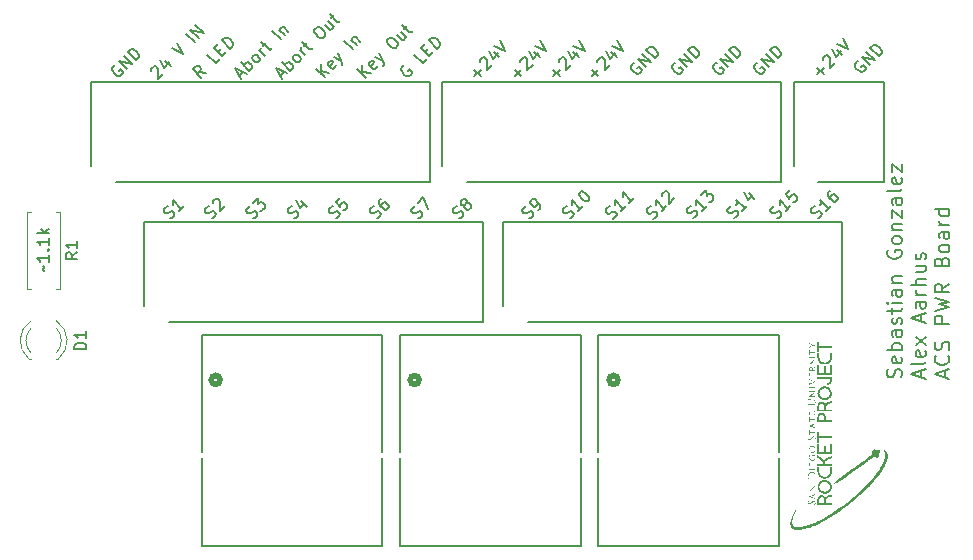
<source format=gto>
G04 #@! TF.GenerationSoftware,KiCad,Pcbnew,7.0.7*
G04 #@! TF.CreationDate,2024-07-14T01:34:52-07:00*
G04 #@! TF.ProjectId,AnalogBox,416e616c-6f67-4426-9f78-2e6b69636164,rev?*
G04 #@! TF.SameCoordinates,Original*
G04 #@! TF.FileFunction,Legend,Top*
G04 #@! TF.FilePolarity,Positive*
%FSLAX46Y46*%
G04 Gerber Fmt 4.6, Leading zero omitted, Abs format (unit mm)*
G04 Created by KiCad (PCBNEW 7.0.7) date 2024-07-14 01:34:52*
%MOMM*%
%LPD*%
G01*
G04 APERTURE LIST*
%ADD10C,0.150000*%
%ADD11C,0.120000*%
%ADD12C,0.152400*%
%ADD13C,0.508000*%
%ADD14C,0.200000*%
%ADD15C,1.600000*%
%ADD16O,1.600000X1.600000*%
%ADD17C,3.200400*%
%ADD18C,1.397000*%
%ADD19C,3.600000*%
%ADD20C,6.400000*%
%ADD21R,2.025000X2.025000*%
%ADD22C,2.025000*%
%ADD23R,1.800000X1.800000*%
%ADD24C,1.800000*%
G04 APERTURE END LIST*
D10*
X38202652Y-30763717D02*
X38202652Y-30696374D01*
X38202652Y-30696374D02*
X38236323Y-30595358D01*
X38236323Y-30595358D02*
X38404682Y-30427000D01*
X38404682Y-30427000D02*
X38505697Y-30393328D01*
X38505697Y-30393328D02*
X38573041Y-30393328D01*
X38573041Y-30393328D02*
X38674056Y-30427000D01*
X38674056Y-30427000D02*
X38741400Y-30494343D01*
X38741400Y-30494343D02*
X38808743Y-30629030D01*
X38808743Y-30629030D02*
X38808743Y-31437152D01*
X38808743Y-31437152D02*
X39246476Y-30999420D01*
X39381163Y-29921923D02*
X39852567Y-30393328D01*
X38943430Y-29820908D02*
X39280148Y-30494343D01*
X39280148Y-30494343D02*
X39717880Y-30056610D01*
X39953583Y-28878099D02*
X40896392Y-29349503D01*
X40896392Y-29349503D02*
X40424987Y-28406694D01*
X41906545Y-28339351D02*
X41199438Y-27632244D01*
X42243262Y-28002633D02*
X41536155Y-27295527D01*
X41536155Y-27295527D02*
X42647323Y-27598572D01*
X42647323Y-27598572D02*
X41940216Y-26891466D01*
X50331598Y-43269809D02*
X50466285Y-43202465D01*
X50466285Y-43202465D02*
X50634644Y-43034107D01*
X50634644Y-43034107D02*
X50668316Y-42933091D01*
X50668316Y-42933091D02*
X50668316Y-42865748D01*
X50668316Y-42865748D02*
X50634644Y-42764733D01*
X50634644Y-42764733D02*
X50567300Y-42697389D01*
X50567300Y-42697389D02*
X50466285Y-42663717D01*
X50466285Y-42663717D02*
X50398942Y-42663717D01*
X50398942Y-42663717D02*
X50297926Y-42697389D01*
X50297926Y-42697389D02*
X50129568Y-42798404D01*
X50129568Y-42798404D02*
X50028552Y-42832076D01*
X50028552Y-42832076D02*
X49961209Y-42832076D01*
X49961209Y-42832076D02*
X49860194Y-42798404D01*
X49860194Y-42798404D02*
X49792850Y-42731061D01*
X49792850Y-42731061D02*
X49759178Y-42630046D01*
X49759178Y-42630046D02*
X49759178Y-42562702D01*
X49759178Y-42562702D02*
X49792850Y-42461687D01*
X49792850Y-42461687D02*
X49961209Y-42293328D01*
X49961209Y-42293328D02*
X50095896Y-42225984D01*
X50904018Y-41821923D02*
X51375422Y-42293328D01*
X50466285Y-41720908D02*
X50803003Y-42394343D01*
X50803003Y-42394343D02*
X51240735Y-41956610D01*
X60814453Y-43269809D02*
X60949140Y-43202465D01*
X60949140Y-43202465D02*
X61117499Y-43034107D01*
X61117499Y-43034107D02*
X61151171Y-42933091D01*
X61151171Y-42933091D02*
X61151171Y-42865748D01*
X61151171Y-42865748D02*
X61117499Y-42764733D01*
X61117499Y-42764733D02*
X61050155Y-42697389D01*
X61050155Y-42697389D02*
X60949140Y-42663717D01*
X60949140Y-42663717D02*
X60881797Y-42663717D01*
X60881797Y-42663717D02*
X60780781Y-42697389D01*
X60780781Y-42697389D02*
X60612423Y-42798404D01*
X60612423Y-42798404D02*
X60511407Y-42832076D01*
X60511407Y-42832076D02*
X60444064Y-42832076D01*
X60444064Y-42832076D02*
X60343049Y-42798404D01*
X60343049Y-42798404D02*
X60275705Y-42731061D01*
X60275705Y-42731061D02*
X60242033Y-42630046D01*
X60242033Y-42630046D02*
X60242033Y-42562702D01*
X60242033Y-42562702D02*
X60275705Y-42461687D01*
X60275705Y-42461687D02*
X60444064Y-42293328D01*
X60444064Y-42293328D02*
X60578751Y-42225984D01*
X60780781Y-41956610D02*
X61252186Y-41485206D01*
X61252186Y-41485206D02*
X61656247Y-42495358D01*
X52896087Y-31319809D02*
X52188980Y-30612702D01*
X53300148Y-30915748D02*
X52593041Y-30814733D01*
X52593041Y-30208641D02*
X52593041Y-31016763D01*
X53838896Y-30309656D02*
X53805224Y-30410671D01*
X53805224Y-30410671D02*
X53670537Y-30545358D01*
X53670537Y-30545358D02*
X53569522Y-30579030D01*
X53569522Y-30579030D02*
X53468506Y-30545358D01*
X53468506Y-30545358D02*
X53199132Y-30275984D01*
X53199132Y-30275984D02*
X53165461Y-30174969D01*
X53165461Y-30174969D02*
X53199132Y-30073954D01*
X53199132Y-30073954D02*
X53333819Y-29939267D01*
X53333819Y-29939267D02*
X53434835Y-29905595D01*
X53434835Y-29905595D02*
X53535850Y-29939267D01*
X53535850Y-29939267D02*
X53603193Y-30006610D01*
X53603193Y-30006610D02*
X53333819Y-30410671D01*
X53670537Y-29602549D02*
X54310300Y-29905595D01*
X54007254Y-29265832D02*
X54310300Y-29905595D01*
X54310300Y-29905595D02*
X54411315Y-30141297D01*
X54411315Y-30141297D02*
X54411315Y-30208641D01*
X54411315Y-30208641D02*
X54377644Y-30309656D01*
X55286781Y-28929114D02*
X54579675Y-28222007D01*
X55152094Y-28120992D02*
X55623499Y-28592397D01*
X55219438Y-28188336D02*
X55219438Y-28120992D01*
X55219438Y-28120992D02*
X55253109Y-28019977D01*
X55253109Y-28019977D02*
X55354125Y-27918962D01*
X55354125Y-27918962D02*
X55455140Y-27885290D01*
X55455140Y-27885290D02*
X55556155Y-27918962D01*
X55556155Y-27918962D02*
X55926544Y-28289351D01*
X98063041Y-29939266D02*
X97962026Y-29972938D01*
X97962026Y-29972938D02*
X97861010Y-30073953D01*
X97861010Y-30073953D02*
X97793667Y-30208640D01*
X97793667Y-30208640D02*
X97793667Y-30343328D01*
X97793667Y-30343328D02*
X97827339Y-30444343D01*
X97827339Y-30444343D02*
X97928354Y-30612702D01*
X97928354Y-30612702D02*
X98029369Y-30713717D01*
X98029369Y-30713717D02*
X98197728Y-30814732D01*
X98197728Y-30814732D02*
X98298743Y-30848404D01*
X98298743Y-30848404D02*
X98433430Y-30848404D01*
X98433430Y-30848404D02*
X98568117Y-30781060D01*
X98568117Y-30781060D02*
X98635461Y-30713717D01*
X98635461Y-30713717D02*
X98702804Y-30579030D01*
X98702804Y-30579030D02*
X98702804Y-30511686D01*
X98702804Y-30511686D02*
X98467102Y-30275984D01*
X98467102Y-30275984D02*
X98332415Y-30410671D01*
X99073193Y-30275984D02*
X98366087Y-29568877D01*
X98366087Y-29568877D02*
X99477254Y-29871923D01*
X99477254Y-29871923D02*
X98770148Y-29164816D01*
X99813972Y-29535206D02*
X99106865Y-28828099D01*
X99106865Y-28828099D02*
X99275224Y-28659740D01*
X99275224Y-28659740D02*
X99409911Y-28592396D01*
X99409911Y-28592396D02*
X99544598Y-28592396D01*
X99544598Y-28592396D02*
X99645613Y-28626068D01*
X99645613Y-28626068D02*
X99813972Y-28727083D01*
X99813972Y-28727083D02*
X99914987Y-28828099D01*
X99914987Y-28828099D02*
X100016002Y-28996457D01*
X100016002Y-28996457D02*
X100049674Y-29097473D01*
X100049674Y-29097473D02*
X100049674Y-29232160D01*
X100049674Y-29232160D02*
X99982331Y-29366847D01*
X99982331Y-29366847D02*
X99813972Y-29535206D01*
X39848743Y-43269809D02*
X39983430Y-43202465D01*
X39983430Y-43202465D02*
X40151789Y-43034107D01*
X40151789Y-43034107D02*
X40185461Y-42933091D01*
X40185461Y-42933091D02*
X40185461Y-42865748D01*
X40185461Y-42865748D02*
X40151789Y-42764733D01*
X40151789Y-42764733D02*
X40084445Y-42697389D01*
X40084445Y-42697389D02*
X39983430Y-42663717D01*
X39983430Y-42663717D02*
X39916087Y-42663717D01*
X39916087Y-42663717D02*
X39815071Y-42697389D01*
X39815071Y-42697389D02*
X39646713Y-42798404D01*
X39646713Y-42798404D02*
X39545697Y-42832076D01*
X39545697Y-42832076D02*
X39478354Y-42832076D01*
X39478354Y-42832076D02*
X39377339Y-42798404D01*
X39377339Y-42798404D02*
X39309995Y-42731061D01*
X39309995Y-42731061D02*
X39276323Y-42630046D01*
X39276323Y-42630046D02*
X39276323Y-42562702D01*
X39276323Y-42562702D02*
X39309995Y-42461687D01*
X39309995Y-42461687D02*
X39478354Y-42293328D01*
X39478354Y-42293328D02*
X39613041Y-42225984D01*
X40959911Y-42225984D02*
X40555850Y-42630045D01*
X40757880Y-42428015D02*
X40050774Y-41720908D01*
X40050774Y-41720908D02*
X40084445Y-41889267D01*
X40084445Y-41889267D02*
X40084445Y-42023954D01*
X40084445Y-42023954D02*
X40050774Y-42124969D01*
X64308743Y-43269809D02*
X64443430Y-43202465D01*
X64443430Y-43202465D02*
X64611789Y-43034107D01*
X64611789Y-43034107D02*
X64645461Y-42933091D01*
X64645461Y-42933091D02*
X64645461Y-42865748D01*
X64645461Y-42865748D02*
X64611789Y-42764733D01*
X64611789Y-42764733D02*
X64544445Y-42697389D01*
X64544445Y-42697389D02*
X64443430Y-42663717D01*
X64443430Y-42663717D02*
X64376087Y-42663717D01*
X64376087Y-42663717D02*
X64275071Y-42697389D01*
X64275071Y-42697389D02*
X64106713Y-42798404D01*
X64106713Y-42798404D02*
X64005697Y-42832076D01*
X64005697Y-42832076D02*
X63938354Y-42832076D01*
X63938354Y-42832076D02*
X63837339Y-42798404D01*
X63837339Y-42798404D02*
X63769995Y-42731061D01*
X63769995Y-42731061D02*
X63736323Y-42630046D01*
X63736323Y-42630046D02*
X63736323Y-42562702D01*
X63736323Y-42562702D02*
X63769995Y-42461687D01*
X63769995Y-42461687D02*
X63938354Y-42293328D01*
X63938354Y-42293328D02*
X64073041Y-42225984D01*
X64746476Y-42091297D02*
X64645461Y-42124969D01*
X64645461Y-42124969D02*
X64578117Y-42124969D01*
X64578117Y-42124969D02*
X64477102Y-42091297D01*
X64477102Y-42091297D02*
X64443430Y-42057626D01*
X64443430Y-42057626D02*
X64409758Y-41956610D01*
X64409758Y-41956610D02*
X64409758Y-41889267D01*
X64409758Y-41889267D02*
X64443430Y-41788252D01*
X64443430Y-41788252D02*
X64578117Y-41653565D01*
X64578117Y-41653565D02*
X64679132Y-41619893D01*
X64679132Y-41619893D02*
X64746476Y-41619893D01*
X64746476Y-41619893D02*
X64847491Y-41653565D01*
X64847491Y-41653565D02*
X64881163Y-41687236D01*
X64881163Y-41687236D02*
X64914835Y-41788252D01*
X64914835Y-41788252D02*
X64914835Y-41855595D01*
X64914835Y-41855595D02*
X64881163Y-41956610D01*
X64881163Y-41956610D02*
X64746476Y-42091297D01*
X64746476Y-42091297D02*
X64712804Y-42192313D01*
X64712804Y-42192313D02*
X64712804Y-42259656D01*
X64712804Y-42259656D02*
X64746476Y-42360671D01*
X64746476Y-42360671D02*
X64881163Y-42495358D01*
X64881163Y-42495358D02*
X64982178Y-42529030D01*
X64982178Y-42529030D02*
X65049522Y-42529030D01*
X65049522Y-42529030D02*
X65150537Y-42495358D01*
X65150537Y-42495358D02*
X65285224Y-42360671D01*
X65285224Y-42360671D02*
X65318896Y-42259656D01*
X65318896Y-42259656D02*
X65318896Y-42192313D01*
X65318896Y-42192313D02*
X65285224Y-42091297D01*
X65285224Y-42091297D02*
X65150537Y-41956610D01*
X65150537Y-41956610D02*
X65049522Y-41922939D01*
X65049522Y-41922939D02*
X64982178Y-41922939D01*
X64982178Y-41922939D02*
X64881163Y-41956610D01*
X46837313Y-43269809D02*
X46972000Y-43202465D01*
X46972000Y-43202465D02*
X47140359Y-43034107D01*
X47140359Y-43034107D02*
X47174031Y-42933091D01*
X47174031Y-42933091D02*
X47174031Y-42865748D01*
X47174031Y-42865748D02*
X47140359Y-42764733D01*
X47140359Y-42764733D02*
X47073015Y-42697389D01*
X47073015Y-42697389D02*
X46972000Y-42663717D01*
X46972000Y-42663717D02*
X46904657Y-42663717D01*
X46904657Y-42663717D02*
X46803641Y-42697389D01*
X46803641Y-42697389D02*
X46635283Y-42798404D01*
X46635283Y-42798404D02*
X46534267Y-42832076D01*
X46534267Y-42832076D02*
X46466924Y-42832076D01*
X46466924Y-42832076D02*
X46365909Y-42798404D01*
X46365909Y-42798404D02*
X46298565Y-42731061D01*
X46298565Y-42731061D02*
X46264893Y-42630046D01*
X46264893Y-42630046D02*
X46264893Y-42562702D01*
X46264893Y-42562702D02*
X46298565Y-42461687D01*
X46298565Y-42461687D02*
X46466924Y-42293328D01*
X46466924Y-42293328D02*
X46601611Y-42225984D01*
X46803641Y-41956610D02*
X47241374Y-41518878D01*
X47241374Y-41518878D02*
X47275046Y-42023954D01*
X47275046Y-42023954D02*
X47376061Y-41922939D01*
X47376061Y-41922939D02*
X47477076Y-41889267D01*
X47477076Y-41889267D02*
X47544420Y-41889267D01*
X47544420Y-41889267D02*
X47645435Y-41922939D01*
X47645435Y-41922939D02*
X47813794Y-42091297D01*
X47813794Y-42091297D02*
X47847466Y-42192313D01*
X47847466Y-42192313D02*
X47847466Y-42259656D01*
X47847466Y-42259656D02*
X47813794Y-42360671D01*
X47813794Y-42360671D02*
X47611763Y-42562702D01*
X47611763Y-42562702D02*
X47510748Y-42596374D01*
X47510748Y-42596374D02*
X47443405Y-42596374D01*
X56386087Y-31349809D02*
X55678980Y-30642702D01*
X56790148Y-30945748D02*
X56083041Y-30844733D01*
X56083041Y-30238641D02*
X56083041Y-31046763D01*
X57328896Y-30339656D02*
X57295224Y-30440671D01*
X57295224Y-30440671D02*
X57160537Y-30575358D01*
X57160537Y-30575358D02*
X57059522Y-30609030D01*
X57059522Y-30609030D02*
X56958506Y-30575358D01*
X56958506Y-30575358D02*
X56689132Y-30305984D01*
X56689132Y-30305984D02*
X56655461Y-30204969D01*
X56655461Y-30204969D02*
X56689132Y-30103954D01*
X56689132Y-30103954D02*
X56823819Y-29969267D01*
X56823819Y-29969267D02*
X56924835Y-29935595D01*
X56924835Y-29935595D02*
X57025850Y-29969267D01*
X57025850Y-29969267D02*
X57093193Y-30036610D01*
X57093193Y-30036610D02*
X56823819Y-30440671D01*
X57160537Y-29632549D02*
X57800300Y-29935595D01*
X57497254Y-29295832D02*
X57800300Y-29935595D01*
X57800300Y-29935595D02*
X57901315Y-30171297D01*
X57901315Y-30171297D02*
X57901315Y-30238641D01*
X57901315Y-30238641D02*
X57867644Y-30339656D01*
X58204362Y-28117320D02*
X58339049Y-27982633D01*
X58339049Y-27982633D02*
X58440064Y-27948961D01*
X58440064Y-27948961D02*
X58574751Y-27948961D01*
X58574751Y-27948961D02*
X58743110Y-28049977D01*
X58743110Y-28049977D02*
X58978812Y-28285679D01*
X58978812Y-28285679D02*
X59079827Y-28454038D01*
X59079827Y-28454038D02*
X59079827Y-28588725D01*
X59079827Y-28588725D02*
X59046155Y-28689740D01*
X59046155Y-28689740D02*
X58911468Y-28824427D01*
X58911468Y-28824427D02*
X58810453Y-28858099D01*
X58810453Y-28858099D02*
X58675766Y-28858099D01*
X58675766Y-28858099D02*
X58507407Y-28757083D01*
X58507407Y-28757083D02*
X58271705Y-28521381D01*
X58271705Y-28521381D02*
X58170690Y-28353022D01*
X58170690Y-28353022D02*
X58170690Y-28218335D01*
X58170690Y-28218335D02*
X58204362Y-28117320D01*
X59349201Y-27443885D02*
X59820606Y-27915290D01*
X59046155Y-27746931D02*
X59416545Y-28117320D01*
X59416545Y-28117320D02*
X59517560Y-28150992D01*
X59517560Y-28150992D02*
X59618575Y-28117320D01*
X59618575Y-28117320D02*
X59719590Y-28016305D01*
X59719590Y-28016305D02*
X59753262Y-27915290D01*
X59753262Y-27915290D02*
X59753262Y-27847946D01*
X59584903Y-27208183D02*
X59854277Y-26938809D01*
X59450216Y-26871465D02*
X60056308Y-27477557D01*
X60056308Y-27477557D02*
X60157323Y-27511229D01*
X60157323Y-27511229D02*
X60258338Y-27477557D01*
X60258338Y-27477557D02*
X60325682Y-27410213D01*
X84128743Y-43249809D02*
X84263430Y-43182465D01*
X84263430Y-43182465D02*
X84431789Y-43014107D01*
X84431789Y-43014107D02*
X84465461Y-42913091D01*
X84465461Y-42913091D02*
X84465461Y-42845748D01*
X84465461Y-42845748D02*
X84431789Y-42744733D01*
X84431789Y-42744733D02*
X84364445Y-42677389D01*
X84364445Y-42677389D02*
X84263430Y-42643717D01*
X84263430Y-42643717D02*
X84196087Y-42643717D01*
X84196087Y-42643717D02*
X84095071Y-42677389D01*
X84095071Y-42677389D02*
X83926713Y-42778404D01*
X83926713Y-42778404D02*
X83825697Y-42812076D01*
X83825697Y-42812076D02*
X83758354Y-42812076D01*
X83758354Y-42812076D02*
X83657339Y-42778404D01*
X83657339Y-42778404D02*
X83589995Y-42711061D01*
X83589995Y-42711061D02*
X83556323Y-42610046D01*
X83556323Y-42610046D02*
X83556323Y-42542702D01*
X83556323Y-42542702D02*
X83589995Y-42441687D01*
X83589995Y-42441687D02*
X83758354Y-42273328D01*
X83758354Y-42273328D02*
X83893041Y-42205984D01*
X85239911Y-42205984D02*
X84835850Y-42610045D01*
X85037880Y-42408015D02*
X84330774Y-41700908D01*
X84330774Y-41700908D02*
X84364445Y-41869267D01*
X84364445Y-41869267D02*
X84364445Y-42003954D01*
X84364445Y-42003954D02*
X84330774Y-42104969D01*
X84768506Y-41263175D02*
X85206239Y-40825443D01*
X85206239Y-40825443D02*
X85239911Y-41330519D01*
X85239911Y-41330519D02*
X85340926Y-41229504D01*
X85340926Y-41229504D02*
X85441941Y-41195832D01*
X85441941Y-41195832D02*
X85509285Y-41195832D01*
X85509285Y-41195832D02*
X85610300Y-41229504D01*
X85610300Y-41229504D02*
X85778659Y-41397862D01*
X85778659Y-41397862D02*
X85812331Y-41498878D01*
X85812331Y-41498878D02*
X85812331Y-41566221D01*
X85812331Y-41566221D02*
X85778659Y-41667236D01*
X85778659Y-41667236D02*
X85576628Y-41869267D01*
X85576628Y-41869267D02*
X85475613Y-41902939D01*
X85475613Y-41902939D02*
X85408270Y-41902939D01*
X53825883Y-43269809D02*
X53960570Y-43202465D01*
X53960570Y-43202465D02*
X54128929Y-43034107D01*
X54128929Y-43034107D02*
X54162601Y-42933091D01*
X54162601Y-42933091D02*
X54162601Y-42865748D01*
X54162601Y-42865748D02*
X54128929Y-42764733D01*
X54128929Y-42764733D02*
X54061585Y-42697389D01*
X54061585Y-42697389D02*
X53960570Y-42663717D01*
X53960570Y-42663717D02*
X53893227Y-42663717D01*
X53893227Y-42663717D02*
X53792211Y-42697389D01*
X53792211Y-42697389D02*
X53623853Y-42798404D01*
X53623853Y-42798404D02*
X53522837Y-42832076D01*
X53522837Y-42832076D02*
X53455494Y-42832076D01*
X53455494Y-42832076D02*
X53354479Y-42798404D01*
X53354479Y-42798404D02*
X53287135Y-42731061D01*
X53287135Y-42731061D02*
X53253463Y-42630046D01*
X53253463Y-42630046D02*
X53253463Y-42562702D01*
X53253463Y-42562702D02*
X53287135Y-42461687D01*
X53287135Y-42461687D02*
X53455494Y-42293328D01*
X53455494Y-42293328D02*
X53590181Y-42225984D01*
X54196272Y-41552549D02*
X53859555Y-41889267D01*
X53859555Y-41889267D02*
X54162601Y-42259656D01*
X54162601Y-42259656D02*
X54162601Y-42192313D01*
X54162601Y-42192313D02*
X54196272Y-42091297D01*
X54196272Y-42091297D02*
X54364631Y-41922939D01*
X54364631Y-41922939D02*
X54465646Y-41889267D01*
X54465646Y-41889267D02*
X54532990Y-41889267D01*
X54532990Y-41889267D02*
X54634005Y-41922939D01*
X54634005Y-41922939D02*
X54802364Y-42091297D01*
X54802364Y-42091297D02*
X54836036Y-42192313D01*
X54836036Y-42192313D02*
X54836036Y-42259656D01*
X54836036Y-42259656D02*
X54802364Y-42360671D01*
X54802364Y-42360671D02*
X54634005Y-42529030D01*
X54634005Y-42529030D02*
X54532990Y-42562702D01*
X54532990Y-42562702D02*
X54465646Y-42562702D01*
X73638743Y-43269809D02*
X73773430Y-43202465D01*
X73773430Y-43202465D02*
X73941789Y-43034107D01*
X73941789Y-43034107D02*
X73975461Y-42933091D01*
X73975461Y-42933091D02*
X73975461Y-42865748D01*
X73975461Y-42865748D02*
X73941789Y-42764733D01*
X73941789Y-42764733D02*
X73874445Y-42697389D01*
X73874445Y-42697389D02*
X73773430Y-42663717D01*
X73773430Y-42663717D02*
X73706087Y-42663717D01*
X73706087Y-42663717D02*
X73605071Y-42697389D01*
X73605071Y-42697389D02*
X73436713Y-42798404D01*
X73436713Y-42798404D02*
X73335697Y-42832076D01*
X73335697Y-42832076D02*
X73268354Y-42832076D01*
X73268354Y-42832076D02*
X73167339Y-42798404D01*
X73167339Y-42798404D02*
X73099995Y-42731061D01*
X73099995Y-42731061D02*
X73066323Y-42630046D01*
X73066323Y-42630046D02*
X73066323Y-42562702D01*
X73066323Y-42562702D02*
X73099995Y-42461687D01*
X73099995Y-42461687D02*
X73268354Y-42293328D01*
X73268354Y-42293328D02*
X73403041Y-42225984D01*
X74749911Y-42225984D02*
X74345850Y-42630045D01*
X74547880Y-42428015D02*
X73840774Y-41720908D01*
X73840774Y-41720908D02*
X73874445Y-41889267D01*
X73874445Y-41889267D02*
X73874445Y-42023954D01*
X73874445Y-42023954D02*
X73840774Y-42124969D01*
X74480537Y-41081145D02*
X74547880Y-41013801D01*
X74547880Y-41013801D02*
X74648896Y-40980130D01*
X74648896Y-40980130D02*
X74716239Y-40980130D01*
X74716239Y-40980130D02*
X74817254Y-41013801D01*
X74817254Y-41013801D02*
X74985613Y-41114817D01*
X74985613Y-41114817D02*
X75153972Y-41283175D01*
X75153972Y-41283175D02*
X75254987Y-41451534D01*
X75254987Y-41451534D02*
X75288659Y-41552549D01*
X75288659Y-41552549D02*
X75288659Y-41619893D01*
X75288659Y-41619893D02*
X75254987Y-41720908D01*
X75254987Y-41720908D02*
X75187644Y-41788252D01*
X75187644Y-41788252D02*
X75086628Y-41821923D01*
X75086628Y-41821923D02*
X75019285Y-41821923D01*
X75019285Y-41821923D02*
X74918270Y-41788252D01*
X74918270Y-41788252D02*
X74749911Y-41687236D01*
X74749911Y-41687236D02*
X74581552Y-41518878D01*
X74581552Y-41518878D02*
X74480537Y-41350519D01*
X74480537Y-41350519D02*
X74446865Y-41249504D01*
X74446865Y-41249504D02*
X74446865Y-41182160D01*
X74446865Y-41182160D02*
X74480537Y-41081145D01*
X87568743Y-43249809D02*
X87703430Y-43182465D01*
X87703430Y-43182465D02*
X87871789Y-43014107D01*
X87871789Y-43014107D02*
X87905461Y-42913091D01*
X87905461Y-42913091D02*
X87905461Y-42845748D01*
X87905461Y-42845748D02*
X87871789Y-42744733D01*
X87871789Y-42744733D02*
X87804445Y-42677389D01*
X87804445Y-42677389D02*
X87703430Y-42643717D01*
X87703430Y-42643717D02*
X87636087Y-42643717D01*
X87636087Y-42643717D02*
X87535071Y-42677389D01*
X87535071Y-42677389D02*
X87366713Y-42778404D01*
X87366713Y-42778404D02*
X87265697Y-42812076D01*
X87265697Y-42812076D02*
X87198354Y-42812076D01*
X87198354Y-42812076D02*
X87097339Y-42778404D01*
X87097339Y-42778404D02*
X87029995Y-42711061D01*
X87029995Y-42711061D02*
X86996323Y-42610046D01*
X86996323Y-42610046D02*
X86996323Y-42542702D01*
X86996323Y-42542702D02*
X87029995Y-42441687D01*
X87029995Y-42441687D02*
X87198354Y-42273328D01*
X87198354Y-42273328D02*
X87333041Y-42205984D01*
X88679911Y-42205984D02*
X88275850Y-42610045D01*
X88477880Y-42408015D02*
X87770774Y-41700908D01*
X87770774Y-41700908D02*
X87804445Y-41869267D01*
X87804445Y-41869267D02*
X87804445Y-42003954D01*
X87804445Y-42003954D02*
X87770774Y-42104969D01*
X88814598Y-41128488D02*
X89286002Y-41599893D01*
X88376865Y-41027473D02*
X88713583Y-41700908D01*
X88713583Y-41700908D02*
X89151315Y-41263175D01*
X68986708Y-31210435D02*
X69525456Y-30671687D01*
X69525456Y-31210435D02*
X68986708Y-30671687D01*
X69458112Y-29998252D02*
X69458112Y-29930908D01*
X69458112Y-29930908D02*
X69491784Y-29829893D01*
X69491784Y-29829893D02*
X69660142Y-29661534D01*
X69660142Y-29661534D02*
X69761158Y-29627863D01*
X69761158Y-29627863D02*
X69828501Y-29627863D01*
X69828501Y-29627863D02*
X69929516Y-29661534D01*
X69929516Y-29661534D02*
X69996860Y-29728878D01*
X69996860Y-29728878D02*
X70064203Y-29863565D01*
X70064203Y-29863565D02*
X70064203Y-30671687D01*
X70064203Y-30671687D02*
X70501936Y-30233954D01*
X70636623Y-29156458D02*
X71108028Y-29627863D01*
X70198890Y-29055443D02*
X70535608Y-29728878D01*
X70535608Y-29728878D02*
X70973341Y-29291145D01*
X70670295Y-28651382D02*
X71613104Y-29122786D01*
X71613104Y-29122786D02*
X71141700Y-28179977D01*
X42830148Y-30945748D02*
X42257728Y-30844733D01*
X42426087Y-31349809D02*
X41718980Y-30642702D01*
X41718980Y-30642702D02*
X41988354Y-30373328D01*
X41988354Y-30373328D02*
X42089369Y-30339656D01*
X42089369Y-30339656D02*
X42156713Y-30339656D01*
X42156713Y-30339656D02*
X42257728Y-30373328D01*
X42257728Y-30373328D02*
X42358743Y-30474343D01*
X42358743Y-30474343D02*
X42392415Y-30575358D01*
X42392415Y-30575358D02*
X42392415Y-30642702D01*
X42392415Y-30642702D02*
X42358743Y-30743717D01*
X42358743Y-30743717D02*
X42089369Y-31013091D01*
X44008659Y-29767236D02*
X43671942Y-30103954D01*
X43671942Y-30103954D02*
X42964835Y-29396847D01*
X43873972Y-29161145D02*
X44109674Y-28925442D01*
X44581079Y-29194816D02*
X44244361Y-29531534D01*
X44244361Y-29531534D02*
X43537255Y-28824427D01*
X43537255Y-28824427D02*
X43873972Y-28487710D01*
X44884125Y-28891771D02*
X44177018Y-28184664D01*
X44177018Y-28184664D02*
X44345377Y-28016305D01*
X44345377Y-28016305D02*
X44480064Y-27948962D01*
X44480064Y-27948962D02*
X44614751Y-27948962D01*
X44614751Y-27948962D02*
X44715766Y-27982633D01*
X44715766Y-27982633D02*
X44884125Y-28083649D01*
X44884125Y-28083649D02*
X44985140Y-28184664D01*
X44985140Y-28184664D02*
X45086155Y-28353023D01*
X45086155Y-28353023D02*
X45119827Y-28454038D01*
X45119827Y-28454038D02*
X45119827Y-28588725D01*
X45119827Y-28588725D02*
X45052484Y-28723412D01*
X45052484Y-28723412D02*
X44884125Y-28891771D01*
X80728743Y-43289809D02*
X80863430Y-43222465D01*
X80863430Y-43222465D02*
X81031789Y-43054107D01*
X81031789Y-43054107D02*
X81065461Y-42953091D01*
X81065461Y-42953091D02*
X81065461Y-42885748D01*
X81065461Y-42885748D02*
X81031789Y-42784733D01*
X81031789Y-42784733D02*
X80964445Y-42717389D01*
X80964445Y-42717389D02*
X80863430Y-42683717D01*
X80863430Y-42683717D02*
X80796087Y-42683717D01*
X80796087Y-42683717D02*
X80695071Y-42717389D01*
X80695071Y-42717389D02*
X80526713Y-42818404D01*
X80526713Y-42818404D02*
X80425697Y-42852076D01*
X80425697Y-42852076D02*
X80358354Y-42852076D01*
X80358354Y-42852076D02*
X80257339Y-42818404D01*
X80257339Y-42818404D02*
X80189995Y-42751061D01*
X80189995Y-42751061D02*
X80156323Y-42650046D01*
X80156323Y-42650046D02*
X80156323Y-42582702D01*
X80156323Y-42582702D02*
X80189995Y-42481687D01*
X80189995Y-42481687D02*
X80358354Y-42313328D01*
X80358354Y-42313328D02*
X80493041Y-42245984D01*
X81839911Y-42245984D02*
X81435850Y-42650045D01*
X81637880Y-42448015D02*
X80930774Y-41740908D01*
X80930774Y-41740908D02*
X80964445Y-41909267D01*
X80964445Y-41909267D02*
X80964445Y-42043954D01*
X80964445Y-42043954D02*
X80930774Y-42144969D01*
X81469522Y-41336847D02*
X81469522Y-41269504D01*
X81469522Y-41269504D02*
X81503193Y-41168488D01*
X81503193Y-41168488D02*
X81671552Y-41000130D01*
X81671552Y-41000130D02*
X81772567Y-40966458D01*
X81772567Y-40966458D02*
X81839911Y-40966458D01*
X81839911Y-40966458D02*
X81940926Y-41000130D01*
X81940926Y-41000130D02*
X82008270Y-41067473D01*
X82008270Y-41067473D02*
X82075613Y-41202160D01*
X82075613Y-41202160D02*
X82075613Y-42010282D01*
X82075613Y-42010282D02*
X82513346Y-41572549D01*
X57320168Y-43269809D02*
X57454855Y-43202465D01*
X57454855Y-43202465D02*
X57623214Y-43034107D01*
X57623214Y-43034107D02*
X57656886Y-42933091D01*
X57656886Y-42933091D02*
X57656886Y-42865748D01*
X57656886Y-42865748D02*
X57623214Y-42764733D01*
X57623214Y-42764733D02*
X57555870Y-42697389D01*
X57555870Y-42697389D02*
X57454855Y-42663717D01*
X57454855Y-42663717D02*
X57387512Y-42663717D01*
X57387512Y-42663717D02*
X57286496Y-42697389D01*
X57286496Y-42697389D02*
X57118138Y-42798404D01*
X57118138Y-42798404D02*
X57017122Y-42832076D01*
X57017122Y-42832076D02*
X56949779Y-42832076D01*
X56949779Y-42832076D02*
X56848764Y-42798404D01*
X56848764Y-42798404D02*
X56781420Y-42731061D01*
X56781420Y-42731061D02*
X56747748Y-42630046D01*
X56747748Y-42630046D02*
X56747748Y-42562702D01*
X56747748Y-42562702D02*
X56781420Y-42461687D01*
X56781420Y-42461687D02*
X56949779Y-42293328D01*
X56949779Y-42293328D02*
X57084466Y-42225984D01*
X57656886Y-41586221D02*
X57522199Y-41720908D01*
X57522199Y-41720908D02*
X57488527Y-41821923D01*
X57488527Y-41821923D02*
X57488527Y-41889267D01*
X57488527Y-41889267D02*
X57522199Y-42057626D01*
X57522199Y-42057626D02*
X57623214Y-42225984D01*
X57623214Y-42225984D02*
X57892588Y-42495358D01*
X57892588Y-42495358D02*
X57993603Y-42529030D01*
X57993603Y-42529030D02*
X58060947Y-42529030D01*
X58060947Y-42529030D02*
X58161962Y-42495358D01*
X58161962Y-42495358D02*
X58296649Y-42360671D01*
X58296649Y-42360671D02*
X58330321Y-42259656D01*
X58330321Y-42259656D02*
X58330321Y-42192313D01*
X58330321Y-42192313D02*
X58296649Y-42091297D01*
X58296649Y-42091297D02*
X58128290Y-41922939D01*
X58128290Y-41922939D02*
X58027275Y-41889267D01*
X58027275Y-41889267D02*
X57959931Y-41889267D01*
X57959931Y-41889267D02*
X57858916Y-41922939D01*
X57858916Y-41922939D02*
X57724229Y-42057626D01*
X57724229Y-42057626D02*
X57690557Y-42158641D01*
X57690557Y-42158641D02*
X57690557Y-42225984D01*
X57690557Y-42225984D02*
X57724229Y-42327000D01*
X91218743Y-43269809D02*
X91353430Y-43202465D01*
X91353430Y-43202465D02*
X91521789Y-43034107D01*
X91521789Y-43034107D02*
X91555461Y-42933091D01*
X91555461Y-42933091D02*
X91555461Y-42865748D01*
X91555461Y-42865748D02*
X91521789Y-42764733D01*
X91521789Y-42764733D02*
X91454445Y-42697389D01*
X91454445Y-42697389D02*
X91353430Y-42663717D01*
X91353430Y-42663717D02*
X91286087Y-42663717D01*
X91286087Y-42663717D02*
X91185071Y-42697389D01*
X91185071Y-42697389D02*
X91016713Y-42798404D01*
X91016713Y-42798404D02*
X90915697Y-42832076D01*
X90915697Y-42832076D02*
X90848354Y-42832076D01*
X90848354Y-42832076D02*
X90747339Y-42798404D01*
X90747339Y-42798404D02*
X90679995Y-42731061D01*
X90679995Y-42731061D02*
X90646323Y-42630046D01*
X90646323Y-42630046D02*
X90646323Y-42562702D01*
X90646323Y-42562702D02*
X90679995Y-42461687D01*
X90679995Y-42461687D02*
X90848354Y-42293328D01*
X90848354Y-42293328D02*
X90983041Y-42225984D01*
X92329911Y-42225984D02*
X91925850Y-42630045D01*
X92127880Y-42428015D02*
X91420774Y-41720908D01*
X91420774Y-41720908D02*
X91454445Y-41889267D01*
X91454445Y-41889267D02*
X91454445Y-42023954D01*
X91454445Y-42023954D02*
X91420774Y-42124969D01*
X92262567Y-40879114D02*
X91925850Y-41215832D01*
X91925850Y-41215832D02*
X92228896Y-41586221D01*
X92228896Y-41586221D02*
X92228896Y-41518878D01*
X92228896Y-41518878D02*
X92262567Y-41417862D01*
X92262567Y-41417862D02*
X92430926Y-41249504D01*
X92430926Y-41249504D02*
X92531941Y-41215832D01*
X92531941Y-41215832D02*
X92599285Y-41215832D01*
X92599285Y-41215832D02*
X92700300Y-41249504D01*
X92700300Y-41249504D02*
X92868659Y-41417862D01*
X92868659Y-41417862D02*
X92902331Y-41518878D01*
X92902331Y-41518878D02*
X92902331Y-41586221D01*
X92902331Y-41586221D02*
X92868659Y-41687236D01*
X92868659Y-41687236D02*
X92700300Y-41855595D01*
X92700300Y-41855595D02*
X92599285Y-41889267D01*
X92599285Y-41889267D02*
X92531941Y-41889267D01*
X82603041Y-30099266D02*
X82502026Y-30132938D01*
X82502026Y-30132938D02*
X82401010Y-30233953D01*
X82401010Y-30233953D02*
X82333667Y-30368640D01*
X82333667Y-30368640D02*
X82333667Y-30503328D01*
X82333667Y-30503328D02*
X82367339Y-30604343D01*
X82367339Y-30604343D02*
X82468354Y-30772702D01*
X82468354Y-30772702D02*
X82569369Y-30873717D01*
X82569369Y-30873717D02*
X82737728Y-30974732D01*
X82737728Y-30974732D02*
X82838743Y-31008404D01*
X82838743Y-31008404D02*
X82973430Y-31008404D01*
X82973430Y-31008404D02*
X83108117Y-30941060D01*
X83108117Y-30941060D02*
X83175461Y-30873717D01*
X83175461Y-30873717D02*
X83242804Y-30739030D01*
X83242804Y-30739030D02*
X83242804Y-30671686D01*
X83242804Y-30671686D02*
X83007102Y-30435984D01*
X83007102Y-30435984D02*
X82872415Y-30570671D01*
X83613193Y-30435984D02*
X82906087Y-29728877D01*
X82906087Y-29728877D02*
X84017254Y-30031923D01*
X84017254Y-30031923D02*
X83310148Y-29324816D01*
X84353972Y-29695206D02*
X83646865Y-28988099D01*
X83646865Y-28988099D02*
X83815224Y-28819740D01*
X83815224Y-28819740D02*
X83949911Y-28752396D01*
X83949911Y-28752396D02*
X84084598Y-28752396D01*
X84084598Y-28752396D02*
X84185613Y-28786068D01*
X84185613Y-28786068D02*
X84353972Y-28887083D01*
X84353972Y-28887083D02*
X84454987Y-28988099D01*
X84454987Y-28988099D02*
X84556002Y-29156457D01*
X84556002Y-29156457D02*
X84589674Y-29257473D01*
X84589674Y-29257473D02*
X84589674Y-29392160D01*
X84589674Y-29392160D02*
X84522331Y-29526847D01*
X84522331Y-29526847D02*
X84353972Y-29695206D01*
X43343028Y-43269809D02*
X43477715Y-43202465D01*
X43477715Y-43202465D02*
X43646074Y-43034107D01*
X43646074Y-43034107D02*
X43679746Y-42933091D01*
X43679746Y-42933091D02*
X43679746Y-42865748D01*
X43679746Y-42865748D02*
X43646074Y-42764733D01*
X43646074Y-42764733D02*
X43578730Y-42697389D01*
X43578730Y-42697389D02*
X43477715Y-42663717D01*
X43477715Y-42663717D02*
X43410372Y-42663717D01*
X43410372Y-42663717D02*
X43309356Y-42697389D01*
X43309356Y-42697389D02*
X43140998Y-42798404D01*
X43140998Y-42798404D02*
X43039982Y-42832076D01*
X43039982Y-42832076D02*
X42972639Y-42832076D01*
X42972639Y-42832076D02*
X42871624Y-42798404D01*
X42871624Y-42798404D02*
X42804280Y-42731061D01*
X42804280Y-42731061D02*
X42770608Y-42630046D01*
X42770608Y-42630046D02*
X42770608Y-42562702D01*
X42770608Y-42562702D02*
X42804280Y-42461687D01*
X42804280Y-42461687D02*
X42972639Y-42293328D01*
X42972639Y-42293328D02*
X43107326Y-42225984D01*
X43410372Y-41990282D02*
X43410372Y-41922939D01*
X43410372Y-41922939D02*
X43444043Y-41821923D01*
X43444043Y-41821923D02*
X43612402Y-41653565D01*
X43612402Y-41653565D02*
X43713417Y-41619893D01*
X43713417Y-41619893D02*
X43780761Y-41619893D01*
X43780761Y-41619893D02*
X43881776Y-41653565D01*
X43881776Y-41653565D02*
X43949120Y-41720908D01*
X43949120Y-41720908D02*
X44016463Y-41855595D01*
X44016463Y-41855595D02*
X44016463Y-42663717D01*
X44016463Y-42663717D02*
X44454196Y-42225984D01*
X49140384Y-31181450D02*
X49477102Y-30844733D01*
X49275071Y-31450824D02*
X48803667Y-30508015D01*
X48803667Y-30508015D02*
X49746476Y-30979420D01*
X49982178Y-30743717D02*
X49275071Y-30036610D01*
X49544445Y-30305984D02*
X49578117Y-30204969D01*
X49578117Y-30204969D02*
X49712804Y-30070282D01*
X49712804Y-30070282D02*
X49813819Y-30036610D01*
X49813819Y-30036610D02*
X49881163Y-30036610D01*
X49881163Y-30036610D02*
X49982178Y-30070282D01*
X49982178Y-30070282D02*
X50184209Y-30272313D01*
X50184209Y-30272313D02*
X50217880Y-30373328D01*
X50217880Y-30373328D02*
X50217880Y-30440671D01*
X50217880Y-30440671D02*
X50184209Y-30541687D01*
X50184209Y-30541687D02*
X50049522Y-30676374D01*
X50049522Y-30676374D02*
X49948506Y-30710045D01*
X50722957Y-30002939D02*
X50621942Y-30036610D01*
X50621942Y-30036610D02*
X50554598Y-30036610D01*
X50554598Y-30036610D02*
X50453583Y-30002939D01*
X50453583Y-30002939D02*
X50251552Y-29800908D01*
X50251552Y-29800908D02*
X50217881Y-29699893D01*
X50217881Y-29699893D02*
X50217881Y-29632549D01*
X50217881Y-29632549D02*
X50251552Y-29531534D01*
X50251552Y-29531534D02*
X50352568Y-29430519D01*
X50352568Y-29430519D02*
X50453583Y-29396847D01*
X50453583Y-29396847D02*
X50520926Y-29396847D01*
X50520926Y-29396847D02*
X50621942Y-29430519D01*
X50621942Y-29430519D02*
X50823972Y-29632549D01*
X50823972Y-29632549D02*
X50857644Y-29733565D01*
X50857644Y-29733565D02*
X50857644Y-29800908D01*
X50857644Y-29800908D02*
X50823972Y-29901923D01*
X50823972Y-29901923D02*
X50722957Y-30002939D01*
X51261705Y-29464190D02*
X50790300Y-28992786D01*
X50924987Y-29127473D02*
X50891316Y-29026458D01*
X50891316Y-29026458D02*
X50891316Y-28959114D01*
X50891316Y-28959114D02*
X50924987Y-28858099D01*
X50924987Y-28858099D02*
X50992331Y-28790755D01*
X51127018Y-28656068D02*
X51396392Y-28386694D01*
X50992331Y-28319351D02*
X51598423Y-28925442D01*
X51598423Y-28925442D02*
X51699438Y-28959114D01*
X51699438Y-28959114D02*
X51800453Y-28925442D01*
X51800453Y-28925442D02*
X51867797Y-28858099D01*
X52069828Y-27241854D02*
X52204515Y-27107167D01*
X52204515Y-27107167D02*
X52305530Y-27073495D01*
X52305530Y-27073495D02*
X52440217Y-27073495D01*
X52440217Y-27073495D02*
X52608576Y-27174511D01*
X52608576Y-27174511D02*
X52844278Y-27410213D01*
X52844278Y-27410213D02*
X52945293Y-27578572D01*
X52945293Y-27578572D02*
X52945293Y-27713259D01*
X52945293Y-27713259D02*
X52911621Y-27814274D01*
X52911621Y-27814274D02*
X52776934Y-27948961D01*
X52776934Y-27948961D02*
X52675919Y-27982633D01*
X52675919Y-27982633D02*
X52541232Y-27982633D01*
X52541232Y-27982633D02*
X52372873Y-27881617D01*
X52372873Y-27881617D02*
X52137171Y-27645915D01*
X52137171Y-27645915D02*
X52036156Y-27477556D01*
X52036156Y-27477556D02*
X52036156Y-27342869D01*
X52036156Y-27342869D02*
X52069828Y-27241854D01*
X53214667Y-26568419D02*
X53686072Y-27039824D01*
X52911621Y-26871465D02*
X53282011Y-27241854D01*
X53282011Y-27241854D02*
X53383026Y-27275526D01*
X53383026Y-27275526D02*
X53484041Y-27241854D01*
X53484041Y-27241854D02*
X53585056Y-27140839D01*
X53585056Y-27140839D02*
X53618728Y-27039824D01*
X53618728Y-27039824D02*
X53618728Y-26972480D01*
X53450369Y-26332717D02*
X53719744Y-26063343D01*
X53315682Y-25995999D02*
X53921774Y-26602091D01*
X53921774Y-26602091D02*
X54022789Y-26635763D01*
X54022789Y-26635763D02*
X54123805Y-26602091D01*
X54123805Y-26602091D02*
X54191148Y-26534747D01*
X89533041Y-30099266D02*
X89432026Y-30132938D01*
X89432026Y-30132938D02*
X89331010Y-30233953D01*
X89331010Y-30233953D02*
X89263667Y-30368640D01*
X89263667Y-30368640D02*
X89263667Y-30503328D01*
X89263667Y-30503328D02*
X89297339Y-30604343D01*
X89297339Y-30604343D02*
X89398354Y-30772702D01*
X89398354Y-30772702D02*
X89499369Y-30873717D01*
X89499369Y-30873717D02*
X89667728Y-30974732D01*
X89667728Y-30974732D02*
X89768743Y-31008404D01*
X89768743Y-31008404D02*
X89903430Y-31008404D01*
X89903430Y-31008404D02*
X90038117Y-30941060D01*
X90038117Y-30941060D02*
X90105461Y-30873717D01*
X90105461Y-30873717D02*
X90172804Y-30739030D01*
X90172804Y-30739030D02*
X90172804Y-30671686D01*
X90172804Y-30671686D02*
X89937102Y-30435984D01*
X89937102Y-30435984D02*
X89802415Y-30570671D01*
X90543193Y-30435984D02*
X89836087Y-29728877D01*
X89836087Y-29728877D02*
X90947254Y-30031923D01*
X90947254Y-30031923D02*
X90240148Y-29324816D01*
X91283972Y-29695206D02*
X90576865Y-28988099D01*
X90576865Y-28988099D02*
X90745224Y-28819740D01*
X90745224Y-28819740D02*
X90879911Y-28752396D01*
X90879911Y-28752396D02*
X91014598Y-28752396D01*
X91014598Y-28752396D02*
X91115613Y-28786068D01*
X91115613Y-28786068D02*
X91283972Y-28887083D01*
X91283972Y-28887083D02*
X91384987Y-28988099D01*
X91384987Y-28988099D02*
X91486002Y-29156457D01*
X91486002Y-29156457D02*
X91519674Y-29257473D01*
X91519674Y-29257473D02*
X91519674Y-29392160D01*
X91519674Y-29392160D02*
X91452331Y-29526847D01*
X91452331Y-29526847D02*
X91283972Y-29695206D01*
X86083041Y-30099266D02*
X85982026Y-30132938D01*
X85982026Y-30132938D02*
X85881010Y-30233953D01*
X85881010Y-30233953D02*
X85813667Y-30368640D01*
X85813667Y-30368640D02*
X85813667Y-30503328D01*
X85813667Y-30503328D02*
X85847339Y-30604343D01*
X85847339Y-30604343D02*
X85948354Y-30772702D01*
X85948354Y-30772702D02*
X86049369Y-30873717D01*
X86049369Y-30873717D02*
X86217728Y-30974732D01*
X86217728Y-30974732D02*
X86318743Y-31008404D01*
X86318743Y-31008404D02*
X86453430Y-31008404D01*
X86453430Y-31008404D02*
X86588117Y-30941060D01*
X86588117Y-30941060D02*
X86655461Y-30873717D01*
X86655461Y-30873717D02*
X86722804Y-30739030D01*
X86722804Y-30739030D02*
X86722804Y-30671686D01*
X86722804Y-30671686D02*
X86487102Y-30435984D01*
X86487102Y-30435984D02*
X86352415Y-30570671D01*
X87093193Y-30435984D02*
X86386087Y-29728877D01*
X86386087Y-29728877D02*
X87497254Y-30031923D01*
X87497254Y-30031923D02*
X86790148Y-29324816D01*
X87833972Y-29695206D02*
X87126865Y-28988099D01*
X87126865Y-28988099D02*
X87295224Y-28819740D01*
X87295224Y-28819740D02*
X87429911Y-28752396D01*
X87429911Y-28752396D02*
X87564598Y-28752396D01*
X87564598Y-28752396D02*
X87665613Y-28786068D01*
X87665613Y-28786068D02*
X87833972Y-28887083D01*
X87833972Y-28887083D02*
X87934987Y-28988099D01*
X87934987Y-28988099D02*
X88036002Y-29156457D01*
X88036002Y-29156457D02*
X88069674Y-29257473D01*
X88069674Y-29257473D02*
X88069674Y-29392160D01*
X88069674Y-29392160D02*
X88002331Y-29526847D01*
X88002331Y-29526847D02*
X87833972Y-29695206D01*
X72276713Y-31210435D02*
X72815461Y-30671687D01*
X72815461Y-31210435D02*
X72276713Y-30671687D01*
X72748117Y-29998252D02*
X72748117Y-29930908D01*
X72748117Y-29930908D02*
X72781789Y-29829893D01*
X72781789Y-29829893D02*
X72950147Y-29661534D01*
X72950147Y-29661534D02*
X73051163Y-29627863D01*
X73051163Y-29627863D02*
X73118506Y-29627863D01*
X73118506Y-29627863D02*
X73219521Y-29661534D01*
X73219521Y-29661534D02*
X73286865Y-29728878D01*
X73286865Y-29728878D02*
X73354208Y-29863565D01*
X73354208Y-29863565D02*
X73354208Y-30671687D01*
X73354208Y-30671687D02*
X73791941Y-30233954D01*
X73926628Y-29156458D02*
X74398033Y-29627863D01*
X73488895Y-29055443D02*
X73825613Y-29728878D01*
X73825613Y-29728878D02*
X74263346Y-29291145D01*
X73960300Y-28651382D02*
X74903109Y-29122786D01*
X74903109Y-29122786D02*
X74431705Y-28179977D01*
X75526713Y-31210435D02*
X76065461Y-30671687D01*
X76065461Y-31210435D02*
X75526713Y-30671687D01*
X75998117Y-29998252D02*
X75998117Y-29930908D01*
X75998117Y-29930908D02*
X76031789Y-29829893D01*
X76031789Y-29829893D02*
X76200147Y-29661534D01*
X76200147Y-29661534D02*
X76301163Y-29627863D01*
X76301163Y-29627863D02*
X76368506Y-29627863D01*
X76368506Y-29627863D02*
X76469521Y-29661534D01*
X76469521Y-29661534D02*
X76536865Y-29728878D01*
X76536865Y-29728878D02*
X76604208Y-29863565D01*
X76604208Y-29863565D02*
X76604208Y-30671687D01*
X76604208Y-30671687D02*
X77041941Y-30233954D01*
X77176628Y-29156458D02*
X77648033Y-29627863D01*
X76738895Y-29055443D02*
X77075613Y-29728878D01*
X77075613Y-29728878D02*
X77513346Y-29291145D01*
X77210300Y-28651382D02*
X78153109Y-29122786D01*
X78153109Y-29122786D02*
X77681705Y-28179977D01*
X101704700Y-56733220D02*
X101764223Y-56554649D01*
X101764223Y-56554649D02*
X101764223Y-56257030D01*
X101764223Y-56257030D02*
X101704700Y-56137982D01*
X101704700Y-56137982D02*
X101645176Y-56078458D01*
X101645176Y-56078458D02*
X101526128Y-56018935D01*
X101526128Y-56018935D02*
X101407080Y-56018935D01*
X101407080Y-56018935D02*
X101288033Y-56078458D01*
X101288033Y-56078458D02*
X101228509Y-56137982D01*
X101228509Y-56137982D02*
X101168985Y-56257030D01*
X101168985Y-56257030D02*
X101109461Y-56495125D01*
X101109461Y-56495125D02*
X101049938Y-56614173D01*
X101049938Y-56614173D02*
X100990414Y-56673696D01*
X100990414Y-56673696D02*
X100871366Y-56733220D01*
X100871366Y-56733220D02*
X100752319Y-56733220D01*
X100752319Y-56733220D02*
X100633271Y-56673696D01*
X100633271Y-56673696D02*
X100573747Y-56614173D01*
X100573747Y-56614173D02*
X100514223Y-56495125D01*
X100514223Y-56495125D02*
X100514223Y-56197506D01*
X100514223Y-56197506D02*
X100573747Y-56018935D01*
X101704700Y-55007030D02*
X101764223Y-55126078D01*
X101764223Y-55126078D02*
X101764223Y-55364173D01*
X101764223Y-55364173D02*
X101704700Y-55483220D01*
X101704700Y-55483220D02*
X101585652Y-55542744D01*
X101585652Y-55542744D02*
X101109461Y-55542744D01*
X101109461Y-55542744D02*
X100990414Y-55483220D01*
X100990414Y-55483220D02*
X100930890Y-55364173D01*
X100930890Y-55364173D02*
X100930890Y-55126078D01*
X100930890Y-55126078D02*
X100990414Y-55007030D01*
X100990414Y-55007030D02*
X101109461Y-54947506D01*
X101109461Y-54947506D02*
X101228509Y-54947506D01*
X101228509Y-54947506D02*
X101347557Y-55542744D01*
X101764223Y-54411791D02*
X100514223Y-54411791D01*
X100990414Y-54411791D02*
X100930890Y-54292744D01*
X100930890Y-54292744D02*
X100930890Y-54054649D01*
X100930890Y-54054649D02*
X100990414Y-53935601D01*
X100990414Y-53935601D02*
X101049938Y-53876077D01*
X101049938Y-53876077D02*
X101168985Y-53816553D01*
X101168985Y-53816553D02*
X101526128Y-53816553D01*
X101526128Y-53816553D02*
X101645176Y-53876077D01*
X101645176Y-53876077D02*
X101704700Y-53935601D01*
X101704700Y-53935601D02*
X101764223Y-54054649D01*
X101764223Y-54054649D02*
X101764223Y-54292744D01*
X101764223Y-54292744D02*
X101704700Y-54411791D01*
X101764223Y-52745125D02*
X101109461Y-52745125D01*
X101109461Y-52745125D02*
X100990414Y-52804649D01*
X100990414Y-52804649D02*
X100930890Y-52923697D01*
X100930890Y-52923697D02*
X100930890Y-53161792D01*
X100930890Y-53161792D02*
X100990414Y-53280839D01*
X101704700Y-52745125D02*
X101764223Y-52864173D01*
X101764223Y-52864173D02*
X101764223Y-53161792D01*
X101764223Y-53161792D02*
X101704700Y-53280839D01*
X101704700Y-53280839D02*
X101585652Y-53340363D01*
X101585652Y-53340363D02*
X101466604Y-53340363D01*
X101466604Y-53340363D02*
X101347557Y-53280839D01*
X101347557Y-53280839D02*
X101288033Y-53161792D01*
X101288033Y-53161792D02*
X101288033Y-52864173D01*
X101288033Y-52864173D02*
X101228509Y-52745125D01*
X101704700Y-52209411D02*
X101764223Y-52090364D01*
X101764223Y-52090364D02*
X101764223Y-51852268D01*
X101764223Y-51852268D02*
X101704700Y-51733221D01*
X101704700Y-51733221D02*
X101585652Y-51673697D01*
X101585652Y-51673697D02*
X101526128Y-51673697D01*
X101526128Y-51673697D02*
X101407080Y-51733221D01*
X101407080Y-51733221D02*
X101347557Y-51852268D01*
X101347557Y-51852268D02*
X101347557Y-52030840D01*
X101347557Y-52030840D02*
X101288033Y-52149887D01*
X101288033Y-52149887D02*
X101168985Y-52209411D01*
X101168985Y-52209411D02*
X101109461Y-52209411D01*
X101109461Y-52209411D02*
X100990414Y-52149887D01*
X100990414Y-52149887D02*
X100930890Y-52030840D01*
X100930890Y-52030840D02*
X100930890Y-51852268D01*
X100930890Y-51852268D02*
X100990414Y-51733221D01*
X100930890Y-51316554D02*
X100930890Y-50840363D01*
X100514223Y-51137982D02*
X101585652Y-51137982D01*
X101585652Y-51137982D02*
X101704700Y-51078459D01*
X101704700Y-51078459D02*
X101764223Y-50959411D01*
X101764223Y-50959411D02*
X101764223Y-50840363D01*
X101764223Y-50423696D02*
X100930890Y-50423696D01*
X100514223Y-50423696D02*
X100573747Y-50483220D01*
X100573747Y-50483220D02*
X100633271Y-50423696D01*
X100633271Y-50423696D02*
X100573747Y-50364173D01*
X100573747Y-50364173D02*
X100514223Y-50423696D01*
X100514223Y-50423696D02*
X100633271Y-50423696D01*
X101764223Y-49292744D02*
X101109461Y-49292744D01*
X101109461Y-49292744D02*
X100990414Y-49352268D01*
X100990414Y-49352268D02*
X100930890Y-49471316D01*
X100930890Y-49471316D02*
X100930890Y-49709411D01*
X100930890Y-49709411D02*
X100990414Y-49828458D01*
X101704700Y-49292744D02*
X101764223Y-49411792D01*
X101764223Y-49411792D02*
X101764223Y-49709411D01*
X101764223Y-49709411D02*
X101704700Y-49828458D01*
X101704700Y-49828458D02*
X101585652Y-49887982D01*
X101585652Y-49887982D02*
X101466604Y-49887982D01*
X101466604Y-49887982D02*
X101347557Y-49828458D01*
X101347557Y-49828458D02*
X101288033Y-49709411D01*
X101288033Y-49709411D02*
X101288033Y-49411792D01*
X101288033Y-49411792D02*
X101228509Y-49292744D01*
X100930890Y-48697506D02*
X101764223Y-48697506D01*
X101049938Y-48697506D02*
X100990414Y-48637983D01*
X100990414Y-48637983D02*
X100930890Y-48518935D01*
X100930890Y-48518935D02*
X100930890Y-48340364D01*
X100930890Y-48340364D02*
X100990414Y-48221316D01*
X100990414Y-48221316D02*
X101109461Y-48161792D01*
X101109461Y-48161792D02*
X101764223Y-48161792D01*
X100573747Y-45959412D02*
X100514223Y-46078459D01*
X100514223Y-46078459D02*
X100514223Y-46257031D01*
X100514223Y-46257031D02*
X100573747Y-46435602D01*
X100573747Y-46435602D02*
X100692795Y-46554650D01*
X100692795Y-46554650D02*
X100811842Y-46614173D01*
X100811842Y-46614173D02*
X101049938Y-46673697D01*
X101049938Y-46673697D02*
X101228509Y-46673697D01*
X101228509Y-46673697D02*
X101466604Y-46614173D01*
X101466604Y-46614173D02*
X101585652Y-46554650D01*
X101585652Y-46554650D02*
X101704700Y-46435602D01*
X101704700Y-46435602D02*
X101764223Y-46257031D01*
X101764223Y-46257031D02*
X101764223Y-46137983D01*
X101764223Y-46137983D02*
X101704700Y-45959412D01*
X101704700Y-45959412D02*
X101645176Y-45899888D01*
X101645176Y-45899888D02*
X101228509Y-45899888D01*
X101228509Y-45899888D02*
X101228509Y-46137983D01*
X101764223Y-45185602D02*
X101704700Y-45304650D01*
X101704700Y-45304650D02*
X101645176Y-45364173D01*
X101645176Y-45364173D02*
X101526128Y-45423697D01*
X101526128Y-45423697D02*
X101168985Y-45423697D01*
X101168985Y-45423697D02*
X101049938Y-45364173D01*
X101049938Y-45364173D02*
X100990414Y-45304650D01*
X100990414Y-45304650D02*
X100930890Y-45185602D01*
X100930890Y-45185602D02*
X100930890Y-45007031D01*
X100930890Y-45007031D02*
X100990414Y-44887983D01*
X100990414Y-44887983D02*
X101049938Y-44828459D01*
X101049938Y-44828459D02*
X101168985Y-44768935D01*
X101168985Y-44768935D02*
X101526128Y-44768935D01*
X101526128Y-44768935D02*
X101645176Y-44828459D01*
X101645176Y-44828459D02*
X101704700Y-44887983D01*
X101704700Y-44887983D02*
X101764223Y-45007031D01*
X101764223Y-45007031D02*
X101764223Y-45185602D01*
X100930890Y-44233221D02*
X101764223Y-44233221D01*
X101049938Y-44233221D02*
X100990414Y-44173698D01*
X100990414Y-44173698D02*
X100930890Y-44054650D01*
X100930890Y-44054650D02*
X100930890Y-43876079D01*
X100930890Y-43876079D02*
X100990414Y-43757031D01*
X100990414Y-43757031D02*
X101109461Y-43697507D01*
X101109461Y-43697507D02*
X101764223Y-43697507D01*
X100930890Y-43221317D02*
X100930890Y-42566555D01*
X100930890Y-42566555D02*
X101764223Y-43221317D01*
X101764223Y-43221317D02*
X101764223Y-42566555D01*
X101764223Y-41554650D02*
X101109461Y-41554650D01*
X101109461Y-41554650D02*
X100990414Y-41614174D01*
X100990414Y-41614174D02*
X100930890Y-41733222D01*
X100930890Y-41733222D02*
X100930890Y-41971317D01*
X100930890Y-41971317D02*
X100990414Y-42090364D01*
X101704700Y-41554650D02*
X101764223Y-41673698D01*
X101764223Y-41673698D02*
X101764223Y-41971317D01*
X101764223Y-41971317D02*
X101704700Y-42090364D01*
X101704700Y-42090364D02*
X101585652Y-42149888D01*
X101585652Y-42149888D02*
X101466604Y-42149888D01*
X101466604Y-42149888D02*
X101347557Y-42090364D01*
X101347557Y-42090364D02*
X101288033Y-41971317D01*
X101288033Y-41971317D02*
X101288033Y-41673698D01*
X101288033Y-41673698D02*
X101228509Y-41554650D01*
X101764223Y-40780841D02*
X101704700Y-40899889D01*
X101704700Y-40899889D02*
X101585652Y-40959412D01*
X101585652Y-40959412D02*
X100514223Y-40959412D01*
X101704700Y-39828460D02*
X101764223Y-39947508D01*
X101764223Y-39947508D02*
X101764223Y-40185603D01*
X101764223Y-40185603D02*
X101704700Y-40304650D01*
X101704700Y-40304650D02*
X101585652Y-40364174D01*
X101585652Y-40364174D02*
X101109461Y-40364174D01*
X101109461Y-40364174D02*
X100990414Y-40304650D01*
X100990414Y-40304650D02*
X100930890Y-40185603D01*
X100930890Y-40185603D02*
X100930890Y-39947508D01*
X100930890Y-39947508D02*
X100990414Y-39828460D01*
X100990414Y-39828460D02*
X101109461Y-39768936D01*
X101109461Y-39768936D02*
X101228509Y-39768936D01*
X101228509Y-39768936D02*
X101347557Y-40364174D01*
X100930890Y-39352269D02*
X100930890Y-38697507D01*
X100930890Y-38697507D02*
X101764223Y-39352269D01*
X101764223Y-39352269D02*
X101764223Y-38697507D01*
X103419580Y-56733220D02*
X103419580Y-56137982D01*
X103776723Y-56852268D02*
X102526723Y-56435601D01*
X102526723Y-56435601D02*
X103776723Y-56018935D01*
X103776723Y-55423696D02*
X103717200Y-55542744D01*
X103717200Y-55542744D02*
X103598152Y-55602267D01*
X103598152Y-55602267D02*
X102526723Y-55602267D01*
X103717200Y-54471315D02*
X103776723Y-54590363D01*
X103776723Y-54590363D02*
X103776723Y-54828458D01*
X103776723Y-54828458D02*
X103717200Y-54947505D01*
X103717200Y-54947505D02*
X103598152Y-55007029D01*
X103598152Y-55007029D02*
X103121961Y-55007029D01*
X103121961Y-55007029D02*
X103002914Y-54947505D01*
X103002914Y-54947505D02*
X102943390Y-54828458D01*
X102943390Y-54828458D02*
X102943390Y-54590363D01*
X102943390Y-54590363D02*
X103002914Y-54471315D01*
X103002914Y-54471315D02*
X103121961Y-54411791D01*
X103121961Y-54411791D02*
X103241009Y-54411791D01*
X103241009Y-54411791D02*
X103360057Y-55007029D01*
X103776723Y-53995124D02*
X102943390Y-53340362D01*
X102943390Y-53995124D02*
X103776723Y-53340362D01*
X103419580Y-51971314D02*
X103419580Y-51376076D01*
X103776723Y-52090362D02*
X102526723Y-51673695D01*
X102526723Y-51673695D02*
X103776723Y-51257029D01*
X103776723Y-50304647D02*
X103121961Y-50304647D01*
X103121961Y-50304647D02*
X103002914Y-50364171D01*
X103002914Y-50364171D02*
X102943390Y-50483219D01*
X102943390Y-50483219D02*
X102943390Y-50721314D01*
X102943390Y-50721314D02*
X103002914Y-50840361D01*
X103717200Y-50304647D02*
X103776723Y-50423695D01*
X103776723Y-50423695D02*
X103776723Y-50721314D01*
X103776723Y-50721314D02*
X103717200Y-50840361D01*
X103717200Y-50840361D02*
X103598152Y-50899885D01*
X103598152Y-50899885D02*
X103479104Y-50899885D01*
X103479104Y-50899885D02*
X103360057Y-50840361D01*
X103360057Y-50840361D02*
X103300533Y-50721314D01*
X103300533Y-50721314D02*
X103300533Y-50423695D01*
X103300533Y-50423695D02*
X103241009Y-50304647D01*
X103776723Y-49709409D02*
X102943390Y-49709409D01*
X103181485Y-49709409D02*
X103062438Y-49649886D01*
X103062438Y-49649886D02*
X103002914Y-49590362D01*
X103002914Y-49590362D02*
X102943390Y-49471314D01*
X102943390Y-49471314D02*
X102943390Y-49352267D01*
X103776723Y-48935599D02*
X102526723Y-48935599D01*
X103776723Y-48399885D02*
X103121961Y-48399885D01*
X103121961Y-48399885D02*
X103002914Y-48459409D01*
X103002914Y-48459409D02*
X102943390Y-48578457D01*
X102943390Y-48578457D02*
X102943390Y-48757028D01*
X102943390Y-48757028D02*
X103002914Y-48876076D01*
X103002914Y-48876076D02*
X103062438Y-48935599D01*
X102943390Y-47268933D02*
X103776723Y-47268933D01*
X102943390Y-47804647D02*
X103598152Y-47804647D01*
X103598152Y-47804647D02*
X103717200Y-47745124D01*
X103717200Y-47745124D02*
X103776723Y-47626076D01*
X103776723Y-47626076D02*
X103776723Y-47447505D01*
X103776723Y-47447505D02*
X103717200Y-47328457D01*
X103717200Y-47328457D02*
X103657676Y-47268933D01*
X103717200Y-46733219D02*
X103776723Y-46614172D01*
X103776723Y-46614172D02*
X103776723Y-46376076D01*
X103776723Y-46376076D02*
X103717200Y-46257029D01*
X103717200Y-46257029D02*
X103598152Y-46197505D01*
X103598152Y-46197505D02*
X103538628Y-46197505D01*
X103538628Y-46197505D02*
X103419580Y-46257029D01*
X103419580Y-46257029D02*
X103360057Y-46376076D01*
X103360057Y-46376076D02*
X103360057Y-46554648D01*
X103360057Y-46554648D02*
X103300533Y-46673695D01*
X103300533Y-46673695D02*
X103181485Y-46733219D01*
X103181485Y-46733219D02*
X103121961Y-46733219D01*
X103121961Y-46733219D02*
X103002914Y-46673695D01*
X103002914Y-46673695D02*
X102943390Y-46554648D01*
X102943390Y-46554648D02*
X102943390Y-46376076D01*
X102943390Y-46376076D02*
X103002914Y-46257029D01*
X105432080Y-56733220D02*
X105432080Y-56137982D01*
X105789223Y-56852268D02*
X104539223Y-56435601D01*
X104539223Y-56435601D02*
X105789223Y-56018935D01*
X105670176Y-54887982D02*
X105729700Y-54947506D01*
X105729700Y-54947506D02*
X105789223Y-55126077D01*
X105789223Y-55126077D02*
X105789223Y-55245125D01*
X105789223Y-55245125D02*
X105729700Y-55423696D01*
X105729700Y-55423696D02*
X105610652Y-55542744D01*
X105610652Y-55542744D02*
X105491604Y-55602267D01*
X105491604Y-55602267D02*
X105253509Y-55661791D01*
X105253509Y-55661791D02*
X105074938Y-55661791D01*
X105074938Y-55661791D02*
X104836842Y-55602267D01*
X104836842Y-55602267D02*
X104717795Y-55542744D01*
X104717795Y-55542744D02*
X104598747Y-55423696D01*
X104598747Y-55423696D02*
X104539223Y-55245125D01*
X104539223Y-55245125D02*
X104539223Y-55126077D01*
X104539223Y-55126077D02*
X104598747Y-54947506D01*
X104598747Y-54947506D02*
X104658271Y-54887982D01*
X105729700Y-54411791D02*
X105789223Y-54233220D01*
X105789223Y-54233220D02*
X105789223Y-53935601D01*
X105789223Y-53935601D02*
X105729700Y-53816553D01*
X105729700Y-53816553D02*
X105670176Y-53757029D01*
X105670176Y-53757029D02*
X105551128Y-53697506D01*
X105551128Y-53697506D02*
X105432080Y-53697506D01*
X105432080Y-53697506D02*
X105313033Y-53757029D01*
X105313033Y-53757029D02*
X105253509Y-53816553D01*
X105253509Y-53816553D02*
X105193985Y-53935601D01*
X105193985Y-53935601D02*
X105134461Y-54173696D01*
X105134461Y-54173696D02*
X105074938Y-54292744D01*
X105074938Y-54292744D02*
X105015414Y-54352267D01*
X105015414Y-54352267D02*
X104896366Y-54411791D01*
X104896366Y-54411791D02*
X104777319Y-54411791D01*
X104777319Y-54411791D02*
X104658271Y-54352267D01*
X104658271Y-54352267D02*
X104598747Y-54292744D01*
X104598747Y-54292744D02*
X104539223Y-54173696D01*
X104539223Y-54173696D02*
X104539223Y-53876077D01*
X104539223Y-53876077D02*
X104598747Y-53697506D01*
X105789223Y-52209410D02*
X104539223Y-52209410D01*
X104539223Y-52209410D02*
X104539223Y-51733220D01*
X104539223Y-51733220D02*
X104598747Y-51614172D01*
X104598747Y-51614172D02*
X104658271Y-51554649D01*
X104658271Y-51554649D02*
X104777319Y-51495125D01*
X104777319Y-51495125D02*
X104955890Y-51495125D01*
X104955890Y-51495125D02*
X105074938Y-51554649D01*
X105074938Y-51554649D02*
X105134461Y-51614172D01*
X105134461Y-51614172D02*
X105193985Y-51733220D01*
X105193985Y-51733220D02*
X105193985Y-52209410D01*
X104539223Y-51078458D02*
X105789223Y-50780839D01*
X105789223Y-50780839D02*
X104896366Y-50542744D01*
X104896366Y-50542744D02*
X105789223Y-50304649D01*
X105789223Y-50304649D02*
X104539223Y-50007030D01*
X105789223Y-48816554D02*
X105193985Y-49233220D01*
X105789223Y-49530839D02*
X104539223Y-49530839D01*
X104539223Y-49530839D02*
X104539223Y-49054649D01*
X104539223Y-49054649D02*
X104598747Y-48935601D01*
X104598747Y-48935601D02*
X104658271Y-48876078D01*
X104658271Y-48876078D02*
X104777319Y-48816554D01*
X104777319Y-48816554D02*
X104955890Y-48816554D01*
X104955890Y-48816554D02*
X105074938Y-48876078D01*
X105074938Y-48876078D02*
X105134461Y-48935601D01*
X105134461Y-48935601D02*
X105193985Y-49054649D01*
X105193985Y-49054649D02*
X105193985Y-49530839D01*
X105134461Y-46911792D02*
X105193985Y-46733220D01*
X105193985Y-46733220D02*
X105253509Y-46673697D01*
X105253509Y-46673697D02*
X105372557Y-46614173D01*
X105372557Y-46614173D02*
X105551128Y-46614173D01*
X105551128Y-46614173D02*
X105670176Y-46673697D01*
X105670176Y-46673697D02*
X105729700Y-46733220D01*
X105729700Y-46733220D02*
X105789223Y-46852268D01*
X105789223Y-46852268D02*
X105789223Y-47328458D01*
X105789223Y-47328458D02*
X104539223Y-47328458D01*
X104539223Y-47328458D02*
X104539223Y-46911792D01*
X104539223Y-46911792D02*
X104598747Y-46792744D01*
X104598747Y-46792744D02*
X104658271Y-46733220D01*
X104658271Y-46733220D02*
X104777319Y-46673697D01*
X104777319Y-46673697D02*
X104896366Y-46673697D01*
X104896366Y-46673697D02*
X105015414Y-46733220D01*
X105015414Y-46733220D02*
X105074938Y-46792744D01*
X105074938Y-46792744D02*
X105134461Y-46911792D01*
X105134461Y-46911792D02*
X105134461Y-47328458D01*
X105789223Y-45899887D02*
X105729700Y-46018935D01*
X105729700Y-46018935D02*
X105670176Y-46078458D01*
X105670176Y-46078458D02*
X105551128Y-46137982D01*
X105551128Y-46137982D02*
X105193985Y-46137982D01*
X105193985Y-46137982D02*
X105074938Y-46078458D01*
X105074938Y-46078458D02*
X105015414Y-46018935D01*
X105015414Y-46018935D02*
X104955890Y-45899887D01*
X104955890Y-45899887D02*
X104955890Y-45721316D01*
X104955890Y-45721316D02*
X105015414Y-45602268D01*
X105015414Y-45602268D02*
X105074938Y-45542744D01*
X105074938Y-45542744D02*
X105193985Y-45483220D01*
X105193985Y-45483220D02*
X105551128Y-45483220D01*
X105551128Y-45483220D02*
X105670176Y-45542744D01*
X105670176Y-45542744D02*
X105729700Y-45602268D01*
X105729700Y-45602268D02*
X105789223Y-45721316D01*
X105789223Y-45721316D02*
X105789223Y-45899887D01*
X105789223Y-44411792D02*
X105134461Y-44411792D01*
X105134461Y-44411792D02*
X105015414Y-44471316D01*
X105015414Y-44471316D02*
X104955890Y-44590364D01*
X104955890Y-44590364D02*
X104955890Y-44828459D01*
X104955890Y-44828459D02*
X105015414Y-44947506D01*
X105729700Y-44411792D02*
X105789223Y-44530840D01*
X105789223Y-44530840D02*
X105789223Y-44828459D01*
X105789223Y-44828459D02*
X105729700Y-44947506D01*
X105729700Y-44947506D02*
X105610652Y-45007030D01*
X105610652Y-45007030D02*
X105491604Y-45007030D01*
X105491604Y-45007030D02*
X105372557Y-44947506D01*
X105372557Y-44947506D02*
X105313033Y-44828459D01*
X105313033Y-44828459D02*
X105313033Y-44530840D01*
X105313033Y-44530840D02*
X105253509Y-44411792D01*
X105789223Y-43816554D02*
X104955890Y-43816554D01*
X105193985Y-43816554D02*
X105074938Y-43757031D01*
X105074938Y-43757031D02*
X105015414Y-43697507D01*
X105015414Y-43697507D02*
X104955890Y-43578459D01*
X104955890Y-43578459D02*
X104955890Y-43459412D01*
X105789223Y-42507030D02*
X104539223Y-42507030D01*
X105729700Y-42507030D02*
X105789223Y-42626078D01*
X105789223Y-42626078D02*
X105789223Y-42864173D01*
X105789223Y-42864173D02*
X105729700Y-42983221D01*
X105729700Y-42983221D02*
X105670176Y-43042744D01*
X105670176Y-43042744D02*
X105551128Y-43102268D01*
X105551128Y-43102268D02*
X105193985Y-43102268D01*
X105193985Y-43102268D02*
X105074938Y-43042744D01*
X105074938Y-43042744D02*
X105015414Y-42983221D01*
X105015414Y-42983221D02*
X104955890Y-42864173D01*
X104955890Y-42864173D02*
X104955890Y-42626078D01*
X104955890Y-42626078D02*
X105015414Y-42507030D01*
X94616713Y-31050435D02*
X95155461Y-30511687D01*
X95155461Y-31050435D02*
X94616713Y-30511687D01*
X95088117Y-29838252D02*
X95088117Y-29770908D01*
X95088117Y-29770908D02*
X95121789Y-29669893D01*
X95121789Y-29669893D02*
X95290147Y-29501534D01*
X95290147Y-29501534D02*
X95391163Y-29467863D01*
X95391163Y-29467863D02*
X95458506Y-29467863D01*
X95458506Y-29467863D02*
X95559521Y-29501534D01*
X95559521Y-29501534D02*
X95626865Y-29568878D01*
X95626865Y-29568878D02*
X95694208Y-29703565D01*
X95694208Y-29703565D02*
X95694208Y-30511687D01*
X95694208Y-30511687D02*
X96131941Y-30073954D01*
X96266628Y-28996458D02*
X96738033Y-29467863D01*
X95828895Y-28895443D02*
X96165613Y-29568878D01*
X96165613Y-29568878D02*
X96603346Y-29131145D01*
X96300300Y-28491382D02*
X97243109Y-28962786D01*
X97243109Y-28962786D02*
X96771705Y-28019977D01*
X35183041Y-30295984D02*
X35082026Y-30329656D01*
X35082026Y-30329656D02*
X34981010Y-30430671D01*
X34981010Y-30430671D02*
X34913667Y-30565358D01*
X34913667Y-30565358D02*
X34913667Y-30700046D01*
X34913667Y-30700046D02*
X34947339Y-30801061D01*
X34947339Y-30801061D02*
X35048354Y-30969420D01*
X35048354Y-30969420D02*
X35149369Y-31070435D01*
X35149369Y-31070435D02*
X35317728Y-31171450D01*
X35317728Y-31171450D02*
X35418743Y-31205122D01*
X35418743Y-31205122D02*
X35553430Y-31205122D01*
X35553430Y-31205122D02*
X35688117Y-31137778D01*
X35688117Y-31137778D02*
X35755461Y-31070435D01*
X35755461Y-31070435D02*
X35822804Y-30935748D01*
X35822804Y-30935748D02*
X35822804Y-30868404D01*
X35822804Y-30868404D02*
X35587102Y-30632702D01*
X35587102Y-30632702D02*
X35452415Y-30767389D01*
X36193193Y-30632702D02*
X35486087Y-29925595D01*
X35486087Y-29925595D02*
X36597254Y-30228641D01*
X36597254Y-30228641D02*
X35890148Y-29521534D01*
X36933972Y-29891924D02*
X36226865Y-29184817D01*
X36226865Y-29184817D02*
X36395224Y-29016458D01*
X36395224Y-29016458D02*
X36529911Y-28949114D01*
X36529911Y-28949114D02*
X36664598Y-28949114D01*
X36664598Y-28949114D02*
X36765613Y-28982786D01*
X36765613Y-28982786D02*
X36933972Y-29083801D01*
X36933972Y-29083801D02*
X37034987Y-29184817D01*
X37034987Y-29184817D02*
X37136002Y-29353175D01*
X37136002Y-29353175D02*
X37169674Y-29454191D01*
X37169674Y-29454191D02*
X37169674Y-29588878D01*
X37169674Y-29588878D02*
X37102331Y-29723565D01*
X37102331Y-29723565D02*
X36933972Y-29891924D01*
X79103041Y-30099266D02*
X79002026Y-30132938D01*
X79002026Y-30132938D02*
X78901010Y-30233953D01*
X78901010Y-30233953D02*
X78833667Y-30368640D01*
X78833667Y-30368640D02*
X78833667Y-30503328D01*
X78833667Y-30503328D02*
X78867339Y-30604343D01*
X78867339Y-30604343D02*
X78968354Y-30772702D01*
X78968354Y-30772702D02*
X79069369Y-30873717D01*
X79069369Y-30873717D02*
X79237728Y-30974732D01*
X79237728Y-30974732D02*
X79338743Y-31008404D01*
X79338743Y-31008404D02*
X79473430Y-31008404D01*
X79473430Y-31008404D02*
X79608117Y-30941060D01*
X79608117Y-30941060D02*
X79675461Y-30873717D01*
X79675461Y-30873717D02*
X79742804Y-30739030D01*
X79742804Y-30739030D02*
X79742804Y-30671686D01*
X79742804Y-30671686D02*
X79507102Y-30435984D01*
X79507102Y-30435984D02*
X79372415Y-30570671D01*
X80113193Y-30435984D02*
X79406087Y-29728877D01*
X79406087Y-29728877D02*
X80517254Y-30031923D01*
X80517254Y-30031923D02*
X79810148Y-29324816D01*
X80853972Y-29695206D02*
X80146865Y-28988099D01*
X80146865Y-28988099D02*
X80315224Y-28819740D01*
X80315224Y-28819740D02*
X80449911Y-28752396D01*
X80449911Y-28752396D02*
X80584598Y-28752396D01*
X80584598Y-28752396D02*
X80685613Y-28786068D01*
X80685613Y-28786068D02*
X80853972Y-28887083D01*
X80853972Y-28887083D02*
X80954987Y-28988099D01*
X80954987Y-28988099D02*
X81056002Y-29156457D01*
X81056002Y-29156457D02*
X81089674Y-29257473D01*
X81089674Y-29257473D02*
X81089674Y-29392160D01*
X81089674Y-29392160D02*
X81022331Y-29526847D01*
X81022331Y-29526847D02*
X80853972Y-29695206D01*
X45690384Y-31201450D02*
X46027102Y-30864733D01*
X45825071Y-31470824D02*
X45353667Y-30528015D01*
X45353667Y-30528015D02*
X46296476Y-30999420D01*
X46532178Y-30763717D02*
X45825071Y-30056610D01*
X46094445Y-30325984D02*
X46128117Y-30224969D01*
X46128117Y-30224969D02*
X46262804Y-30090282D01*
X46262804Y-30090282D02*
X46363819Y-30056610D01*
X46363819Y-30056610D02*
X46431163Y-30056610D01*
X46431163Y-30056610D02*
X46532178Y-30090282D01*
X46532178Y-30090282D02*
X46734209Y-30292313D01*
X46734209Y-30292313D02*
X46767880Y-30393328D01*
X46767880Y-30393328D02*
X46767880Y-30460671D01*
X46767880Y-30460671D02*
X46734209Y-30561687D01*
X46734209Y-30561687D02*
X46599522Y-30696374D01*
X46599522Y-30696374D02*
X46498506Y-30730045D01*
X47272957Y-30022939D02*
X47171942Y-30056610D01*
X47171942Y-30056610D02*
X47104598Y-30056610D01*
X47104598Y-30056610D02*
X47003583Y-30022939D01*
X47003583Y-30022939D02*
X46801552Y-29820908D01*
X46801552Y-29820908D02*
X46767881Y-29719893D01*
X46767881Y-29719893D02*
X46767881Y-29652549D01*
X46767881Y-29652549D02*
X46801552Y-29551534D01*
X46801552Y-29551534D02*
X46902568Y-29450519D01*
X46902568Y-29450519D02*
X47003583Y-29416847D01*
X47003583Y-29416847D02*
X47070926Y-29416847D01*
X47070926Y-29416847D02*
X47171942Y-29450519D01*
X47171942Y-29450519D02*
X47373972Y-29652549D01*
X47373972Y-29652549D02*
X47407644Y-29753565D01*
X47407644Y-29753565D02*
X47407644Y-29820908D01*
X47407644Y-29820908D02*
X47373972Y-29921923D01*
X47373972Y-29921923D02*
X47272957Y-30022939D01*
X47811705Y-29484190D02*
X47340300Y-29012786D01*
X47474987Y-29147473D02*
X47441316Y-29046458D01*
X47441316Y-29046458D02*
X47441316Y-28979114D01*
X47441316Y-28979114D02*
X47474987Y-28878099D01*
X47474987Y-28878099D02*
X47542331Y-28810755D01*
X47677018Y-28676068D02*
X47946392Y-28406694D01*
X47542331Y-28339351D02*
X48148423Y-28945442D01*
X48148423Y-28945442D02*
X48249438Y-28979114D01*
X48249438Y-28979114D02*
X48350453Y-28945442D01*
X48350453Y-28945442D02*
X48417797Y-28878099D01*
X49192247Y-28103648D02*
X48485141Y-27396541D01*
X49057560Y-27295526D02*
X49528965Y-27766931D01*
X49124904Y-27362870D02*
X49124904Y-27295526D01*
X49124904Y-27295526D02*
X49158575Y-27194511D01*
X49158575Y-27194511D02*
X49259591Y-27093496D01*
X49259591Y-27093496D02*
X49360606Y-27059824D01*
X49360606Y-27059824D02*
X49461621Y-27093496D01*
X49461621Y-27093496D02*
X49832010Y-27463885D01*
X29168866Y-47746077D02*
X29121247Y-47698458D01*
X29121247Y-47698458D02*
X29073628Y-47603220D01*
X29073628Y-47603220D02*
X29168866Y-47412744D01*
X29168866Y-47412744D02*
X29121247Y-47317506D01*
X29121247Y-47317506D02*
X29073628Y-47269887D01*
X29549819Y-46365125D02*
X29549819Y-46936553D01*
X29549819Y-46650839D02*
X28549819Y-46650839D01*
X28549819Y-46650839D02*
X28692676Y-46746077D01*
X28692676Y-46746077D02*
X28787914Y-46841315D01*
X28787914Y-46841315D02*
X28835533Y-46936553D01*
X29454580Y-45936553D02*
X29502200Y-45888934D01*
X29502200Y-45888934D02*
X29549819Y-45936553D01*
X29549819Y-45936553D02*
X29502200Y-45984172D01*
X29502200Y-45984172D02*
X29454580Y-45936553D01*
X29454580Y-45936553D02*
X29549819Y-45936553D01*
X29549819Y-44936554D02*
X29549819Y-45507982D01*
X29549819Y-45222268D02*
X28549819Y-45222268D01*
X28549819Y-45222268D02*
X28692676Y-45317506D01*
X28692676Y-45317506D02*
X28787914Y-45412744D01*
X28787914Y-45412744D02*
X28835533Y-45507982D01*
X29549819Y-44507982D02*
X28549819Y-44507982D01*
X29168866Y-44412744D02*
X29549819Y-44127030D01*
X28883152Y-44127030D02*
X29264104Y-44507982D01*
X65567724Y-31210435D02*
X66106472Y-30671687D01*
X66106472Y-31210435D02*
X65567724Y-30671687D01*
X66039128Y-29998252D02*
X66039128Y-29930908D01*
X66039128Y-29930908D02*
X66072800Y-29829893D01*
X66072800Y-29829893D02*
X66241158Y-29661534D01*
X66241158Y-29661534D02*
X66342174Y-29627863D01*
X66342174Y-29627863D02*
X66409517Y-29627863D01*
X66409517Y-29627863D02*
X66510532Y-29661534D01*
X66510532Y-29661534D02*
X66577876Y-29728878D01*
X66577876Y-29728878D02*
X66645219Y-29863565D01*
X66645219Y-29863565D02*
X66645219Y-30671687D01*
X66645219Y-30671687D02*
X67082952Y-30233954D01*
X67217639Y-29156458D02*
X67689044Y-29627863D01*
X66779906Y-29055443D02*
X67116624Y-29728878D01*
X67116624Y-29728878D02*
X67554357Y-29291145D01*
X67251311Y-28651382D02*
X68194120Y-29122786D01*
X68194120Y-29122786D02*
X67722716Y-28179977D01*
X59653041Y-30305984D02*
X59552026Y-30339656D01*
X59552026Y-30339656D02*
X59451010Y-30440671D01*
X59451010Y-30440671D02*
X59383667Y-30575358D01*
X59383667Y-30575358D02*
X59383667Y-30710046D01*
X59383667Y-30710046D02*
X59417339Y-30811061D01*
X59417339Y-30811061D02*
X59518354Y-30979420D01*
X59518354Y-30979420D02*
X59619369Y-31080435D01*
X59619369Y-31080435D02*
X59787728Y-31181450D01*
X59787728Y-31181450D02*
X59888743Y-31215122D01*
X59888743Y-31215122D02*
X60023430Y-31215122D01*
X60023430Y-31215122D02*
X60158117Y-31147778D01*
X60158117Y-31147778D02*
X60225461Y-31080435D01*
X60225461Y-31080435D02*
X60292804Y-30945748D01*
X60292804Y-30945748D02*
X60292804Y-30878404D01*
X60292804Y-30878404D02*
X60057102Y-30642702D01*
X60057102Y-30642702D02*
X59922415Y-30777389D01*
X61538659Y-29767236D02*
X61201942Y-30103954D01*
X61201942Y-30103954D02*
X60494835Y-29396847D01*
X61403972Y-29161145D02*
X61639674Y-28925442D01*
X62111079Y-29194816D02*
X61774361Y-29531534D01*
X61774361Y-29531534D02*
X61067255Y-28824427D01*
X61067255Y-28824427D02*
X61403972Y-28487710D01*
X62414125Y-28891771D02*
X61707018Y-28184664D01*
X61707018Y-28184664D02*
X61875377Y-28016305D01*
X61875377Y-28016305D02*
X62010064Y-27948962D01*
X62010064Y-27948962D02*
X62144751Y-27948962D01*
X62144751Y-27948962D02*
X62245766Y-27982633D01*
X62245766Y-27982633D02*
X62414125Y-28083649D01*
X62414125Y-28083649D02*
X62515140Y-28184664D01*
X62515140Y-28184664D02*
X62616155Y-28353023D01*
X62616155Y-28353023D02*
X62649827Y-28454038D01*
X62649827Y-28454038D02*
X62649827Y-28588725D01*
X62649827Y-28588725D02*
X62582484Y-28723412D01*
X62582484Y-28723412D02*
X62414125Y-28891771D01*
X94658743Y-43269809D02*
X94793430Y-43202465D01*
X94793430Y-43202465D02*
X94961789Y-43034107D01*
X94961789Y-43034107D02*
X94995461Y-42933091D01*
X94995461Y-42933091D02*
X94995461Y-42865748D01*
X94995461Y-42865748D02*
X94961789Y-42764733D01*
X94961789Y-42764733D02*
X94894445Y-42697389D01*
X94894445Y-42697389D02*
X94793430Y-42663717D01*
X94793430Y-42663717D02*
X94726087Y-42663717D01*
X94726087Y-42663717D02*
X94625071Y-42697389D01*
X94625071Y-42697389D02*
X94456713Y-42798404D01*
X94456713Y-42798404D02*
X94355697Y-42832076D01*
X94355697Y-42832076D02*
X94288354Y-42832076D01*
X94288354Y-42832076D02*
X94187339Y-42798404D01*
X94187339Y-42798404D02*
X94119995Y-42731061D01*
X94119995Y-42731061D02*
X94086323Y-42630046D01*
X94086323Y-42630046D02*
X94086323Y-42562702D01*
X94086323Y-42562702D02*
X94119995Y-42461687D01*
X94119995Y-42461687D02*
X94288354Y-42293328D01*
X94288354Y-42293328D02*
X94423041Y-42225984D01*
X95769911Y-42225984D02*
X95365850Y-42630045D01*
X95567880Y-42428015D02*
X94860774Y-41720908D01*
X94860774Y-41720908D02*
X94894445Y-41889267D01*
X94894445Y-41889267D02*
X94894445Y-42023954D01*
X94894445Y-42023954D02*
X94860774Y-42124969D01*
X95668896Y-40912786D02*
X95534209Y-41047473D01*
X95534209Y-41047473D02*
X95500537Y-41148488D01*
X95500537Y-41148488D02*
X95500537Y-41215832D01*
X95500537Y-41215832D02*
X95534209Y-41384191D01*
X95534209Y-41384191D02*
X95635224Y-41552549D01*
X95635224Y-41552549D02*
X95904598Y-41821923D01*
X95904598Y-41821923D02*
X96005613Y-41855595D01*
X96005613Y-41855595D02*
X96072957Y-41855595D01*
X96072957Y-41855595D02*
X96173972Y-41821923D01*
X96173972Y-41821923D02*
X96308659Y-41687236D01*
X96308659Y-41687236D02*
X96342331Y-41586221D01*
X96342331Y-41586221D02*
X96342331Y-41518878D01*
X96342331Y-41518878D02*
X96308659Y-41417862D01*
X96308659Y-41417862D02*
X96140300Y-41249504D01*
X96140300Y-41249504D02*
X96039285Y-41215832D01*
X96039285Y-41215832D02*
X95971941Y-41215832D01*
X95971941Y-41215832D02*
X95870926Y-41249504D01*
X95870926Y-41249504D02*
X95736239Y-41384191D01*
X95736239Y-41384191D02*
X95702567Y-41485206D01*
X95702567Y-41485206D02*
X95702567Y-41552549D01*
X95702567Y-41552549D02*
X95736239Y-41653565D01*
X77288743Y-43289809D02*
X77423430Y-43222465D01*
X77423430Y-43222465D02*
X77591789Y-43054107D01*
X77591789Y-43054107D02*
X77625461Y-42953091D01*
X77625461Y-42953091D02*
X77625461Y-42885748D01*
X77625461Y-42885748D02*
X77591789Y-42784733D01*
X77591789Y-42784733D02*
X77524445Y-42717389D01*
X77524445Y-42717389D02*
X77423430Y-42683717D01*
X77423430Y-42683717D02*
X77356087Y-42683717D01*
X77356087Y-42683717D02*
X77255071Y-42717389D01*
X77255071Y-42717389D02*
X77086713Y-42818404D01*
X77086713Y-42818404D02*
X76985697Y-42852076D01*
X76985697Y-42852076D02*
X76918354Y-42852076D01*
X76918354Y-42852076D02*
X76817339Y-42818404D01*
X76817339Y-42818404D02*
X76749995Y-42751061D01*
X76749995Y-42751061D02*
X76716323Y-42650046D01*
X76716323Y-42650046D02*
X76716323Y-42582702D01*
X76716323Y-42582702D02*
X76749995Y-42481687D01*
X76749995Y-42481687D02*
X76918354Y-42313328D01*
X76918354Y-42313328D02*
X77053041Y-42245984D01*
X78399911Y-42245984D02*
X77995850Y-42650045D01*
X78197880Y-42448015D02*
X77490774Y-41740908D01*
X77490774Y-41740908D02*
X77524445Y-41909267D01*
X77524445Y-41909267D02*
X77524445Y-42043954D01*
X77524445Y-42043954D02*
X77490774Y-42144969D01*
X79073346Y-41572549D02*
X78669285Y-41976610D01*
X78871315Y-41774580D02*
X78164209Y-41067473D01*
X78164209Y-41067473D02*
X78197880Y-41235832D01*
X78197880Y-41235832D02*
X78197880Y-41370519D01*
X78197880Y-41370519D02*
X78164209Y-41471534D01*
X70198743Y-43269809D02*
X70333430Y-43202465D01*
X70333430Y-43202465D02*
X70501789Y-43034107D01*
X70501789Y-43034107D02*
X70535461Y-42933091D01*
X70535461Y-42933091D02*
X70535461Y-42865748D01*
X70535461Y-42865748D02*
X70501789Y-42764733D01*
X70501789Y-42764733D02*
X70434445Y-42697389D01*
X70434445Y-42697389D02*
X70333430Y-42663717D01*
X70333430Y-42663717D02*
X70266087Y-42663717D01*
X70266087Y-42663717D02*
X70165071Y-42697389D01*
X70165071Y-42697389D02*
X69996713Y-42798404D01*
X69996713Y-42798404D02*
X69895697Y-42832076D01*
X69895697Y-42832076D02*
X69828354Y-42832076D01*
X69828354Y-42832076D02*
X69727339Y-42798404D01*
X69727339Y-42798404D02*
X69659995Y-42731061D01*
X69659995Y-42731061D02*
X69626323Y-42630046D01*
X69626323Y-42630046D02*
X69626323Y-42562702D01*
X69626323Y-42562702D02*
X69659995Y-42461687D01*
X69659995Y-42461687D02*
X69828354Y-42293328D01*
X69828354Y-42293328D02*
X69963041Y-42225984D01*
X70973193Y-42562702D02*
X71107880Y-42428015D01*
X71107880Y-42428015D02*
X71141552Y-42327000D01*
X71141552Y-42327000D02*
X71141552Y-42259656D01*
X71141552Y-42259656D02*
X71107880Y-42091297D01*
X71107880Y-42091297D02*
X71006865Y-41922939D01*
X71006865Y-41922939D02*
X70737491Y-41653565D01*
X70737491Y-41653565D02*
X70636476Y-41619893D01*
X70636476Y-41619893D02*
X70569132Y-41619893D01*
X70569132Y-41619893D02*
X70468117Y-41653565D01*
X70468117Y-41653565D02*
X70333430Y-41788252D01*
X70333430Y-41788252D02*
X70299758Y-41889267D01*
X70299758Y-41889267D02*
X70299758Y-41956610D01*
X70299758Y-41956610D02*
X70333430Y-42057626D01*
X70333430Y-42057626D02*
X70501789Y-42225984D01*
X70501789Y-42225984D02*
X70602804Y-42259656D01*
X70602804Y-42259656D02*
X70670148Y-42259656D01*
X70670148Y-42259656D02*
X70771163Y-42225984D01*
X70771163Y-42225984D02*
X70905850Y-42091297D01*
X70905850Y-42091297D02*
X70939522Y-41990282D01*
X70939522Y-41990282D02*
X70939522Y-41922939D01*
X70939522Y-41922939D02*
X70905850Y-41821923D01*
X31964819Y-46146666D02*
X31488628Y-46479999D01*
X31964819Y-46718094D02*
X30964819Y-46718094D01*
X30964819Y-46718094D02*
X30964819Y-46337142D01*
X30964819Y-46337142D02*
X31012438Y-46241904D01*
X31012438Y-46241904D02*
X31060057Y-46194285D01*
X31060057Y-46194285D02*
X31155295Y-46146666D01*
X31155295Y-46146666D02*
X31298152Y-46146666D01*
X31298152Y-46146666D02*
X31393390Y-46194285D01*
X31393390Y-46194285D02*
X31441009Y-46241904D01*
X31441009Y-46241904D02*
X31488628Y-46337142D01*
X31488628Y-46337142D02*
X31488628Y-46718094D01*
X31964819Y-45194285D02*
X31964819Y-45765713D01*
X31964819Y-45479999D02*
X30964819Y-45479999D01*
X30964819Y-45479999D02*
X31107676Y-45575237D01*
X31107676Y-45575237D02*
X31202914Y-45670475D01*
X31202914Y-45670475D02*
X31250533Y-45765713D01*
X32714819Y-54348094D02*
X31714819Y-54348094D01*
X31714819Y-54348094D02*
X31714819Y-54109999D01*
X31714819Y-54109999D02*
X31762438Y-53967142D01*
X31762438Y-53967142D02*
X31857676Y-53871904D01*
X31857676Y-53871904D02*
X31952914Y-53824285D01*
X31952914Y-53824285D02*
X32143390Y-53776666D01*
X32143390Y-53776666D02*
X32286247Y-53776666D01*
X32286247Y-53776666D02*
X32476723Y-53824285D01*
X32476723Y-53824285D02*
X32571961Y-53871904D01*
X32571961Y-53871904D02*
X32667200Y-53967142D01*
X32667200Y-53967142D02*
X32714819Y-54109999D01*
X32714819Y-54109999D02*
X32714819Y-54348094D01*
X32714819Y-52824285D02*
X32714819Y-53395713D01*
X32714819Y-53109999D02*
X31714819Y-53109999D01*
X31714819Y-53109999D02*
X31857676Y-53205237D01*
X31857676Y-53205237D02*
X31952914Y-53300475D01*
X31952914Y-53300475D02*
X32000533Y-53395713D01*
D11*
X30480000Y-42680000D02*
X30480000Y-49220000D01*
X30150000Y-42680000D02*
X30480000Y-42680000D01*
X28070000Y-42680000D02*
X27740000Y-42680000D01*
X27740000Y-42680000D02*
X27740000Y-49220000D01*
X30480000Y-49220000D02*
X30150000Y-49220000D01*
X27740000Y-49220000D02*
X28070000Y-49220000D01*
D12*
X76082200Y-53099200D02*
X76082200Y-63042353D01*
X76082200Y-63526847D02*
X76082200Y-70980800D01*
X76082200Y-70980800D02*
X91347600Y-70980800D01*
X91347600Y-53099200D02*
X76082200Y-53099200D01*
X91347600Y-63042353D02*
X91347600Y-53099200D01*
X91347600Y-70980800D02*
X91347600Y-63526847D01*
D13*
X77740900Y-56944600D02*
G75*
G03*
X77740900Y-56944600I-381000J0D01*
G01*
D12*
X42512300Y-53099200D02*
X42512300Y-63042353D01*
X42512300Y-63526847D02*
X42512300Y-70980800D01*
X42512300Y-70980800D02*
X57777700Y-70980800D01*
X57777700Y-53099200D02*
X42512300Y-53099200D01*
X57777700Y-63042353D02*
X57777700Y-53099200D01*
X57777700Y-70980800D02*
X57777700Y-63526847D01*
D13*
X44051000Y-56934600D02*
G75*
G03*
X44051000Y-56934600I-381000J0D01*
G01*
D14*
X33130000Y-31690000D02*
X33130000Y-38790000D01*
X35230000Y-40190000D02*
X61830000Y-40190000D01*
X61830000Y-31690000D02*
X33130000Y-31690000D01*
X61830000Y-40190000D02*
X61830000Y-31690000D01*
X62865000Y-31690000D02*
X62865000Y-38790000D01*
X64965000Y-40190000D02*
X91565000Y-40190000D01*
X91565000Y-31690000D02*
X62865000Y-31690000D01*
X91565000Y-40190000D02*
X91565000Y-31690000D01*
X37590000Y-43560000D02*
X37590000Y-50660000D01*
X39690000Y-52060000D02*
X66290000Y-52060000D01*
X66290000Y-43560000D02*
X37590000Y-43560000D01*
X66290000Y-52060000D02*
X66290000Y-43560000D01*
D11*
X27874000Y-55170000D02*
X28030000Y-55170000D01*
X30190000Y-55170000D02*
X30346000Y-55170000D01*
X28031392Y-51937666D02*
G75*
G03*
X27874485Y-55169999I1078608J-1672334D01*
G01*
X28030164Y-52568871D02*
G75*
G03*
X28030001Y-54650960I1079836J-1041129D01*
G01*
X30189999Y-54650960D02*
G75*
G03*
X30189836Y-52568871I-1079999J1040960D01*
G01*
X30345515Y-55169999D02*
G75*
G03*
X30188608Y-51937666I-1235515J1559999D01*
G01*
D14*
X92600000Y-31690000D02*
X92600000Y-38790000D01*
X94700000Y-40190000D02*
X100300000Y-40190000D01*
X100300000Y-31690000D02*
X92600000Y-31690000D01*
X100300000Y-40190000D02*
X100300000Y-31690000D01*
X67990000Y-43560000D02*
X67990000Y-50660000D01*
X70090000Y-52060000D02*
X96690000Y-52060000D01*
X96690000Y-43560000D02*
X67990000Y-43560000D01*
X96690000Y-52060000D02*
X96690000Y-43560000D01*
D12*
X59312200Y-53099200D02*
X59312200Y-63042353D01*
X59312200Y-63526847D02*
X59312200Y-70980800D01*
X59312200Y-70980800D02*
X74577600Y-70980800D01*
X74577600Y-53099200D02*
X59312200Y-53099200D01*
X74577600Y-63042353D02*
X74577600Y-53099200D01*
X74577600Y-70980800D02*
X74577600Y-63526847D01*
D13*
X60900900Y-56944600D02*
G75*
G03*
X60900900Y-56944600I-381000J0D01*
G01*
G36*
X94788680Y-61553000D02*
G01*
X94788680Y-61725720D01*
X95317000Y-61725720D01*
X95845320Y-61725720D01*
X95845320Y-61804437D01*
X95845320Y-61883153D01*
X95318270Y-61884447D01*
X94791220Y-61885740D01*
X94789887Y-62072430D01*
X94788554Y-62259120D01*
X94707337Y-62259120D01*
X94626120Y-62259120D01*
X94626120Y-61819700D01*
X94626120Y-61380280D01*
X94707400Y-61380280D01*
X94788680Y-61380280D01*
X94788680Y-61553000D01*
G37*
G36*
X94788680Y-53892208D02*
G01*
X94788680Y-54065033D01*
X95315730Y-54066327D01*
X95842780Y-54067620D01*
X95844178Y-54147630D01*
X95845577Y-54227640D01*
X95317128Y-54227640D01*
X94788680Y-54227640D01*
X94788680Y-54413060D01*
X94788680Y-54598480D01*
X94707371Y-54598480D01*
X94626063Y-54598480D01*
X94627361Y-54160330D01*
X94628660Y-53722180D01*
X94708670Y-53720782D01*
X94788680Y-53719383D01*
X94788680Y-53892208D01*
G37*
G36*
X95765310Y-62346618D02*
G01*
X95842780Y-62348020D01*
X95844077Y-62793790D01*
X95845375Y-63239560D01*
X95235720Y-63239560D01*
X94626064Y-63239560D01*
X94627362Y-62793790D01*
X94628660Y-62348020D01*
X94708670Y-62346622D01*
X94788680Y-62345223D01*
X94788680Y-62713652D01*
X94788680Y-63082080D01*
X94974100Y-63082080D01*
X95159520Y-63082080D01*
X95159520Y-62792520D01*
X95159520Y-62502960D01*
X95240800Y-62502960D01*
X95322080Y-62502960D01*
X95322080Y-62792520D01*
X95322080Y-63082080D01*
X95504960Y-63082080D01*
X95687840Y-63082080D01*
X95687840Y-62713648D01*
X95687840Y-62345216D01*
X95765310Y-62346618D01*
G37*
G36*
X94788680Y-56000560D02*
G01*
X94788680Y-56366320D01*
X94974100Y-56366320D01*
X95159520Y-56366320D01*
X95159520Y-56079300D01*
X95159520Y-55792280D01*
X95240800Y-55792280D01*
X95322080Y-55792280D01*
X95322080Y-56079300D01*
X95322080Y-56366320D01*
X95504960Y-56366320D01*
X95687840Y-56366320D01*
X95687840Y-56000560D01*
X95687840Y-55634800D01*
X95766580Y-55634800D01*
X95845320Y-55634800D01*
X95845320Y-56081840D01*
X95845320Y-56528880D01*
X95235720Y-56528880D01*
X94626120Y-56528880D01*
X94626120Y-56081840D01*
X94626120Y-55634800D01*
X94707400Y-55634800D01*
X94788680Y-55634800D01*
X94788680Y-56000560D01*
G37*
G36*
X95839747Y-56855270D02*
G01*
X95839247Y-56905190D01*
X95838163Y-56949335D01*
X95836545Y-56986547D01*
X95834438Y-57015671D01*
X95832477Y-57032097D01*
X95824294Y-57072867D01*
X95812543Y-57109103D01*
X95795543Y-57145613D01*
X95787793Y-57159787D01*
X95755237Y-57207365D01*
X95714700Y-57249744D01*
X95667278Y-57286280D01*
X95614071Y-57316329D01*
X95556177Y-57339249D01*
X95494695Y-57354396D01*
X95445270Y-57360380D01*
X95398280Y-57363533D01*
X95398280Y-57286567D01*
X95398280Y-57209600D01*
X95410328Y-57209600D01*
X95425484Y-57207891D01*
X95447200Y-57203319D01*
X95472571Y-57196716D01*
X95498695Y-57188915D01*
X95522667Y-57180748D01*
X95541582Y-57173049D01*
X95546689Y-57170502D01*
X95573607Y-57152887D01*
X95601563Y-57129492D01*
X95627115Y-57103502D01*
X95646822Y-57078104D01*
X95647296Y-57077371D01*
X95663779Y-57046995D01*
X95674761Y-57014776D01*
X95680875Y-56978155D01*
X95682760Y-56934828D01*
X95682760Y-56879400D01*
X95154440Y-56879400D01*
X94626120Y-56879400D01*
X94626120Y-56800660D01*
X94626120Y-56721920D01*
X95233180Y-56721920D01*
X95840240Y-56721920D01*
X95839747Y-56855270D01*
G37*
G36*
X94444233Y-64397519D02*
G01*
X94446028Y-64408965D01*
X94447351Y-64429019D01*
X94448131Y-64457291D01*
X94448320Y-64484160D01*
X94448089Y-64513478D01*
X94447449Y-64538564D01*
X94446473Y-64557915D01*
X94445235Y-64570027D01*
X94443896Y-64573466D01*
X94439824Y-64566960D01*
X94436458Y-64555662D01*
X94434939Y-64549064D01*
X94432666Y-64543582D01*
X94428750Y-64539104D01*
X94422301Y-64535518D01*
X94412430Y-64532711D01*
X94398246Y-64530571D01*
X94378860Y-64528985D01*
X94353382Y-64527841D01*
X94320923Y-64527027D01*
X94280593Y-64526429D01*
X94231502Y-64525936D01*
X94199120Y-64525657D01*
X94141969Y-64525232D01*
X94094130Y-64525056D01*
X94054756Y-64525207D01*
X94023000Y-64525762D01*
X93998015Y-64526799D01*
X93978955Y-64528394D01*
X93964972Y-64530626D01*
X93955220Y-64533571D01*
X93948851Y-64537308D01*
X93945020Y-64541913D01*
X93942879Y-64547464D01*
X93942486Y-64549113D01*
X93938731Y-64564788D01*
X93935660Y-64572796D01*
X93932253Y-64575481D01*
X93930972Y-64575600D01*
X93929414Y-64570799D01*
X93928086Y-64557506D01*
X93927083Y-64537390D01*
X93926498Y-64512118D01*
X93926386Y-64494115D01*
X93926653Y-64460344D01*
X93927480Y-64436204D01*
X93928901Y-64421182D01*
X93930953Y-64414762D01*
X93931952Y-64414485D01*
X93936668Y-64420271D01*
X93940681Y-64431872D01*
X93940952Y-64433127D01*
X93945237Y-64445964D01*
X93950928Y-64454127D01*
X93951242Y-64454344D01*
X93957600Y-64455231D01*
X93973065Y-64456002D01*
X93996585Y-64456645D01*
X94027109Y-64457144D01*
X94063584Y-64457487D01*
X94104959Y-64457660D01*
X94150181Y-64457647D01*
X94187792Y-64457498D01*
X94243870Y-64457203D01*
X94290649Y-64456908D01*
X94328987Y-64456480D01*
X94359744Y-64455783D01*
X94383779Y-64454685D01*
X94401951Y-64453050D01*
X94415119Y-64450746D01*
X94424144Y-64447638D01*
X94429883Y-64443592D01*
X94433198Y-64438475D01*
X94434945Y-64432152D01*
X94435986Y-64424490D01*
X94436695Y-64418696D01*
X94439497Y-64401996D01*
X94442032Y-64395066D01*
X94444233Y-64397519D01*
G37*
G36*
X94445255Y-57505336D02*
G01*
X94446776Y-57518857D01*
X94447787Y-57542001D01*
X94448275Y-57574505D01*
X94448320Y-57590301D01*
X94448045Y-57625314D01*
X94447245Y-57652533D01*
X94445959Y-57671282D01*
X94444222Y-57680881D01*
X94443240Y-57682040D01*
X94439244Y-57677733D01*
X94438082Y-57670610D01*
X94437756Y-57662935D01*
X94436342Y-57656499D01*
X94433019Y-57651193D01*
X94426963Y-57646909D01*
X94417353Y-57643538D01*
X94403366Y-57640969D01*
X94384179Y-57639095D01*
X94358969Y-57637807D01*
X94326915Y-57636994D01*
X94287194Y-57636548D01*
X94238983Y-57636360D01*
X94181460Y-57636321D01*
X94179536Y-57636320D01*
X94124419Y-57636313D01*
X94078591Y-57636369D01*
X94041182Y-57636610D01*
X94011321Y-57637155D01*
X93988139Y-57638123D01*
X93970765Y-57639634D01*
X93958328Y-57641809D01*
X93949958Y-57644766D01*
X93944785Y-57648626D01*
X93941938Y-57653507D01*
X93940546Y-57659531D01*
X93939741Y-57666816D01*
X93939475Y-57669340D01*
X93936842Y-57679611D01*
X93932830Y-57683338D01*
X93932700Y-57683310D01*
X93930692Y-57677853D01*
X93929135Y-57663269D01*
X93928095Y-57640588D01*
X93927636Y-57610835D01*
X93927620Y-57603300D01*
X93927939Y-57572104D01*
X93928855Y-57547748D01*
X93930302Y-57531260D01*
X93932214Y-57523668D01*
X93932700Y-57523290D01*
X93936592Y-57526795D01*
X93939222Y-57537032D01*
X93939343Y-57538152D01*
X93940056Y-57545117D01*
X93941308Y-57550893D01*
X93943979Y-57555592D01*
X93948947Y-57559325D01*
X93957091Y-57562203D01*
X93969292Y-57564337D01*
X93986428Y-57565839D01*
X94009377Y-57566818D01*
X94039020Y-57567387D01*
X94076236Y-57567656D01*
X94121903Y-57567737D01*
X94173514Y-57567740D01*
X94220137Y-57567651D01*
X94264172Y-57567394D01*
X94304455Y-57566989D01*
X94339823Y-57566456D01*
X94369114Y-57565813D01*
X94391166Y-57565081D01*
X94404815Y-57564278D01*
X94408173Y-57563846D01*
X94425156Y-57555837D01*
X94435134Y-57540508D01*
X94438160Y-57519541D01*
X94439750Y-57507899D01*
X94443240Y-57501700D01*
X94445255Y-57505336D01*
G37*
G36*
X94445255Y-54945016D02*
G01*
X94446776Y-54958537D01*
X94447787Y-54981681D01*
X94448275Y-55014185D01*
X94448320Y-55029981D01*
X94448045Y-55064994D01*
X94447245Y-55092213D01*
X94445959Y-55110962D01*
X94444222Y-55120561D01*
X94443240Y-55121720D01*
X94439310Y-55117405D01*
X94438160Y-55109991D01*
X94436974Y-55097967D01*
X94432423Y-55089340D01*
X94423019Y-55083392D01*
X94407272Y-55079405D01*
X94383694Y-55076661D01*
X94366404Y-55075392D01*
X94343729Y-55074277D01*
X94314126Y-55073365D01*
X94279143Y-55072657D01*
X94240326Y-55072152D01*
X94199224Y-55071851D01*
X94157386Y-55071752D01*
X94116358Y-55071856D01*
X94077689Y-55072162D01*
X94042927Y-55072670D01*
X94013619Y-55073380D01*
X93991315Y-55074291D01*
X93977560Y-55075404D01*
X93977223Y-55075451D01*
X93959637Y-55078345D01*
X93949547Y-55082086D01*
X93944366Y-55088747D01*
X93941502Y-55100401D01*
X93940799Y-55104624D01*
X93937636Y-55116455D01*
X93933614Y-55122318D01*
X93932700Y-55122466D01*
X93930685Y-55117243D01*
X93929022Y-55102867D01*
X93927779Y-55080345D01*
X93927028Y-55050679D01*
X93926906Y-55040209D01*
X93926860Y-55006920D01*
X93927418Y-54983100D01*
X93928623Y-54968073D01*
X93930516Y-54961162D01*
X93931856Y-54960573D01*
X93936676Y-54966393D01*
X93940679Y-54977952D01*
X93940870Y-54978848D01*
X93943840Y-54990912D01*
X93948293Y-54997950D01*
X93956883Y-55001904D01*
X93972268Y-55004715D01*
X93977223Y-55005430D01*
X93989946Y-55006467D01*
X94011297Y-55007326D01*
X94039746Y-55008008D01*
X94073763Y-55008511D01*
X94111818Y-55008835D01*
X94152381Y-55008977D01*
X94193921Y-55008939D01*
X94234909Y-55008718D01*
X94273814Y-55008315D01*
X94309107Y-55007728D01*
X94339256Y-55006956D01*
X94362733Y-55005999D01*
X94368762Y-55005641D01*
X94392295Y-55003840D01*
X94407935Y-55001778D01*
X94417942Y-54998876D01*
X94424578Y-54994555D01*
X94428452Y-54990348D01*
X94435422Y-54976564D01*
X94438160Y-54961438D01*
X94439549Y-54948984D01*
X94442925Y-54941607D01*
X94443240Y-54941380D01*
X94445255Y-54945016D01*
G37*
G36*
X94215634Y-62532031D02*
G01*
X94265637Y-62543559D01*
X94308648Y-62560978D01*
X94351628Y-62587643D01*
X94388171Y-62622134D01*
X94418176Y-62664333D01*
X94441542Y-62714121D01*
X94442133Y-62715713D01*
X94449018Y-62741279D01*
X94453950Y-62773389D01*
X94456709Y-62808573D01*
X94457076Y-62843366D01*
X94454832Y-62874299D01*
X94452889Y-62886153D01*
X94439154Y-62930404D01*
X94417187Y-62972353D01*
X94388423Y-63010125D01*
X94354299Y-63041847D01*
X94316250Y-63065643D01*
X94314918Y-63066284D01*
X94263919Y-63085448D01*
X94212685Y-63094835D01*
X94162114Y-63094598D01*
X94151448Y-63092485D01*
X94113103Y-63084890D01*
X94066548Y-63065866D01*
X94023347Y-63037678D01*
X93994480Y-63011441D01*
X93964085Y-62975136D01*
X93941960Y-62937042D01*
X93927439Y-62895394D01*
X93919852Y-62848429D01*
X93919262Y-62833866D01*
X93944220Y-62833866D01*
X93950992Y-62877871D01*
X93966146Y-62917459D01*
X93989178Y-62951833D01*
X94019586Y-62980200D01*
X94056864Y-63001761D01*
X94089977Y-63013236D01*
X94117681Y-63018102D01*
X94151448Y-63020507D01*
X94187484Y-63020451D01*
X94221994Y-63017932D01*
X94249727Y-63013298D01*
X94293990Y-62998436D01*
X94334104Y-62976231D01*
X94368535Y-62947854D01*
X94395752Y-62914473D01*
X94407961Y-62892572D01*
X94423832Y-62848247D01*
X94429704Y-62803883D01*
X94425653Y-62758441D01*
X94419669Y-62734100D01*
X94404373Y-62699676D01*
X94380678Y-62668861D01*
X94350080Y-62642964D01*
X94314074Y-62623294D01*
X94280704Y-62612532D01*
X94251914Y-62607911D01*
X94217618Y-62605336D01*
X94181727Y-62604865D01*
X94148150Y-62606557D01*
X94122180Y-62610174D01*
X94077161Y-62624101D01*
X94037131Y-62645555D01*
X94003053Y-62673571D01*
X93975894Y-62707182D01*
X93956617Y-62745421D01*
X93946334Y-62786239D01*
X93944220Y-62833866D01*
X93919262Y-62833866D01*
X93918308Y-62810300D01*
X93922425Y-62753217D01*
X93934872Y-62701762D01*
X93955793Y-62655548D01*
X93985330Y-62614185D01*
X93994419Y-62604198D01*
X94030954Y-62572989D01*
X94072504Y-62550008D01*
X94117907Y-62535415D01*
X94166004Y-62529370D01*
X94215634Y-62532031D01*
G37*
G36*
X93987981Y-61138242D02*
G01*
X94004086Y-61140763D01*
X94014264Y-61144202D01*
X94016520Y-61146912D01*
X94012207Y-61150619D01*
X94004950Y-61151680D01*
X93987437Y-61156410D01*
X93973549Y-61169503D01*
X93965945Y-61186120D01*
X93963877Y-61198646D01*
X93962187Y-61218532D01*
X93961058Y-61242983D01*
X93960668Y-61267663D01*
X93960640Y-61330305D01*
X94185430Y-61328384D01*
X94232483Y-61327899D01*
X94276562Y-61327284D01*
X94316593Y-61326566D01*
X94351503Y-61325773D01*
X94380220Y-61324929D01*
X94401671Y-61324062D01*
X94414783Y-61323199D01*
X94418421Y-61322613D01*
X94428228Y-61313208D01*
X94435365Y-61297411D01*
X94438159Y-61278941D01*
X94438160Y-61278741D01*
X94439750Y-61267099D01*
X94443240Y-61260900D01*
X94445231Y-61264557D01*
X94446741Y-61278110D01*
X94447756Y-61301308D01*
X94448262Y-61333899D01*
X94448320Y-61352340D01*
X94448057Y-61389248D01*
X94447279Y-61416881D01*
X94445999Y-61434987D01*
X94444232Y-61443315D01*
X94443240Y-61443780D01*
X94439115Y-61436696D01*
X94438082Y-61429511D01*
X94437741Y-61421878D01*
X94436284Y-61415482D01*
X94432886Y-61410213D01*
X94426723Y-61405963D01*
X94416967Y-61402622D01*
X94402796Y-61400082D01*
X94383382Y-61398232D01*
X94357902Y-61396963D01*
X94325530Y-61396167D01*
X94285441Y-61395734D01*
X94236810Y-61395555D01*
X94181289Y-61395520D01*
X93960640Y-61395520D01*
X93960640Y-61464264D01*
X93961103Y-61498873D01*
X93962801Y-61524903D01*
X93966193Y-61543907D01*
X93971737Y-61557436D01*
X93979894Y-61567042D01*
X93991123Y-61574277D01*
X93993562Y-61575474D01*
X94006193Y-61582720D01*
X94009611Y-61587713D01*
X94004562Y-61590227D01*
X93991788Y-61590037D01*
X93972034Y-61586916D01*
X93962644Y-61584866D01*
X93922540Y-61575530D01*
X93925080Y-61540135D01*
X93925790Y-61524864D01*
X93926382Y-61501560D01*
X93926853Y-61471779D01*
X93927205Y-61437079D01*
X93927436Y-61399014D01*
X93927546Y-61359142D01*
X93927536Y-61319018D01*
X93927404Y-61280198D01*
X93927150Y-61244239D01*
X93926774Y-61212697D01*
X93926276Y-61187127D01*
X93925656Y-61169087D01*
X93925156Y-61161840D01*
X93922692Y-61138980D01*
X93948016Y-61137353D01*
X93968455Y-61136988D01*
X93987981Y-61138242D01*
G37*
G36*
X94354937Y-55294245D02*
G01*
X94387659Y-55308161D01*
X94415537Y-55330463D01*
X94437527Y-55360453D01*
X94443883Y-55373180D01*
X94449415Y-55387761D01*
X94453067Y-55403693D01*
X94455279Y-55423804D01*
X94456494Y-55450922D01*
X94456586Y-55454460D01*
X94456741Y-55479847D01*
X94456062Y-55503815D01*
X94454683Y-55523113D01*
X94453400Y-55531970D01*
X94446122Y-55557776D01*
X94437146Y-55575022D01*
X94426875Y-55582960D01*
X94425863Y-55583200D01*
X94415365Y-55583871D01*
X94399412Y-55583412D01*
X94380685Y-55582089D01*
X94361864Y-55580168D01*
X94345630Y-55577916D01*
X94334662Y-55575598D01*
X94331480Y-55573831D01*
X94335959Y-55570458D01*
X94347151Y-55567112D01*
X94351681Y-55566240D01*
X94379995Y-55556840D01*
X94402284Y-55539498D01*
X94418228Y-55514677D01*
X94427508Y-55482844D01*
X94429921Y-55452431D01*
X94426529Y-55416645D01*
X94416331Y-55387673D01*
X94399636Y-55365947D01*
X94376754Y-55351899D01*
X94354193Y-55346479D01*
X94333753Y-55345367D01*
X94315602Y-55347553D01*
X94298517Y-55353887D01*
X94281273Y-55365219D01*
X94262647Y-55382399D01*
X94241417Y-55406277D01*
X94216360Y-55437702D01*
X94208935Y-55447387D01*
X94190273Y-55471085D01*
X94171235Y-55493904D01*
X94153762Y-55513602D01*
X94139799Y-55527935D01*
X94136874Y-55530602D01*
X94105594Y-55552399D01*
X94072719Y-55565154D01*
X94039515Y-55568796D01*
X94007250Y-55563256D01*
X93977192Y-55548465D01*
X93966128Y-55539991D01*
X93943973Y-55515538D01*
X93928554Y-55485522D01*
X93919697Y-55449279D01*
X93917233Y-55406142D01*
X93920238Y-55361750D01*
X93926728Y-55304600D01*
X93967814Y-55304678D01*
X93992814Y-55305489D01*
X94010056Y-55307616D01*
X94019029Y-55310765D01*
X94019221Y-55314644D01*
X94010119Y-55318959D01*
X93998107Y-55322047D01*
X93977897Y-55331343D01*
X93962118Y-55349056D01*
X93951285Y-55374229D01*
X93945908Y-55405906D01*
X93945400Y-55420478D01*
X93948918Y-55453361D01*
X93958996Y-55480482D01*
X93974916Y-55500909D01*
X93995960Y-55513710D01*
X94020413Y-55517960D01*
X94038120Y-55516058D01*
X94055161Y-55509781D01*
X94072529Y-55498271D01*
X94091219Y-55480672D01*
X94112222Y-55456126D01*
X94136534Y-55423776D01*
X94147502Y-55408324D01*
X94176846Y-55369094D01*
X94204076Y-55338692D01*
X94230338Y-55316321D01*
X94256774Y-55301186D01*
X94284529Y-55292489D01*
X94314748Y-55289436D01*
X94318414Y-55289410D01*
X94354937Y-55294245D01*
G37*
G36*
X93988593Y-54368049D02*
G01*
X94004046Y-54369927D01*
X94012509Y-54372606D01*
X94013043Y-54375717D01*
X94004707Y-54378890D01*
X93999276Y-54379991D01*
X93986002Y-54385862D01*
X93974204Y-54396481D01*
X93973876Y-54396913D01*
X93969512Y-54403802D01*
X93966413Y-54412106D01*
X93964298Y-54423744D01*
X93962886Y-54440632D01*
X93961896Y-54464690D01*
X93961422Y-54482003D01*
X93959665Y-54552760D01*
X94185650Y-54552760D01*
X94241925Y-54552770D01*
X94288899Y-54552707D01*
X94327430Y-54552437D01*
X94358378Y-54551824D01*
X94382600Y-54550734D01*
X94400956Y-54549030D01*
X94414303Y-54546578D01*
X94423501Y-54543242D01*
X94429409Y-54538888D01*
X94432883Y-54533379D01*
X94434785Y-54526580D01*
X94435971Y-54518357D01*
X94436625Y-54513215D01*
X94439451Y-54496317D01*
X94442004Y-54489200D01*
X94444217Y-54491488D01*
X94446021Y-54502803D01*
X94447349Y-54522769D01*
X94448131Y-54551009D01*
X94448320Y-54577861D01*
X94448045Y-54612874D01*
X94447245Y-54640093D01*
X94445959Y-54658842D01*
X94444222Y-54668441D01*
X94443240Y-54669600D01*
X94439310Y-54665285D01*
X94438160Y-54657871D01*
X94437566Y-54649577D01*
X94435267Y-54642556D01*
X94430488Y-54636704D01*
X94422451Y-54631912D01*
X94410380Y-54628076D01*
X94393500Y-54625088D01*
X94371033Y-54622842D01*
X94342204Y-54621232D01*
X94306237Y-54620151D01*
X94262355Y-54619492D01*
X94209781Y-54619149D01*
X94154950Y-54619024D01*
X93960640Y-54618800D01*
X93960714Y-54691190D01*
X93961036Y-54723989D01*
X93962260Y-54748388D01*
X93964889Y-54766139D01*
X93969429Y-54778995D01*
X93976383Y-54788707D01*
X93986256Y-54797027D01*
X93992357Y-54801157D01*
X94003186Y-54809246D01*
X94008689Y-54815495D01*
X94008812Y-54817062D01*
X94003114Y-54817899D01*
X93990427Y-54816693D01*
X93973593Y-54813968D01*
X93955453Y-54810248D01*
X93938850Y-54806058D01*
X93926623Y-54801921D01*
X93926545Y-54801887D01*
X93919336Y-54797647D01*
X93918006Y-54791514D01*
X93921465Y-54780288D01*
X93922789Y-54771705D01*
X93923996Y-54754390D01*
X93925073Y-54729769D01*
X93926006Y-54699272D01*
X93926781Y-54664324D01*
X93927385Y-54626354D01*
X93927803Y-54586789D01*
X93928024Y-54547056D01*
X93928032Y-54508582D01*
X93927814Y-54472795D01*
X93927358Y-54441123D01*
X93926648Y-54414992D01*
X93925672Y-54395830D01*
X93925179Y-54390200D01*
X93922739Y-54367340D01*
X93967089Y-54367340D01*
X93988593Y-54368049D01*
G37*
G36*
X95025018Y-59713408D02*
G01*
X95079527Y-59726094D01*
X95131408Y-59747594D01*
X95179498Y-59777780D01*
X95203885Y-59798013D01*
X95245868Y-59842523D01*
X95278427Y-59890824D01*
X95301570Y-59942931D01*
X95315307Y-59998861D01*
X95316784Y-60009360D01*
X95318112Y-60025125D01*
X95319318Y-60049385D01*
X95320359Y-60080474D01*
X95321191Y-60116727D01*
X95321772Y-60156479D01*
X95322057Y-60198065D01*
X95322080Y-60213017D01*
X95322080Y-60374440D01*
X95583700Y-60374440D01*
X95845320Y-60374440D01*
X95845320Y-60455720D01*
X95845320Y-60537000D01*
X95282220Y-60537000D01*
X95206396Y-60536971D01*
X95132731Y-60536884D01*
X95061944Y-60536743D01*
X94994756Y-60536554D01*
X94931886Y-60536319D01*
X94874053Y-60536042D01*
X94821977Y-60535728D01*
X94788680Y-60535474D01*
X94776378Y-60535380D01*
X94737974Y-60535003D01*
X94707486Y-60534599D01*
X94685633Y-60534174D01*
X94673135Y-60533731D01*
X94672302Y-60533677D01*
X94625484Y-60530354D01*
X94626615Y-60374440D01*
X94788680Y-60374440D01*
X94974393Y-60374440D01*
X95160106Y-60374440D01*
X95158543Y-60192707D01*
X95156980Y-60010973D01*
X95140314Y-59977138D01*
X95117602Y-59941782D01*
X95087440Y-59911114D01*
X95052287Y-59887594D01*
X95048931Y-59885896D01*
X95035721Y-59880177D01*
X95022353Y-59876627D01*
X95005818Y-59874772D01*
X94983106Y-59874138D01*
X94974100Y-59874115D01*
X94949733Y-59874420D01*
X94932425Y-59875654D01*
X94919082Y-59878388D01*
X94906610Y-59883195D01*
X94895814Y-59888584D01*
X94868843Y-59906279D01*
X94842992Y-59929511D01*
X94821334Y-59955206D01*
X94809216Y-59975212D01*
X94803902Y-59987595D01*
X94799570Y-60001379D01*
X94796125Y-60017692D01*
X94793472Y-60037661D01*
X94791517Y-60062412D01*
X94790165Y-60093071D01*
X94789321Y-60130766D01*
X94788891Y-60176623D01*
X94788782Y-60218230D01*
X94788680Y-60374440D01*
X94626615Y-60374440D01*
X94627441Y-60260627D01*
X94627889Y-60199043D01*
X94628333Y-60146662D01*
X94628872Y-60102530D01*
X94629603Y-60065690D01*
X94630626Y-60035186D01*
X94632038Y-60010064D01*
X94633938Y-59989367D01*
X94636424Y-59972140D01*
X94639595Y-59957427D01*
X94643549Y-59944273D01*
X94648384Y-59931721D01*
X94654199Y-59918816D01*
X94661091Y-59904603D01*
X94664867Y-59896920D01*
X94682459Y-59867831D01*
X94706793Y-59836889D01*
X94735437Y-59806606D01*
X94765957Y-59779493D01*
X94795921Y-59758062D01*
X94803920Y-59753400D01*
X94857331Y-59729532D01*
X94912758Y-59714998D01*
X94969041Y-59709666D01*
X95025018Y-59713408D01*
G37*
G36*
X93950013Y-60067376D02*
G01*
X93967760Y-60068181D01*
X93986056Y-60069534D01*
X94002116Y-60071237D01*
X94013158Y-60073088D01*
X94016520Y-60074623D01*
X94012147Y-60078277D01*
X94001892Y-60081456D01*
X93987621Y-60086384D01*
X93976862Y-60095484D01*
X93969200Y-60109927D01*
X93964224Y-60130884D01*
X93961518Y-60159526D01*
X93960669Y-60197024D01*
X93960668Y-60198154D01*
X93960640Y-60258087D01*
X94189063Y-60256574D01*
X94245077Y-60256223D01*
X94291790Y-60255884D01*
X94330060Y-60255412D01*
X94360747Y-60254662D01*
X94384707Y-60253490D01*
X94402800Y-60251753D01*
X94415884Y-60249305D01*
X94424816Y-60246004D01*
X94430456Y-60241704D01*
X94433661Y-60236261D01*
X94435289Y-60229532D01*
X94436200Y-60221371D01*
X94436845Y-60214944D01*
X94439260Y-60201138D01*
X94442383Y-60192743D01*
X94443900Y-60191560D01*
X94445310Y-60196373D01*
X94446533Y-60209746D01*
X94447494Y-60230077D01*
X94448115Y-60255766D01*
X94448320Y-60283300D01*
X94448049Y-60319526D01*
X94447248Y-60346499D01*
X94445932Y-60363956D01*
X94444116Y-60371634D01*
X94443240Y-60371900D01*
X94439211Y-60364851D01*
X94438160Y-60357148D01*
X94434522Y-60345144D01*
X94427472Y-60335858D01*
X94424485Y-60333556D01*
X94420455Y-60331639D01*
X94414468Y-60330065D01*
X94405606Y-60328790D01*
X94392955Y-60327773D01*
X94375600Y-60326968D01*
X94352623Y-60326335D01*
X94323111Y-60325829D01*
X94286147Y-60325409D01*
X94240815Y-60325030D01*
X94188712Y-60324667D01*
X93960640Y-60323154D01*
X93961146Y-60393247D01*
X93961582Y-60419994D01*
X93962421Y-60443999D01*
X93963550Y-60462965D01*
X93964859Y-60474595D01*
X93965171Y-60475983D01*
X93971883Y-60486974D01*
X93984474Y-60499063D01*
X93999516Y-60509269D01*
X94007873Y-60513103D01*
X94011288Y-60517387D01*
X94010325Y-60519216D01*
X94003754Y-60520309D01*
X93990254Y-60519308D01*
X93972727Y-60516692D01*
X93954072Y-60512941D01*
X93937189Y-60508534D01*
X93929201Y-60505808D01*
X93919866Y-60500956D01*
X93918509Y-60494438D01*
X93921155Y-60486983D01*
X93922736Y-60478219D01*
X93924199Y-60460748D01*
X93925522Y-60436021D01*
X93926687Y-60405491D01*
X93927672Y-60370610D01*
X93928458Y-60332830D01*
X93929024Y-60293603D01*
X93929351Y-60254381D01*
X93929419Y-60216617D01*
X93929207Y-60181762D01*
X93928695Y-60151268D01*
X93927863Y-60126588D01*
X93926692Y-60109174D01*
X93926411Y-60106653D01*
X93924381Y-60084826D01*
X93924890Y-60072193D01*
X93927290Y-60068212D01*
X93935595Y-60067320D01*
X93950013Y-60067376D01*
G37*
G36*
X94789982Y-64548930D02*
G01*
X94790665Y-64600292D01*
X94791334Y-64642629D01*
X94792052Y-64677078D01*
X94792883Y-64704776D01*
X94793887Y-64726857D01*
X94795130Y-64744457D01*
X94796672Y-64758714D01*
X94798578Y-64770761D01*
X94800909Y-64781736D01*
X94803387Y-64791500D01*
X94825852Y-64856551D01*
X94856920Y-64916464D01*
X94896122Y-64970650D01*
X94942990Y-65018518D01*
X94997054Y-65059479D01*
X95033288Y-65080779D01*
X95071408Y-65099082D01*
X95108114Y-65112209D01*
X95146573Y-65120965D01*
X95189954Y-65126157D01*
X95218128Y-65127832D01*
X95286415Y-65126780D01*
X95349381Y-65117303D01*
X95407809Y-65099096D01*
X95462481Y-65071859D01*
X95514177Y-65035289D01*
X95555760Y-64997252D01*
X95600274Y-64945482D01*
X95635862Y-64889543D01*
X95662225Y-64830022D01*
X95679067Y-64767509D01*
X95682435Y-64746683D01*
X95683716Y-64732131D01*
X95684888Y-64708925D01*
X95685915Y-64678566D01*
X95686759Y-64642561D01*
X95687384Y-64602413D01*
X95687753Y-64559626D01*
X95687840Y-64526973D01*
X95687840Y-64347000D01*
X95766580Y-64347000D01*
X95845320Y-64347000D01*
X95844644Y-64536230D01*
X95844373Y-64581038D01*
X95843903Y-64624285D01*
X95843266Y-64664518D01*
X95842492Y-64700286D01*
X95841612Y-64730137D01*
X95840658Y-64752618D01*
X95839739Y-64765568D01*
X95828238Y-64833410D01*
X95808555Y-64900736D01*
X95781686Y-64964588D01*
X95758557Y-65006573D01*
X95739858Y-65033533D01*
X95715143Y-65064206D01*
X95686566Y-65096267D01*
X95656284Y-65127392D01*
X95626452Y-65155255D01*
X95601915Y-65175511D01*
X95570956Y-65196387D01*
X95533331Y-65217625D01*
X95492341Y-65237631D01*
X95451290Y-65254809D01*
X95413481Y-65267564D01*
X95408440Y-65268958D01*
X95334199Y-65284022D01*
X95258493Y-65290275D01*
X95182664Y-65287925D01*
X95108053Y-65277178D01*
X95036001Y-65258241D01*
X94967850Y-65231320D01*
X94904942Y-65196621D01*
X94894737Y-65189876D01*
X94871492Y-65172345D01*
X94844303Y-65149061D01*
X94815496Y-65122268D01*
X94787396Y-65094209D01*
X94762328Y-65067125D01*
X94742620Y-65043261D01*
X94742393Y-65042960D01*
X94717532Y-65006005D01*
X94693536Y-64963135D01*
X94672577Y-64918514D01*
X94659058Y-64883179D01*
X94652341Y-64862755D01*
X94646745Y-64844275D01*
X94642153Y-64826548D01*
X94638450Y-64808384D01*
X94635521Y-64788591D01*
X94633251Y-64765979D01*
X94631523Y-64739356D01*
X94630222Y-64707532D01*
X94629232Y-64669316D01*
X94628438Y-64623517D01*
X94627725Y-64568944D01*
X94627608Y-64559090D01*
X94625107Y-64347000D01*
X94706270Y-64347000D01*
X94787432Y-64347000D01*
X94789982Y-64548930D01*
G37*
G36*
X93932186Y-56825017D02*
G01*
X93937038Y-56830922D01*
X93939261Y-56839158D01*
X93945516Y-56860396D01*
X93959402Y-56876439D01*
X93970041Y-56883409D01*
X93978753Y-56887690D01*
X93995678Y-56895463D01*
X94019685Y-56906228D01*
X94049644Y-56919486D01*
X94084426Y-56934736D01*
X94122899Y-56951480D01*
X94163934Y-56969219D01*
X94173775Y-56973455D01*
X94233879Y-56999357D01*
X94285248Y-57021613D01*
X94328512Y-57040516D01*
X94364302Y-57056361D01*
X94393247Y-57069440D01*
X94415978Y-57080047D01*
X94433124Y-57088477D01*
X94445317Y-57095022D01*
X94453185Y-57099975D01*
X94457360Y-57103631D01*
X94458480Y-57106088D01*
X94454316Y-57112394D01*
X94443896Y-57119981D01*
X94439430Y-57122405D01*
X94430947Y-57126246D01*
X94414087Y-57133530D01*
X94389865Y-57143828D01*
X94359300Y-57156713D01*
X94323407Y-57171758D01*
X94283203Y-57188535D01*
X94239705Y-57206617D01*
X94196361Y-57224572D01*
X94150880Y-57243488D01*
X94107924Y-57261564D01*
X94068479Y-57278369D01*
X94033534Y-57293472D01*
X94004077Y-57306443D01*
X93981098Y-57316851D01*
X93965584Y-57324265D01*
X93958619Y-57328175D01*
X93948092Y-57340446D01*
X93942225Y-57358157D01*
X93941338Y-57363465D01*
X93938329Y-57377526D01*
X93934633Y-57386211D01*
X93932700Y-57387590D01*
X93930744Y-57382551D01*
X93929226Y-57368093D01*
X93928188Y-57344952D01*
X93927671Y-57313859D01*
X93927620Y-57298490D01*
X93927904Y-57264691D01*
X93928725Y-57238026D01*
X93930032Y-57219369D01*
X93931777Y-57209595D01*
X93932700Y-57208326D01*
X93936535Y-57211862D01*
X93939206Y-57222184D01*
X93939393Y-57223862D01*
X93942556Y-57236192D01*
X93948046Y-57243338D01*
X93948477Y-57243530D01*
X93954668Y-57242356D01*
X93969292Y-57237824D01*
X93991329Y-57230302D01*
X94019761Y-57220155D01*
X94053566Y-57207752D01*
X94091726Y-57193459D01*
X94133221Y-57177643D01*
X94156718Y-57168575D01*
X94357488Y-57090753D01*
X94339614Y-57081584D01*
X94322290Y-57073321D01*
X94298209Y-57062730D01*
X94268676Y-57050311D01*
X94234995Y-57036564D01*
X94198470Y-57021988D01*
X94160406Y-57007084D01*
X94122107Y-56992352D01*
X94084876Y-56978291D01*
X94050019Y-56965402D01*
X94018840Y-56954185D01*
X93992642Y-56945139D01*
X93972730Y-56938765D01*
X93960409Y-56935562D01*
X93957965Y-56935280D01*
X93949693Y-56936069D01*
X93944637Y-56940082D01*
X93940968Y-56949788D01*
X93938055Y-56962158D01*
X93934700Y-56973317D01*
X93931788Y-56974821D01*
X93929408Y-56967166D01*
X93927651Y-56950853D01*
X93926605Y-56926378D01*
X93926349Y-56897026D01*
X93926755Y-56865092D01*
X93927755Y-56842785D01*
X93929392Y-56829586D01*
X93931709Y-56824979D01*
X93932186Y-56825017D01*
G37*
G36*
X95765749Y-54685981D02*
G01*
X95842780Y-54687380D01*
X95843415Y-54877880D01*
X95843441Y-54922759D01*
X95843232Y-54966011D01*
X95842812Y-55006203D01*
X95842206Y-55041901D01*
X95841438Y-55071672D01*
X95840532Y-55094083D01*
X95839563Y-55107267D01*
X95827413Y-55175597D01*
X95807250Y-55243277D01*
X95780037Y-55307665D01*
X95746737Y-55366121D01*
X95743226Y-55371367D01*
X95720206Y-55401689D01*
X95691093Y-55434601D01*
X95658489Y-55467431D01*
X95624993Y-55497510D01*
X95604175Y-55514169D01*
X95566272Y-55539653D01*
X95521807Y-55564392D01*
X95474328Y-55586663D01*
X95427387Y-55604745D01*
X95400251Y-55613059D01*
X95383076Y-55617553D01*
X95368030Y-55620932D01*
X95353228Y-55623355D01*
X95336786Y-55624979D01*
X95316819Y-55625963D01*
X95291442Y-55626466D01*
X95258770Y-55626645D01*
X95238260Y-55626663D01*
X95201173Y-55626605D01*
X95172364Y-55626313D01*
X95149953Y-55625625D01*
X95132059Y-55624379D01*
X95116799Y-55622415D01*
X95102292Y-55619571D01*
X95086659Y-55615686D01*
X95075700Y-55612718D01*
X95004243Y-55588075D01*
X94936527Y-55554821D01*
X94873414Y-55513755D01*
X94815767Y-55465675D01*
X94764448Y-55411378D01*
X94720321Y-55351663D01*
X94684249Y-55287327D01*
X94660151Y-55228400D01*
X94652819Y-55206262D01*
X94646724Y-55185820D01*
X94641753Y-55165860D01*
X94637791Y-55145166D01*
X94634724Y-55122523D01*
X94632441Y-55096716D01*
X94630825Y-55066531D01*
X94629765Y-55030753D01*
X94629145Y-54988165D01*
X94628853Y-54937555D01*
X94628781Y-54893120D01*
X94628660Y-54687380D01*
X94708670Y-54685982D01*
X94788680Y-54684583D01*
X94788723Y-54846002D01*
X94788967Y-54910536D01*
X94789760Y-54966014D01*
X94791249Y-55013529D01*
X94793580Y-55054176D01*
X94796901Y-55089051D01*
X94801358Y-55119247D01*
X94807099Y-55145859D01*
X94814269Y-55169982D01*
X94823017Y-55192712D01*
X94833488Y-55215142D01*
X94839906Y-55227506D01*
X94876071Y-55285159D01*
X94919178Y-55336362D01*
X94968357Y-55380438D01*
X95022740Y-55416709D01*
X95081458Y-55444500D01*
X95141740Y-55462713D01*
X95168931Y-55466790D01*
X95202949Y-55468968D01*
X95240657Y-55469316D01*
X95278913Y-55467906D01*
X95314580Y-55464808D01*
X95344517Y-55460093D01*
X95353568Y-55457939D01*
X95415602Y-55436063D01*
X95473412Y-55405452D01*
X95526171Y-55366943D01*
X95573054Y-55321376D01*
X95613234Y-55269590D01*
X95645885Y-55212422D01*
X95670181Y-55150713D01*
X95675927Y-55130640D01*
X95678097Y-55120774D01*
X95679918Y-55108556D01*
X95681436Y-55092966D01*
X95682695Y-55072987D01*
X95683740Y-55047601D01*
X95684618Y-55015789D01*
X95685371Y-54976534D01*
X95686045Y-54928817D01*
X95686475Y-54891721D01*
X95688719Y-54684581D01*
X95765749Y-54685981D01*
G37*
G36*
X94336026Y-67187147D02*
G01*
X94362385Y-67197369D01*
X94381894Y-67208170D01*
X94410386Y-67230984D01*
X94433513Y-67260845D01*
X94449383Y-67295252D01*
X94450479Y-67298783D01*
X94455049Y-67318900D01*
X94458655Y-67343526D01*
X94460945Y-67368916D01*
X94461564Y-67391324D01*
X94460524Y-67405160D01*
X94456160Y-67426533D01*
X94450618Y-67448028D01*
X94444706Y-67467001D01*
X94439236Y-67480808D01*
X94435652Y-67486414D01*
X94427714Y-67488875D01*
X94412725Y-67490347D01*
X94393144Y-67490904D01*
X94371429Y-67490622D01*
X94350040Y-67489577D01*
X94331435Y-67487844D01*
X94318074Y-67485498D01*
X94312420Y-67482630D01*
X94314772Y-67478234D01*
X94326116Y-67476378D01*
X94331259Y-67476280D01*
X94359217Y-67471459D01*
X94384974Y-67458025D01*
X94406482Y-67437525D01*
X94421694Y-67411506D01*
X94423536Y-67406560D01*
X94428193Y-67384660D01*
X94429865Y-67357982D01*
X94428538Y-67331262D01*
X94424197Y-67309234D01*
X94423859Y-67308218D01*
X94412987Y-67287985D01*
X94395649Y-67267984D01*
X94375005Y-67251698D01*
X94369888Y-67248718D01*
X94351987Y-67242907D01*
X94328415Y-67240281D01*
X94303137Y-67240806D01*
X94280120Y-67244448D01*
X94265911Y-67249628D01*
X94244302Y-67264404D01*
X94218127Y-67287986D01*
X94187323Y-67320434D01*
X94154979Y-67358003D01*
X94121541Y-67395972D01*
X94090997Y-67425403D01*
X94062138Y-67447051D01*
X94033753Y-67461670D01*
X94004630Y-67470017D01*
X93973560Y-67472845D01*
X93970800Y-67472855D01*
X93939670Y-67470933D01*
X93914673Y-67464460D01*
X93892308Y-67452120D01*
X93872622Y-67435911D01*
X93851036Y-67411069D01*
X93836270Y-67381915D01*
X93827631Y-67346745D01*
X93824916Y-67318800D01*
X93824533Y-67291684D01*
X93825939Y-67264696D01*
X93828826Y-67239703D01*
X93832884Y-67218571D01*
X93837805Y-67203166D01*
X93843282Y-67195355D01*
X93845415Y-67194764D01*
X93854147Y-67195045D01*
X93870172Y-67195433D01*
X93890621Y-67195861D01*
X93899680Y-67196034D01*
X93919815Y-67196877D01*
X93935426Y-67198426D01*
X93944244Y-67200412D01*
X93945400Y-67201454D01*
X93940909Y-67205113D01*
X93929401Y-67209532D01*
X93919847Y-67212157D01*
X93893986Y-67222177D01*
X93874864Y-67238560D01*
X93862106Y-67261920D01*
X93855336Y-67292870D01*
X93853960Y-67319861D01*
X93857828Y-67353889D01*
X93869102Y-67381369D01*
X93887287Y-67401806D01*
X93911886Y-67414704D01*
X93942404Y-67419567D01*
X93953444Y-67419339D01*
X93972819Y-67416645D01*
X93990869Y-67410367D01*
X94008892Y-67399534D01*
X94028180Y-67383172D01*
X94050030Y-67360311D01*
X94075737Y-67329977D01*
X94080804Y-67323735D01*
X94113983Y-67283919D01*
X94143102Y-67252040D01*
X94169274Y-67227291D01*
X94193615Y-67208867D01*
X94217238Y-67195961D01*
X94241259Y-67187767D01*
X94266791Y-67183477D01*
X94275600Y-67182790D01*
X94308475Y-67182616D01*
X94336026Y-67187147D01*
G37*
G36*
X94198524Y-63243969D02*
G01*
X94203047Y-63254975D01*
X94204339Y-63259358D01*
X94209821Y-63272951D01*
X94216770Y-63281966D01*
X94218505Y-63283031D01*
X94226165Y-63284383D01*
X94242255Y-63285849D01*
X94265046Y-63287317D01*
X94292809Y-63288679D01*
X94323816Y-63289825D01*
X94326373Y-63289903D01*
X94425406Y-63292900D01*
X94433925Y-63311022D01*
X94442890Y-63336411D01*
X94450033Y-63369156D01*
X94455087Y-63406573D01*
X94457786Y-63445977D01*
X94457863Y-63484686D01*
X94455051Y-63520014D01*
X94454850Y-63521500D01*
X94444255Y-63570403D01*
X94426807Y-63617312D01*
X94403668Y-63659626D01*
X94378873Y-63691696D01*
X94343533Y-63722734D01*
X94302906Y-63746164D01*
X94258472Y-63761956D01*
X94211711Y-63770082D01*
X94164104Y-63770510D01*
X94117132Y-63763212D01*
X94072275Y-63748158D01*
X94031014Y-63725317D01*
X93999432Y-63699325D01*
X93971345Y-63667117D01*
X93949817Y-63631582D01*
X93934110Y-63591013D01*
X93923488Y-63543706D01*
X93919617Y-63514870D01*
X93917719Y-63494364D01*
X93916813Y-63474934D01*
X93917016Y-63454730D01*
X93918443Y-63431906D01*
X93921210Y-63404613D01*
X93925432Y-63371002D01*
X93931226Y-63329225D01*
X93931242Y-63329109D01*
X93937660Y-63284037D01*
X93970740Y-63287163D01*
X93992851Y-63288882D01*
X94015122Y-63290033D01*
X94027950Y-63290324D01*
X94043806Y-63291540D01*
X94051116Y-63294562D01*
X94049381Y-63298544D01*
X94038097Y-63302638D01*
X94035570Y-63303205D01*
X94007462Y-63314064D01*
X93984514Y-63333586D01*
X93966789Y-63361646D01*
X93954349Y-63398118D01*
X93947256Y-63442877D01*
X93945475Y-63484218D01*
X93949276Y-63535987D01*
X93960735Y-63581111D01*
X93979680Y-63619420D01*
X94005940Y-63650744D01*
X94039342Y-63674914D01*
X94079716Y-63691761D01*
X94126891Y-63701113D01*
X94166698Y-63703108D01*
X94218004Y-63698249D01*
X94266040Y-63684577D01*
X94309743Y-63662726D01*
X94348046Y-63633329D01*
X94379888Y-63597019D01*
X94399395Y-63564624D01*
X94411659Y-63534919D01*
X94420378Y-63503028D01*
X94425587Y-63470553D01*
X94427319Y-63439093D01*
X94425607Y-63410249D01*
X94420487Y-63385620D01*
X94411992Y-63366808D01*
X94400156Y-63355412D01*
X94394916Y-63353391D01*
X94384828Y-63352300D01*
X94367190Y-63351783D01*
X94344217Y-63351773D01*
X94318124Y-63352204D01*
X94291126Y-63353010D01*
X94265438Y-63354125D01*
X94243275Y-63355483D01*
X94226853Y-63357018D01*
X94218406Y-63358655D01*
X94210431Y-63366406D01*
X94206976Y-63374741D01*
X94203842Y-63389927D01*
X94201843Y-63399580D01*
X94198261Y-63409114D01*
X94194509Y-63412280D01*
X94192888Y-63407438D01*
X94191549Y-63393860D01*
X94190567Y-63372965D01*
X94190016Y-63346176D01*
X94189926Y-63325920D01*
X94190213Y-63297581D01*
X94190936Y-63273148D01*
X94192009Y-63254271D01*
X94193342Y-63242601D01*
X94194524Y-63239560D01*
X94198524Y-63243969D01*
G37*
G36*
X94322176Y-61728755D02*
G01*
X94360578Y-61739388D01*
X94393543Y-61758334D01*
X94420592Y-61785189D01*
X94441248Y-61819550D01*
X94455031Y-61861014D01*
X94458301Y-61878120D01*
X94461205Y-61897905D01*
X94462525Y-61912874D01*
X94462246Y-61927026D01*
X94460356Y-61944361D01*
X94458021Y-61960844D01*
X94453652Y-61982130D01*
X94447327Y-62003525D01*
X94443686Y-62012914D01*
X94433651Y-62035600D01*
X94380441Y-62035600D01*
X94357490Y-62035317D01*
X94337834Y-62034553D01*
X94324018Y-62033436D01*
X94319195Y-62032517D01*
X94311644Y-62027645D01*
X94313258Y-62023320D01*
X94323057Y-62020635D01*
X94330210Y-62020249D01*
X94358912Y-62015391D01*
X94384109Y-62002106D01*
X94404858Y-61981797D01*
X94420219Y-61955869D01*
X94429252Y-61925724D01*
X94431014Y-61892768D01*
X94428483Y-61873650D01*
X94418819Y-61842336D01*
X94403267Y-61818363D01*
X94380569Y-61800031D01*
X94369650Y-61794112D01*
X94351118Y-61786005D01*
X94335804Y-61782432D01*
X94318424Y-61782365D01*
X94311873Y-61782889D01*
X94291323Y-61786313D01*
X94271376Y-61792105D01*
X94262532Y-61795889D01*
X94249295Y-61804871D01*
X94231617Y-61819812D01*
X94211478Y-61838794D01*
X94190859Y-61859903D01*
X94171740Y-61881222D01*
X94161778Y-61893360D01*
X94142961Y-61915520D01*
X94120927Y-61938677D01*
X94097829Y-61960810D01*
X94075820Y-61979896D01*
X94057054Y-61993912D01*
X94050541Y-61997863D01*
X94034320Y-62005652D01*
X94018271Y-62010459D01*
X93998567Y-62013188D01*
X93980694Y-62014338D01*
X93957087Y-62014984D01*
X93939844Y-62013893D01*
X93925246Y-62010571D01*
X93910653Y-62004986D01*
X93879957Y-61986520D01*
X93855792Y-61960608D01*
X93838322Y-61927724D01*
X93827711Y-61888338D01*
X93824122Y-61842924D01*
X93827719Y-61791954D01*
X93830514Y-61773980D01*
X93834001Y-61755475D01*
X93837154Y-61744863D01*
X93841185Y-61739995D01*
X93847310Y-61738725D01*
X93850432Y-61738738D01*
X93862053Y-61739009D01*
X93880220Y-61739433D01*
X93901322Y-61739927D01*
X93904760Y-61740008D01*
X93926543Y-61741231D01*
X93940084Y-61743494D01*
X93944904Y-61746499D01*
X93940522Y-61749948D01*
X93926525Y-61753531D01*
X93898713Y-61762211D01*
X93878245Y-61776895D01*
X93864476Y-61798389D01*
X93856758Y-61827502D01*
X93855136Y-61842591D01*
X93854243Y-61873292D01*
X93856970Y-61896793D01*
X93863891Y-61915585D01*
X93875575Y-61932160D01*
X93875721Y-61932326D01*
X93898901Y-61952194D01*
X93925541Y-61962614D01*
X93944906Y-61964480D01*
X93965262Y-61962806D01*
X93984332Y-61957192D01*
X94003346Y-61946749D01*
X94023537Y-61930592D01*
X94046137Y-61907832D01*
X94072378Y-61877583D01*
X94082238Y-61865570D01*
X94114495Y-61826916D01*
X94142517Y-61796015D01*
X94167491Y-61772027D01*
X94190606Y-61754113D01*
X94213052Y-61741435D01*
X94236015Y-61733154D01*
X94260686Y-61728431D01*
X94278815Y-61726837D01*
X94322176Y-61728755D01*
G37*
G36*
X95845320Y-58835200D02*
G01*
X95845320Y-58916480D01*
X95805918Y-58916480D01*
X95780150Y-58917278D01*
X95749332Y-58919462D01*
X95716110Y-58922718D01*
X95683125Y-58926732D01*
X95653021Y-58931191D01*
X95628442Y-58935781D01*
X95615213Y-58939123D01*
X95579277Y-58953650D01*
X95540462Y-58975412D01*
X95500953Y-59002837D01*
X95462937Y-59034355D01*
X95428600Y-59068393D01*
X95417039Y-59081580D01*
X95391380Y-59116964D01*
X95367919Y-59158315D01*
X95348596Y-59201746D01*
X95335353Y-59243372D01*
X95334574Y-59246680D01*
X95330662Y-59269292D01*
X95327282Y-59299451D01*
X95324680Y-59334550D01*
X95323316Y-59364790D01*
X95320740Y-59444800D01*
X95583030Y-59444800D01*
X95845320Y-59444800D01*
X95845320Y-59526080D01*
X95845320Y-59607360D01*
X95235720Y-59607360D01*
X94788680Y-59607360D01*
X94626120Y-59607360D01*
X94626234Y-59444800D01*
X94788680Y-59444800D01*
X94974444Y-59444800D01*
X95160209Y-59444800D01*
X95158594Y-59263190D01*
X95156980Y-59081580D01*
X95143324Y-59052443D01*
X95123271Y-59020065D01*
X95095759Y-58990546D01*
X95063486Y-58966587D01*
X95050235Y-58959354D01*
X95033805Y-58951900D01*
X95019447Y-58947415D01*
X95003461Y-58945174D01*
X94982148Y-58944450D01*
X94974100Y-58944420D01*
X94950449Y-58944828D01*
X94933240Y-58946535D01*
X94918769Y-58950267D01*
X94903335Y-58956752D01*
X94897900Y-58959374D01*
X94861173Y-58982717D01*
X94831295Y-59012841D01*
X94809149Y-59048550D01*
X94795619Y-59088647D01*
X94793464Y-59100713D01*
X94792302Y-59113828D01*
X94791241Y-59135522D01*
X94790321Y-59164215D01*
X94789582Y-59198326D01*
X94789063Y-59236274D01*
X94788803Y-59276478D01*
X94788782Y-59288590D01*
X94788680Y-59444800D01*
X94626234Y-59444800D01*
X94626297Y-59354630D01*
X94626399Y-59291488D01*
X94626655Y-59237554D01*
X94627131Y-59191876D01*
X94627895Y-59153502D01*
X94629013Y-59121482D01*
X94630553Y-59094863D01*
X94632580Y-59072694D01*
X94635163Y-59054023D01*
X94638368Y-59037898D01*
X94642262Y-59023368D01*
X94646912Y-59009481D01*
X94651394Y-58997760D01*
X94677282Y-58945653D01*
X94710771Y-58899687D01*
X94751157Y-58860637D01*
X94797738Y-58829274D01*
X94811097Y-58822316D01*
X94850738Y-58804551D01*
X94886561Y-58792687D01*
X94922304Y-58785836D01*
X94961708Y-58783108D01*
X94976640Y-58782962D01*
X95037372Y-58787023D01*
X95092026Y-58799053D01*
X95141009Y-58819208D01*
X95184731Y-58847638D01*
X95209789Y-58869896D01*
X95226272Y-58887577D01*
X95243775Y-58908514D01*
X95260560Y-58930381D01*
X95274888Y-58950858D01*
X95285020Y-58967621D01*
X95288320Y-58974814D01*
X95292371Y-58973243D01*
X95302366Y-58965572D01*
X95317052Y-58952867D01*
X95335175Y-58936199D01*
X95348039Y-58923905D01*
X95393400Y-58882379D01*
X95436107Y-58848776D01*
X95478086Y-58821951D01*
X95521260Y-58800757D01*
X95567555Y-58784048D01*
X95596341Y-58776024D01*
X95634224Y-58768162D01*
X95679090Y-58761721D01*
X95727817Y-58757032D01*
X95777288Y-58754425D01*
X95803410Y-58754001D01*
X95845320Y-58753920D01*
X95845320Y-58835200D01*
G37*
G36*
X95329500Y-57484617D02*
G01*
X95400318Y-57497723D01*
X95434711Y-57507341D01*
X95505665Y-57534898D01*
X95572250Y-57571481D01*
X95634750Y-57617265D01*
X95678001Y-57656640D01*
X95725212Y-57708141D01*
X95763198Y-57760447D01*
X95792854Y-57815253D01*
X95815077Y-57874252D01*
X95830762Y-57939140D01*
X95832478Y-57948740D01*
X95836438Y-57976494D01*
X95839659Y-58008111D01*
X95841975Y-58040728D01*
X95843219Y-58071480D01*
X95843222Y-58097504D01*
X95842116Y-58113840D01*
X95837136Y-58147831D01*
X95830822Y-58183391D01*
X95823736Y-58217866D01*
X95816436Y-58248601D01*
X95809486Y-58272941D01*
X95806962Y-58280206D01*
X95778972Y-58340778D01*
X95742055Y-58398378D01*
X95697223Y-58452136D01*
X95645487Y-58501181D01*
X95587861Y-58544643D01*
X95525357Y-58581651D01*
X95458987Y-58611335D01*
X95399773Y-58630293D01*
X95363550Y-58637651D01*
X95320422Y-58642982D01*
X95273462Y-58646173D01*
X95235696Y-58646914D01*
X95225743Y-58647109D01*
X95180339Y-58645676D01*
X95140323Y-58641760D01*
X95130890Y-58640271D01*
X95056348Y-58622605D01*
X94985518Y-58596514D01*
X94919118Y-58562638D01*
X94857867Y-58521613D01*
X94802486Y-58474078D01*
X94753693Y-58420671D01*
X94712206Y-58362030D01*
X94678746Y-58298792D01*
X94654031Y-58231597D01*
X94648905Y-58212674D01*
X94635660Y-58149660D01*
X94629119Y-58091103D01*
X94629243Y-58049222D01*
X94793386Y-58049222D01*
X94794173Y-58091403D01*
X94797997Y-58131568D01*
X94803815Y-58162100D01*
X94823422Y-58219081D01*
X94851916Y-58272187D01*
X94888530Y-58320697D01*
X94932492Y-58363892D01*
X94983033Y-58401051D01*
X95039383Y-58431454D01*
X95100773Y-58454380D01*
X95122429Y-58460287D01*
X95155374Y-58466371D01*
X95194188Y-58470223D01*
X95235696Y-58471806D01*
X95276726Y-58471083D01*
X95314105Y-58468018D01*
X95343605Y-58462839D01*
X95411640Y-58441228D01*
X95473742Y-58411434D01*
X95530255Y-58373265D01*
X95576080Y-58332142D01*
X95615190Y-58286959D01*
X95645002Y-58239870D01*
X95666373Y-58189254D01*
X95679697Y-58136097D01*
X95685576Y-58094490D01*
X95686895Y-58056691D01*
X95683664Y-58017619D01*
X95680037Y-57994231D01*
X95664642Y-57934580D01*
X95640053Y-57879176D01*
X95606371Y-57828164D01*
X95563700Y-57781694D01*
X95512141Y-57739914D01*
X95496435Y-57729277D01*
X95445569Y-57699815D01*
X95394816Y-57678378D01*
X95341867Y-57664305D01*
X95284411Y-57656936D01*
X95238260Y-57655409D01*
X95175948Y-57658314D01*
X95119829Y-57667462D01*
X95067612Y-57683510D01*
X95017005Y-57707111D01*
X94980354Y-57729101D01*
X94927022Y-57769249D01*
X94882088Y-57814563D01*
X94845821Y-57864676D01*
X94818487Y-57919224D01*
X94801145Y-57974358D01*
X94795692Y-58008912D01*
X94793386Y-58049222D01*
X94629243Y-58049222D01*
X94629288Y-58033963D01*
X94636169Y-57975201D01*
X94649317Y-57913557D01*
X94671405Y-57846334D01*
X94702594Y-57782273D01*
X94742102Y-57722181D01*
X94789145Y-57666865D01*
X94842942Y-57617133D01*
X94902711Y-57573792D01*
X94967668Y-57537649D01*
X95037032Y-57509511D01*
X95042813Y-57507609D01*
X95110227Y-57490552D01*
X95182069Y-57481033D01*
X95255955Y-57479055D01*
X95329500Y-57484617D01*
G37*
G36*
X94642110Y-63337302D02*
G01*
X94660624Y-63347239D01*
X94684452Y-63360697D01*
X94711961Y-63376710D01*
X94741522Y-63394315D01*
X94771502Y-63412549D01*
X94800270Y-63430448D01*
X94826194Y-63447048D01*
X94831829Y-63450743D01*
X94891211Y-63491001D01*
X94943333Y-63528864D01*
X94990257Y-63565975D01*
X95034045Y-63603981D01*
X95076759Y-63644525D01*
X95084536Y-63652263D01*
X95105384Y-63672998D01*
X95123747Y-63690987D01*
X95138438Y-63705088D01*
X95148268Y-63714159D01*
X95151999Y-63717080D01*
X95156883Y-63714022D01*
X95167449Y-63705891D01*
X95181685Y-63694252D01*
X95186342Y-63690334D01*
X95254190Y-63637956D01*
X95329393Y-63589586D01*
X95412592Y-63544873D01*
X95504429Y-63503468D01*
X95586240Y-63471879D01*
X95615536Y-63461659D01*
X95648291Y-63450814D01*
X95682901Y-63439816D01*
X95717759Y-63429139D01*
X95751260Y-63419253D01*
X95781798Y-63410633D01*
X95807769Y-63403748D01*
X95827566Y-63399073D01*
X95839584Y-63397079D01*
X95840650Y-63397040D01*
X95842250Y-63401873D01*
X95843595Y-63415387D01*
X95844603Y-63436102D01*
X95845196Y-63462542D01*
X95845320Y-63483093D01*
X95845320Y-63569146D01*
X95800870Y-63582605D01*
X95727026Y-63605708D01*
X95661809Y-63627808D01*
X95603815Y-63649521D01*
X95551641Y-63671461D01*
X95503883Y-63694243D01*
X95459138Y-63718480D01*
X95416001Y-63744789D01*
X95388120Y-63763319D01*
X95365918Y-63779200D01*
X95342533Y-63797076D01*
X95319382Y-63815727D01*
X95297881Y-63833934D01*
X95279447Y-63850479D01*
X95265497Y-63864142D01*
X95257448Y-63873705D01*
X95256040Y-63876960D01*
X95257840Y-63884776D01*
X95262607Y-63899148D01*
X95269391Y-63917259D01*
X95270960Y-63921214D01*
X95278465Y-63940899D01*
X95285607Y-63961901D01*
X95293027Y-63986343D01*
X95301369Y-64016346D01*
X95311274Y-64054033D01*
X95311814Y-64056125D01*
X95317367Y-64077669D01*
X95580073Y-64078985D01*
X95842780Y-64080300D01*
X95844176Y-64162961D01*
X95844534Y-64195573D01*
X95844295Y-64219210D01*
X95843389Y-64235046D01*
X95841746Y-64244252D01*
X95839296Y-64248002D01*
X95839096Y-64248089D01*
X95833276Y-64248395D01*
X95817929Y-64248669D01*
X95793690Y-64248909D01*
X95761193Y-64249113D01*
X95721070Y-64249282D01*
X95673957Y-64249413D01*
X95620486Y-64249506D01*
X95561291Y-64249558D01*
X95497007Y-64249570D01*
X95428267Y-64249539D01*
X95355704Y-64249465D01*
X95279953Y-64249347D01*
X95230640Y-64249248D01*
X94628660Y-64247940D01*
X94627268Y-64166204D01*
X94625876Y-64084468D01*
X94741119Y-64081114D01*
X94779287Y-64080175D01*
X94824588Y-64079336D01*
X94873995Y-64078639D01*
X94924481Y-64078120D01*
X94973019Y-64077820D01*
X95002537Y-64077760D01*
X95148712Y-64077760D01*
X95138651Y-64040930D01*
X95117468Y-63980867D01*
X95086780Y-63920018D01*
X95047143Y-63858997D01*
X94999116Y-63798418D01*
X94943256Y-63738894D01*
X94880120Y-63681040D01*
X94810267Y-63625470D01*
X94734253Y-63572797D01*
X94686774Y-63543348D01*
X94626120Y-63507270D01*
X94626120Y-63418712D01*
X94626359Y-63390142D01*
X94627022Y-63365600D01*
X94628029Y-63346675D01*
X94629299Y-63334954D01*
X94630542Y-63331847D01*
X94642110Y-63337302D01*
G37*
G36*
X94398299Y-56375016D02*
G01*
X94407600Y-56376467D01*
X94429721Y-56381181D01*
X94443054Y-56386570D01*
X94448393Y-56391858D01*
X94450539Y-56401015D01*
X94451935Y-56417350D01*
X94452371Y-56437896D01*
X94452246Y-56445997D01*
X94451788Y-56465927D01*
X94451237Y-56493362D01*
X94450641Y-56525648D01*
X94450049Y-56560129D01*
X94449596Y-56588570D01*
X94448819Y-56623013D01*
X94447675Y-56650957D01*
X94446227Y-56671431D01*
X94444541Y-56683462D01*
X94443130Y-56686360D01*
X94439220Y-56682052D01*
X94438082Y-56674930D01*
X94435380Y-56660407D01*
X94426192Y-56651045D01*
X94412436Y-56645628D01*
X94403277Y-56644466D01*
X94384889Y-56643421D01*
X94358201Y-56642513D01*
X94324143Y-56641762D01*
X94283644Y-56641188D01*
X94237634Y-56640809D01*
X94187043Y-56640646D01*
X94176090Y-56640640D01*
X94121360Y-56640630D01*
X94075914Y-56640683D01*
X94038879Y-56640932D01*
X94009379Y-56641505D01*
X93986539Y-56642533D01*
X93969485Y-56644146D01*
X93957341Y-56646473D01*
X93949234Y-56649646D01*
X93944287Y-56653793D01*
X93941627Y-56659045D01*
X93940378Y-56665532D01*
X93939666Y-56673384D01*
X93939447Y-56675809D01*
X93936812Y-56688022D01*
X93932582Y-56694825D01*
X93932027Y-56695083D01*
X93930187Y-56692616D01*
X93928777Y-56683415D01*
X93927771Y-56666810D01*
X93927144Y-56642131D01*
X93926870Y-56608706D01*
X93926924Y-56565866D01*
X93926947Y-56560855D01*
X93927034Y-56523697D01*
X93926933Y-56489050D01*
X93926663Y-56458467D01*
X93926243Y-56433500D01*
X93925691Y-56415702D01*
X93925080Y-56406960D01*
X93924070Y-56395198D01*
X93926645Y-56390700D01*
X93933778Y-56390737D01*
X93944793Y-56392130D01*
X93961753Y-56394135D01*
X93976544Y-56395817D01*
X93993302Y-56398750D01*
X94005285Y-56402748D01*
X94011305Y-56406896D01*
X94010176Y-56410279D01*
X94000709Y-56411982D01*
X93997594Y-56412040D01*
X93983676Y-56414196D01*
X93974332Y-56418390D01*
X93967453Y-56428699D01*
X93961994Y-56447349D01*
X93958240Y-56472589D01*
X93956475Y-56502662D01*
X93956627Y-56527311D01*
X93958100Y-56572060D01*
X94057160Y-56572060D01*
X94156220Y-56572060D01*
X94156220Y-56500701D01*
X94156024Y-56471036D01*
X94155307Y-56449678D01*
X94153873Y-56434782D01*
X94151529Y-56424499D01*
X94148078Y-56416984D01*
X94147245Y-56415660D01*
X94138270Y-56401979D01*
X94185345Y-56405121D01*
X94211247Y-56407512D01*
X94229104Y-56410532D01*
X94238486Y-56413915D01*
X94238962Y-56417397D01*
X94230100Y-56420710D01*
X94214687Y-56423221D01*
X94205591Y-56426243D01*
X94198865Y-56433666D01*
X94194125Y-56446779D01*
X94190987Y-56466872D01*
X94189067Y-56495233D01*
X94188496Y-56511100D01*
X94186700Y-56572060D01*
X94273060Y-56573587D01*
X94315542Y-56574232D01*
X94348955Y-56574046D01*
X94374387Y-56572355D01*
X94392928Y-56568485D01*
X94405666Y-56561762D01*
X94413690Y-56551514D01*
X94418090Y-56537067D01*
X94419955Y-56517747D01*
X94420373Y-56492881D01*
X94420380Y-56482486D01*
X94419721Y-56451275D01*
X94417208Y-56428383D01*
X94412033Y-56412024D01*
X94403387Y-56400410D01*
X94390463Y-56391757D01*
X94376676Y-56385830D01*
X94363921Y-56379912D01*
X94360466Y-56375641D01*
X94365550Y-56373248D01*
X94378415Y-56372963D01*
X94398299Y-56375016D01*
G37*
G36*
X93937246Y-53754042D02*
G01*
X93940707Y-53763839D01*
X93944058Y-53775795D01*
X93949552Y-53787131D01*
X93958089Y-53798614D01*
X93970568Y-53811015D01*
X93987888Y-53825103D01*
X94010949Y-53841647D01*
X94040650Y-53861417D01*
X94077891Y-53885183D01*
X94095260Y-53896080D01*
X94129311Y-53917452D01*
X94156296Y-53934220D01*
X94177905Y-53946925D01*
X94195833Y-53956109D01*
X94211772Y-53962312D01*
X94227416Y-53966075D01*
X94244458Y-53967941D01*
X94264591Y-53968449D01*
X94289507Y-53968141D01*
X94318992Y-53967589D01*
X94355702Y-53966912D01*
X94383545Y-53965899D01*
X94403810Y-53964095D01*
X94417792Y-53961042D01*
X94426780Y-53956283D01*
X94432066Y-53949362D01*
X94434941Y-53939821D01*
X94436698Y-53927205D01*
X94436845Y-53925904D01*
X94439260Y-53912098D01*
X94442383Y-53903703D01*
X94443900Y-53902520D01*
X94445306Y-53907334D01*
X94446527Y-53920712D01*
X94447487Y-53941058D01*
X94448110Y-53966777D01*
X94448320Y-53994807D01*
X94448132Y-54023852D01*
X94447609Y-54048749D01*
X94446814Y-54067985D01*
X94445809Y-54080049D01*
X94444687Y-54083461D01*
X94440715Y-54076464D01*
X94436049Y-54064462D01*
X94435797Y-54063697D01*
X94428306Y-54050363D01*
X94417840Y-54041158D01*
X94407365Y-54038577D01*
X94388932Y-54036651D01*
X94364722Y-54035379D01*
X94336914Y-54034757D01*
X94307689Y-54034781D01*
X94279227Y-54035448D01*
X94253709Y-54036755D01*
X94233316Y-54038699D01*
X94220226Y-54041277D01*
X94219720Y-54041452D01*
X94208134Y-54046920D01*
X94189707Y-54057156D01*
X94165972Y-54071178D01*
X94138464Y-54088004D01*
X94108717Y-54106653D01*
X94078266Y-54126144D01*
X94048644Y-54145493D01*
X94021388Y-54163721D01*
X93998030Y-54179844D01*
X93980106Y-54192882D01*
X93969483Y-54201540D01*
X93956047Y-54215838D01*
X93945690Y-54230135D01*
X93941310Y-54239463D01*
X93936915Y-54250826D01*
X93931898Y-54256693D01*
X93931831Y-54256717D01*
X93929423Y-54253230D01*
X93927725Y-54240684D01*
X93926710Y-54218728D01*
X93926351Y-54187006D01*
X93926350Y-54184672D01*
X93926558Y-54158589D01*
X93927132Y-54136547D01*
X93927994Y-54120329D01*
X93929066Y-54111720D01*
X93929573Y-54110800D01*
X93934407Y-54114599D01*
X93939453Y-54121460D01*
X93948835Y-54129494D01*
X93956247Y-54129469D01*
X93964340Y-54125913D01*
X93978964Y-54118091D01*
X93998760Y-54106837D01*
X94022370Y-54092986D01*
X94048435Y-54077374D01*
X94075596Y-54060836D01*
X94102496Y-54044207D01*
X94127776Y-54028322D01*
X94150076Y-54014016D01*
X94168040Y-54002124D01*
X94180307Y-53993481D01*
X94185520Y-53988923D01*
X94185552Y-53988510D01*
X94180229Y-53985002D01*
X94167398Y-53977125D01*
X94148320Y-53965636D01*
X94124261Y-53951293D01*
X94096481Y-53934853D01*
X94076963Y-53923363D01*
X94040060Y-53901919D01*
X94010758Y-53885549D01*
X93988076Y-53873884D01*
X93971035Y-53866558D01*
X93958656Y-53863201D01*
X93949959Y-53863446D01*
X93943964Y-53866925D01*
X93940320Y-53872040D01*
X93934379Y-53880063D01*
X93930642Y-53882200D01*
X93928851Y-53877512D01*
X93927657Y-53864976D01*
X93927025Y-53846883D01*
X93926920Y-53825525D01*
X93927306Y-53803194D01*
X93928146Y-53782183D01*
X93929406Y-53764782D01*
X93931050Y-53753284D01*
X93932700Y-53749864D01*
X93937246Y-53754042D01*
G37*
G36*
X95312233Y-65403202D02*
G01*
X95389379Y-65416500D01*
X95464984Y-65439028D01*
X95527274Y-65466375D01*
X95586696Y-65501619D01*
X95642142Y-65543643D01*
X95692504Y-65591333D01*
X95736675Y-65643570D01*
X95773549Y-65699240D01*
X95802017Y-65757226D01*
X95814077Y-65790944D01*
X95826216Y-65838236D01*
X95835332Y-65890146D01*
X95841101Y-65943436D01*
X95843199Y-65994868D01*
X95841304Y-66041207D01*
X95840140Y-66051838D01*
X95832849Y-66098054D01*
X95822980Y-66143727D01*
X95811333Y-66185574D01*
X95799632Y-66218116D01*
X95774248Y-66268716D01*
X95740573Y-66319714D01*
X95700194Y-66369139D01*
X95654699Y-66415019D01*
X95612728Y-66450111D01*
X95581454Y-66471274D01*
X95543509Y-66492898D01*
X95502162Y-66513406D01*
X95460684Y-66531223D01*
X95422344Y-66544774D01*
X95407794Y-66548857D01*
X95327988Y-66564257D01*
X95248662Y-66570200D01*
X95240800Y-66569865D01*
X95170599Y-66566873D01*
X95094582Y-66554464D01*
X95021394Y-66533161D01*
X94951818Y-66503152D01*
X94886637Y-66464623D01*
X94826634Y-66417763D01*
X94814569Y-66406697D01*
X94761991Y-66351364D01*
X94718581Y-66292904D01*
X94683907Y-66230445D01*
X94657539Y-66163114D01*
X94639046Y-66090040D01*
X94630513Y-66034659D01*
X94628435Y-65987494D01*
X94793282Y-65987494D01*
X94794097Y-66023890D01*
X94797200Y-66055191D01*
X94798292Y-66061500D01*
X94814462Y-66119285D01*
X94839708Y-66173528D01*
X94873365Y-66223570D01*
X94914765Y-66268749D01*
X94963242Y-66308407D01*
X95018130Y-66341882D01*
X95078763Y-66368514D01*
X95121849Y-66382088D01*
X95138662Y-66385956D01*
X95156923Y-66388635D01*
X95178828Y-66390294D01*
X95206571Y-66391102D01*
X95240800Y-66391232D01*
X95273205Y-66390977D01*
X95297841Y-66390299D01*
X95317097Y-66388937D01*
X95333361Y-66386633D01*
X95349023Y-66383129D01*
X95366471Y-66378165D01*
X95369306Y-66377304D01*
X95433718Y-66353120D01*
X95491857Y-66322123D01*
X95543282Y-66284942D01*
X95587553Y-66242208D01*
X95624229Y-66194550D01*
X95652870Y-66142598D01*
X95673036Y-66086982D01*
X95684284Y-66028331D01*
X95686177Y-65967276D01*
X95682591Y-65929420D01*
X95669521Y-65869638D01*
X95647805Y-65814907D01*
X95617026Y-65764358D01*
X95584833Y-65725525D01*
X95533545Y-65677499D01*
X95477905Y-65638563D01*
X95417432Y-65608412D01*
X95375420Y-65593417D01*
X95358218Y-65588339D01*
X95343313Y-65584658D01*
X95328527Y-65582150D01*
X95311679Y-65580593D01*
X95290590Y-65579764D01*
X95263081Y-65579441D01*
X95238260Y-65579396D01*
X95204781Y-65579497D01*
X95179295Y-65579946D01*
X95159634Y-65580963D01*
X95143631Y-65582767D01*
X95129120Y-65585577D01*
X95113932Y-65589613D01*
X95102078Y-65593180D01*
X95040284Y-65616824D01*
X94983562Y-65647764D01*
X94932699Y-65685229D01*
X94888483Y-65728449D01*
X94851701Y-65776652D01*
X94823141Y-65829067D01*
X94803590Y-65884924D01*
X94803453Y-65885458D01*
X94798070Y-65914507D01*
X94794643Y-65949777D01*
X94793282Y-65987494D01*
X94628435Y-65987494D01*
X94627951Y-65976517D01*
X94632965Y-65914697D01*
X94644967Y-65851568D01*
X94663369Y-65789500D01*
X94687583Y-65730861D01*
X94717020Y-65678020D01*
X94720380Y-65672918D01*
X94767540Y-65611319D01*
X94821196Y-65557047D01*
X94880557Y-65510352D01*
X94944833Y-65471482D01*
X95013231Y-65440685D01*
X95084962Y-65418210D01*
X95159233Y-65404306D01*
X95235253Y-65399220D01*
X95312233Y-65403202D01*
G37*
G36*
X94398195Y-63916045D02*
G01*
X94398961Y-63916147D01*
X94421341Y-63919459D01*
X94435663Y-63922574D01*
X94443976Y-63926323D01*
X94448330Y-63931538D01*
X94450242Y-63936959D01*
X94451087Y-63940687D01*
X94451722Y-63945494D01*
X94452138Y-63952417D01*
X94452324Y-63962493D01*
X94452272Y-63976759D01*
X94451972Y-63996253D01*
X94451416Y-64022012D01*
X94450594Y-64055074D01*
X94449496Y-64096477D01*
X94448486Y-64133640D01*
X94447365Y-64166899D01*
X94446038Y-64193208D01*
X94444568Y-64211750D01*
X94443019Y-64221711D01*
X94441556Y-64222540D01*
X94436093Y-64209188D01*
X94432839Y-64201091D01*
X94424824Y-64191409D01*
X94414202Y-64185851D01*
X94406249Y-64185019D01*
X94389253Y-64184248D01*
X94364334Y-64183554D01*
X94332609Y-64182958D01*
X94295196Y-64182476D01*
X94253213Y-64182130D01*
X94207778Y-64181936D01*
X94178065Y-64181900D01*
X94121362Y-64181970D01*
X94074120Y-64182192D01*
X94035643Y-64182584D01*
X94005232Y-64183166D01*
X93982190Y-64183958D01*
X93965820Y-64184978D01*
X93955423Y-64186245D01*
X93950303Y-64187779D01*
X93949820Y-64188150D01*
X93945143Y-64196959D01*
X93941328Y-64211033D01*
X93940674Y-64215009D01*
X93937792Y-64227433D01*
X93934033Y-64233888D01*
X93932700Y-64234160D01*
X93931028Y-64228603D01*
X93929832Y-64213286D01*
X93929121Y-64188599D01*
X93928905Y-64154933D01*
X93929196Y-64112675D01*
X93929283Y-64105700D01*
X93929553Y-64069286D01*
X93929422Y-64034920D01*
X93928926Y-64004333D01*
X93928102Y-63979257D01*
X93926987Y-63961422D01*
X93926075Y-63954280D01*
X93921203Y-63929860D01*
X93949811Y-63932904D01*
X93976836Y-63936007D01*
X93995097Y-63938729D01*
X94005971Y-63941360D01*
X94010831Y-63944191D01*
X94011440Y-63945911D01*
X94007084Y-63949533D01*
X93998509Y-63950760D01*
X93985858Y-63954280D01*
X93973595Y-63962744D01*
X93973589Y-63962749D01*
X93964715Y-63977857D01*
X93958842Y-64002079D01*
X93956066Y-64034797D01*
X93956472Y-64075220D01*
X93958100Y-64110780D01*
X94058908Y-64112159D01*
X94159717Y-64113538D01*
X94157957Y-64041039D01*
X94157053Y-64011312D01*
X94155849Y-63989867D01*
X94154091Y-63974825D01*
X94151528Y-63964310D01*
X94147906Y-63956442D01*
X94146230Y-63953801D01*
X94136263Y-63939061D01*
X94153861Y-63942094D01*
X94168342Y-63944210D01*
X94188211Y-63946650D01*
X94205688Y-63948528D01*
X94225342Y-63951225D01*
X94235300Y-63954363D01*
X94235422Y-63957806D01*
X94225570Y-63961416D01*
X94220056Y-63962631D01*
X94208781Y-63966366D01*
X94200604Y-63973360D01*
X94194987Y-63985097D01*
X94191394Y-64003060D01*
X94189285Y-64028735D01*
X94188469Y-64049820D01*
X94186700Y-64110780D01*
X94289165Y-64112154D01*
X94323858Y-64112591D01*
X94349881Y-64112747D01*
X94368725Y-64112483D01*
X94381881Y-64111659D01*
X94390837Y-64110133D01*
X94397085Y-64107766D01*
X94402114Y-64104418D01*
X94406005Y-64101158D01*
X94411985Y-64095722D01*
X94416022Y-64090263D01*
X94418499Y-64082786D01*
X94419797Y-64071293D01*
X94420297Y-64053788D01*
X94420379Y-64028275D01*
X94420380Y-64025896D01*
X94420030Y-63994519D01*
X94418343Y-63971525D01*
X94414357Y-63955141D01*
X94407114Y-63943596D01*
X94395654Y-63935120D01*
X94379018Y-63927942D01*
X94364642Y-63923023D01*
X94357432Y-63919374D01*
X94358776Y-63916532D01*
X94367080Y-63914817D01*
X94380751Y-63914548D01*
X94398195Y-63916045D01*
G37*
G36*
X95831971Y-66674910D02*
G01*
X95837765Y-66675503D01*
X95840725Y-66678250D01*
X95842824Y-66684808D01*
X95844196Y-66696605D01*
X95844974Y-66715069D01*
X95845291Y-66741629D01*
X95845320Y-66756341D01*
X95845320Y-66834280D01*
X95760771Y-66840425D01*
X95710785Y-66844677D01*
X95669209Y-66849791D01*
X95634300Y-66856249D01*
X95604313Y-66864535D01*
X95577505Y-66875129D01*
X95552134Y-66888514D01*
X95526455Y-66905172D01*
X95526346Y-66905247D01*
X95471314Y-66947875D01*
X95425804Y-66992362D01*
X95389244Y-67039409D01*
X95361062Y-67089717D01*
X95346566Y-67125646D01*
X95337612Y-67158136D01*
X95330362Y-67197923D01*
X95325185Y-67242233D01*
X95322448Y-67288292D01*
X95322109Y-67309910D01*
X95322080Y-67369600D01*
X95583700Y-67369600D01*
X95845320Y-67369600D01*
X95845320Y-67448340D01*
X95845320Y-67527080D01*
X95235399Y-67527080D01*
X95049258Y-67527080D01*
X94625478Y-67527080D01*
X94626645Y-67367060D01*
X94791220Y-67367060D01*
X94968991Y-67368398D01*
X95010681Y-67368642D01*
X95049258Y-67368736D01*
X95083516Y-67368686D01*
X95112250Y-67368499D01*
X95134255Y-67368184D01*
X95148326Y-67367747D01*
X95153141Y-67367287D01*
X95155198Y-67361584D01*
X95156895Y-67347123D01*
X95158236Y-67325302D01*
X95159227Y-67297518D01*
X95159873Y-67265165D01*
X95160179Y-67229642D01*
X95160151Y-67192345D01*
X95159795Y-67154670D01*
X95159114Y-67118013D01*
X95158116Y-67083772D01*
X95156805Y-67053342D01*
X95155187Y-67028120D01*
X95153266Y-67009503D01*
X95151732Y-67001098D01*
X95140866Y-66971767D01*
X95124357Y-66942714D01*
X95104547Y-66917623D01*
X95090437Y-66904742D01*
X95053891Y-66881964D01*
X95015769Y-66868694D01*
X94974209Y-66864284D01*
X94973993Y-66864284D01*
X94951399Y-66864744D01*
X94934459Y-66866973D01*
X94918694Y-66871959D01*
X94899629Y-66880690D01*
X94899613Y-66880698D01*
X94862484Y-66903603D01*
X94832971Y-66932512D01*
X94809591Y-66968908D01*
X94807777Y-66972521D01*
X94791220Y-67006142D01*
X94791220Y-67186601D01*
X94791220Y-67367060D01*
X94626645Y-67367060D01*
X94627451Y-67256570D01*
X94627908Y-67194392D01*
X94628368Y-67141419D01*
X94628935Y-67096699D01*
X94629715Y-67059277D01*
X94630812Y-67028200D01*
X94632328Y-67002514D01*
X94634370Y-66981265D01*
X94637042Y-66963500D01*
X94640447Y-66948266D01*
X94644689Y-66934607D01*
X94649874Y-66921572D01*
X94656106Y-66908205D01*
X94663488Y-66893554D01*
X94668150Y-66884460D01*
X94683322Y-66858131D01*
X94701414Y-66833810D01*
X94725028Y-66808071D01*
X94729929Y-66803159D01*
X94769637Y-66768078D01*
X94810108Y-66741635D01*
X94853297Y-66722998D01*
X94901159Y-66711335D01*
X94955649Y-66705812D01*
X94958860Y-66705670D01*
X95005889Y-66705420D01*
X95046522Y-66709319D01*
X95083881Y-66717968D01*
X95121091Y-66731967D01*
X95138870Y-66740296D01*
X95181384Y-66766501D01*
X95220454Y-66800893D01*
X95254124Y-66841609D01*
X95268145Y-66863451D01*
X95277821Y-66879444D01*
X95285627Y-66891331D01*
X95290142Y-66896970D01*
X95290538Y-66897160D01*
X95294950Y-66893814D01*
X95305230Y-66884624D01*
X95319997Y-66870866D01*
X95337867Y-66853813D01*
X95344478Y-66847420D01*
X95392639Y-66803555D01*
X95439205Y-66767605D01*
X95485931Y-66738819D01*
X95534571Y-66716445D01*
X95586880Y-66699731D01*
X95644613Y-66687926D01*
X95709525Y-66680278D01*
X95739759Y-66678100D01*
X95769435Y-66676478D01*
X95795889Y-66675374D01*
X95817331Y-66674836D01*
X95831971Y-66674910D01*
G37*
G36*
X93936684Y-65847755D02*
G01*
X93940680Y-65859348D01*
X93940952Y-65860607D01*
X93944927Y-65873148D01*
X93949914Y-65880788D01*
X93950244Y-65881015D01*
X93957367Y-65882405D01*
X93973531Y-65883797D01*
X93997617Y-65885160D01*
X94028506Y-65886464D01*
X94065079Y-65887676D01*
X94106217Y-65888767D01*
X94150800Y-65889703D01*
X94197710Y-65890455D01*
X94245827Y-65890990D01*
X94294034Y-65891279D01*
X94319600Y-65891320D01*
X94360115Y-65891370D01*
X94391590Y-65891564D01*
X94415148Y-65891974D01*
X94431908Y-65892671D01*
X94442993Y-65893723D01*
X94449522Y-65895203D01*
X94452618Y-65897180D01*
X94453400Y-65899721D01*
X94449938Y-65905318D01*
X94440143Y-65917106D01*
X94424896Y-65934127D01*
X94405083Y-65955421D01*
X94381585Y-65980029D01*
X94355287Y-66006992D01*
X94345450Y-66016944D01*
X94311270Y-66051141D01*
X94272926Y-66089071D01*
X94232816Y-66128387D01*
X94193342Y-66166744D01*
X94156903Y-66201796D01*
X94134746Y-66222866D01*
X94108114Y-66248131D01*
X94084151Y-66271052D01*
X94063782Y-66290730D01*
X94047929Y-66306267D01*
X94037517Y-66316764D01*
X94033468Y-66321322D01*
X94033457Y-66321432D01*
X94039133Y-66322023D01*
X94053578Y-66322167D01*
X94075414Y-66321915D01*
X94103261Y-66321320D01*
X94135741Y-66320432D01*
X94171476Y-66319303D01*
X94209086Y-66317985D01*
X94247194Y-66316530D01*
X94284419Y-66314988D01*
X94319385Y-66313413D01*
X94350711Y-66311854D01*
X94377020Y-66310364D01*
X94396932Y-66308994D01*
X94409070Y-66307797D01*
X94411805Y-66307274D01*
X94427284Y-66297838D01*
X94435924Y-66281480D01*
X94438160Y-66261830D01*
X94439661Y-66251273D01*
X94443240Y-66246920D01*
X94445239Y-66251869D01*
X94446779Y-66266208D01*
X94447811Y-66289176D01*
X94448290Y-66320010D01*
X94448320Y-66331040D01*
X94448026Y-66365384D01*
X94447157Y-66390536D01*
X94445732Y-66406202D01*
X94443769Y-66412085D01*
X94443240Y-66412020D01*
X94439239Y-66404985D01*
X94438160Y-66397043D01*
X94435004Y-66384429D01*
X94428453Y-66373213D01*
X94418746Y-66361220D01*
X94168103Y-66358516D01*
X94118669Y-66357961D01*
X94072419Y-66357400D01*
X94030327Y-66356848D01*
X93993368Y-66356321D01*
X93962516Y-66355831D01*
X93938747Y-66355395D01*
X93923035Y-66355027D01*
X93916354Y-66354742D01*
X93916190Y-66354706D01*
X93915627Y-66352781D01*
X93917176Y-66349193D01*
X93921341Y-66343432D01*
X93928623Y-66334989D01*
X93939527Y-66323353D01*
X93954554Y-66308015D01*
X93974207Y-66288465D01*
X93998990Y-66264194D01*
X94029406Y-66234691D01*
X94065956Y-66199448D01*
X94109145Y-66157955D01*
X94131207Y-66136794D01*
X94347494Y-65929420D01*
X94312817Y-65928031D01*
X94298963Y-65927810D01*
X94276552Y-65927858D01*
X94247186Y-65928153D01*
X94212462Y-65928674D01*
X94173982Y-65929399D01*
X94133345Y-65930306D01*
X94119847Y-65930639D01*
X94072737Y-65931856D01*
X94034777Y-65933041D01*
X94004958Y-65934435D01*
X93982274Y-65936281D01*
X93965717Y-65938821D01*
X93954280Y-65942296D01*
X93946955Y-65946949D01*
X93942736Y-65953022D01*
X93940616Y-65960756D01*
X93939586Y-65970395D01*
X93939315Y-65974023D01*
X93937043Y-65987416D01*
X93933245Y-65995666D01*
X93931918Y-65996596D01*
X93929535Y-65994250D01*
X93927847Y-65984842D01*
X93926793Y-65967525D01*
X93926310Y-65941456D01*
X93926274Y-65919333D01*
X93926655Y-65885821D01*
X93927607Y-65862042D01*
X93929161Y-65847581D01*
X93931348Y-65842025D01*
X93932005Y-65841982D01*
X93936684Y-65847755D01*
G37*
G36*
X94192585Y-64737778D02*
G01*
X94247802Y-64751176D01*
X94298367Y-64773189D01*
X94343635Y-64803566D01*
X94365590Y-64823299D01*
X94396983Y-64859136D01*
X94421080Y-64897704D01*
X94438438Y-64940457D01*
X94449615Y-64988849D01*
X94455168Y-65044334D01*
X94455707Y-65058200D01*
X94456103Y-65088698D01*
X94455731Y-65121302D01*
X94454679Y-65151553D01*
X94453501Y-65169960D01*
X94451720Y-65196310D01*
X94450213Y-65227989D01*
X94449188Y-65260170D01*
X94448888Y-65277910D01*
X94448226Y-65303946D01*
X94446874Y-65323379D01*
X94444953Y-65334913D01*
X94443240Y-65337600D01*
X94439358Y-65333271D01*
X94438160Y-65325463D01*
X94433645Y-65307998D01*
X94420299Y-65295247D01*
X94398417Y-65287460D01*
X94391995Y-65286367D01*
X94379012Y-65285256D01*
X94357714Y-65284311D01*
X94329330Y-65283532D01*
X94295091Y-65282914D01*
X94256225Y-65282456D01*
X94213962Y-65282155D01*
X94169532Y-65282010D01*
X94124165Y-65282017D01*
X94079089Y-65282176D01*
X94047470Y-65282398D01*
X94035535Y-65282482D01*
X93994733Y-65282934D01*
X93957910Y-65283530D01*
X93926299Y-65284268D01*
X93901127Y-65285144D01*
X93883624Y-65286157D01*
X93875020Y-65287305D01*
X93874930Y-65287335D01*
X93862392Y-65293382D01*
X93854366Y-65302583D01*
X93849128Y-65317602D01*
X93846479Y-65331272D01*
X93843445Y-65346322D01*
X93840903Y-65351790D01*
X93838848Y-65347597D01*
X93837274Y-65333661D01*
X93836176Y-65309904D01*
X93835548Y-65276245D01*
X93835385Y-65232603D01*
X93835682Y-65178899D01*
X93835731Y-65173608D01*
X93835896Y-65157812D01*
X93864425Y-65157812D01*
X93865198Y-65180350D01*
X93866798Y-65197070D01*
X93869098Y-65205520D01*
X93871279Y-65207298D01*
X93875929Y-65208777D01*
X93883880Y-65209980D01*
X93895962Y-65210932D01*
X93913008Y-65211658D01*
X93935850Y-65212180D01*
X93965320Y-65212524D01*
X94002250Y-65212713D01*
X94047470Y-65212772D01*
X94101814Y-65212725D01*
X94116670Y-65212699D01*
X94166056Y-65212536D01*
X94212868Y-65212240D01*
X94256015Y-65211829D01*
X94294409Y-65211318D01*
X94326960Y-65210725D01*
X94352577Y-65210067D01*
X94370171Y-65209361D01*
X94378508Y-65208652D01*
X94394565Y-65202677D01*
X94406696Y-65190661D01*
X94416169Y-65171017D01*
X94420949Y-65155489D01*
X94424691Y-65134235D01*
X94426889Y-65106188D01*
X94427557Y-65074597D01*
X94426709Y-65042708D01*
X94424360Y-65013769D01*
X94420524Y-64991028D01*
X94420221Y-64989832D01*
X94403078Y-64941498D01*
X94378715Y-64900301D01*
X94347194Y-64866304D01*
X94308576Y-64839568D01*
X94262921Y-64820156D01*
X94250200Y-64816396D01*
X94216454Y-64809983D01*
X94177684Y-64807036D01*
X94137599Y-64807520D01*
X94099906Y-64811399D01*
X94069860Y-64818143D01*
X94019759Y-64838911D01*
X93975337Y-64867669D01*
X93937361Y-64903578D01*
X93906595Y-64945801D01*
X93883804Y-64993496D01*
X93871762Y-65035340D01*
X93868917Y-65053759D01*
X93866726Y-65077429D01*
X93865224Y-65104137D01*
X93864445Y-65131669D01*
X93864425Y-65157812D01*
X93835896Y-65157812D01*
X93836227Y-65126027D01*
X93836771Y-65087328D01*
X93837438Y-65056230D01*
X93838301Y-65031456D01*
X93839436Y-65011727D01*
X93840916Y-64995763D01*
X93842815Y-64982286D01*
X93845208Y-64970017D01*
X93848169Y-64957677D01*
X93848298Y-64957172D01*
X93866873Y-64902740D01*
X93892676Y-64855201D01*
X93925241Y-64814923D01*
X93964101Y-64782273D01*
X94008788Y-64757618D01*
X94058835Y-64741325D01*
X94113774Y-64733762D01*
X94133360Y-64733244D01*
X94192585Y-64737778D01*
G37*
G36*
X94384654Y-59598364D02*
G01*
X94402847Y-59600655D01*
X94421261Y-59604530D01*
X94436759Y-59609442D01*
X94446204Y-59614841D01*
X94446894Y-59615646D01*
X94450578Y-59626626D01*
X94452287Y-59646980D01*
X94452246Y-59670561D01*
X94451788Y-59690933D01*
X94451235Y-59718773D01*
X94450638Y-59751392D01*
X94450046Y-59786100D01*
X94449596Y-59814370D01*
X94448819Y-59848813D01*
X94447675Y-59876757D01*
X94446227Y-59897231D01*
X94444541Y-59909262D01*
X94443130Y-59912160D01*
X94439285Y-59907844D01*
X94438160Y-59900431D01*
X94435286Y-59886846D01*
X94431538Y-59879647D01*
X94423202Y-59874639D01*
X94406010Y-59870469D01*
X94379772Y-59867128D01*
X94344298Y-59864603D01*
X94299395Y-59862884D01*
X94244875Y-59861960D01*
X94180546Y-59861820D01*
X94130083Y-59862177D01*
X94084010Y-59862683D01*
X94047018Y-59863204D01*
X94018029Y-59863807D01*
X93995965Y-59864558D01*
X93979747Y-59865526D01*
X93968297Y-59866777D01*
X93960537Y-59868379D01*
X93955387Y-59870398D01*
X93951769Y-59872903D01*
X93951287Y-59873329D01*
X93943381Y-59885361D01*
X93939324Y-59900877D01*
X93936768Y-59913393D01*
X93932497Y-59920590D01*
X93931724Y-59920983D01*
X93929809Y-59919237D01*
X93928458Y-59911970D01*
X93927647Y-59898308D01*
X93927356Y-59877378D01*
X93927560Y-59848306D01*
X93928239Y-59810219D01*
X93928531Y-59796916D01*
X93929227Y-59755556D01*
X93929376Y-59718417D01*
X93928998Y-59686904D01*
X93928113Y-59662418D01*
X93926740Y-59646365D01*
X93926369Y-59644075D01*
X93924109Y-59628882D01*
X93923655Y-59618382D01*
X93924482Y-59615514D01*
X93930647Y-59615353D01*
X93944243Y-59616497D01*
X93962656Y-59618712D01*
X93968260Y-59619483D01*
X93990095Y-59623390D01*
X94003172Y-59627533D01*
X94007131Y-59631612D01*
X94001616Y-59635327D01*
X93990104Y-59637840D01*
X93978668Y-59641215D01*
X93970275Y-59648229D01*
X93964488Y-59660212D01*
X93960872Y-59678492D01*
X93958988Y-59704400D01*
X93958420Y-59734360D01*
X93958100Y-59797860D01*
X94057160Y-59797860D01*
X94156220Y-59797860D01*
X94156220Y-59723460D01*
X94156064Y-59693646D01*
X94155479Y-59672281D01*
X94154283Y-59657655D01*
X94152294Y-59648058D01*
X94149334Y-59641782D01*
X94147318Y-59639227D01*
X94141238Y-59630620D01*
X94143180Y-59626426D01*
X94153722Y-59626289D01*
X94165249Y-59628167D01*
X94184657Y-59630888D01*
X94205887Y-59632431D01*
X94210530Y-59632539D01*
X94226917Y-59633850D01*
X94235825Y-59636846D01*
X94236479Y-59640679D01*
X94228103Y-59644499D01*
X94222582Y-59645735D01*
X94208792Y-59650035D01*
X94199104Y-59656022D01*
X94198620Y-59656560D01*
X94195546Y-59664916D01*
X94192734Y-59680734D01*
X94190337Y-59701536D01*
X94188507Y-59724844D01*
X94187398Y-59748180D01*
X94187163Y-59769067D01*
X94187956Y-59785026D01*
X94189929Y-59793578D01*
X94190130Y-59793854D01*
X94197106Y-59796263D01*
X94212273Y-59798120D01*
X94233675Y-59799426D01*
X94259358Y-59800180D01*
X94287368Y-59800384D01*
X94315750Y-59800039D01*
X94342549Y-59799145D01*
X94365810Y-59797704D01*
X94383580Y-59795717D01*
X94392440Y-59793764D01*
X94405040Y-59786880D01*
X94413824Y-59775280D01*
X94419325Y-59757512D01*
X94422074Y-59732127D01*
X94422633Y-59711467D01*
X94420971Y-59674985D01*
X94415170Y-59647200D01*
X94404878Y-59627377D01*
X94389743Y-59614786D01*
X94373468Y-59609342D01*
X94362232Y-59606053D01*
X94360493Y-59601952D01*
X94361482Y-59600726D01*
X94369820Y-59598205D01*
X94384654Y-59598364D01*
G37*
G36*
X94444415Y-60541889D02*
G01*
X94446269Y-60553049D01*
X94447585Y-60572505D01*
X94448256Y-60599790D01*
X94448320Y-60612901D01*
X94448065Y-60639474D01*
X94447364Y-60662037D01*
X94446310Y-60678837D01*
X94444995Y-60688123D01*
X94444255Y-60689400D01*
X94437399Y-60686237D01*
X94434769Y-60683978D01*
X94429167Y-60683233D01*
X94416803Y-60686018D01*
X94397022Y-60692542D01*
X94369171Y-60703016D01*
X94343583Y-60713188D01*
X94257820Y-60747820D01*
X94256430Y-60832189D01*
X94256077Y-60865384D01*
X94256320Y-60889685D01*
X94257233Y-60906348D01*
X94258892Y-60916626D01*
X94261369Y-60921773D01*
X94261750Y-60922127D01*
X94269218Y-60926112D01*
X94284084Y-60932495D01*
X94304112Y-60940444D01*
X94327065Y-60949129D01*
X94350709Y-60957719D01*
X94372807Y-60965381D01*
X94391124Y-60971286D01*
X94402268Y-60974353D01*
X94421056Y-60975642D01*
X94433085Y-60969614D01*
X94438042Y-60956453D01*
X94438160Y-60953382D01*
X94439647Y-60942759D01*
X94443225Y-60938321D01*
X94443240Y-60938320D01*
X94445261Y-60943264D01*
X94446811Y-60957565D01*
X94447841Y-60980431D01*
X94448300Y-61011068D01*
X94448320Y-61019900D01*
X94448063Y-61047144D01*
X94447354Y-61070188D01*
X94446282Y-61087410D01*
X94444938Y-61097188D01*
X94443925Y-61098764D01*
X94440572Y-61092444D01*
X94437479Y-61079899D01*
X94436682Y-61074809D01*
X94435323Y-61066154D01*
X94433238Y-61058456D01*
X94429689Y-61051323D01*
X94423937Y-61044365D01*
X94415244Y-61037190D01*
X94402869Y-61029409D01*
X94386075Y-61020628D01*
X94364122Y-61010459D01*
X94336273Y-60998509D01*
X94301787Y-60984388D01*
X94259927Y-60967705D01*
X94223017Y-60953202D01*
X94209953Y-60948069D01*
X94161160Y-60929005D01*
X94114094Y-60910533D01*
X94069956Y-60893017D01*
X94029644Y-60876827D01*
X93994053Y-60862332D01*
X93964079Y-60849900D01*
X93940620Y-60839900D01*
X93938885Y-60839122D01*
X94028958Y-60839122D01*
X94033012Y-60842400D01*
X94040953Y-60845835D01*
X94056319Y-60851673D01*
X94077245Y-60859272D01*
X94101865Y-60867990D01*
X94128315Y-60877185D01*
X94154730Y-60886214D01*
X94179243Y-60894434D01*
X94199991Y-60901204D01*
X94215107Y-60905880D01*
X94222727Y-60907822D01*
X94223017Y-60907840D01*
X94225845Y-60905812D01*
X94227817Y-60898844D01*
X94229061Y-60885615D01*
X94229706Y-60864803D01*
X94229880Y-60837020D01*
X94229621Y-60811270D01*
X94228910Y-60789357D01*
X94227848Y-60773185D01*
X94226531Y-60764656D01*
X94226070Y-60763849D01*
X94220628Y-60764947D01*
X94207452Y-60769037D01*
X94188295Y-60775481D01*
X94164911Y-60783643D01*
X94139056Y-60792886D01*
X94112485Y-60802574D01*
X94086951Y-60812070D01*
X94064209Y-60820736D01*
X94046015Y-60827937D01*
X94034123Y-60833034D01*
X94031039Y-60834626D01*
X94028958Y-60839122D01*
X93938885Y-60839122D01*
X93924569Y-60832703D01*
X93916825Y-60828676D01*
X93916250Y-60828129D01*
X93915949Y-60825931D01*
X93916998Y-60823559D01*
X93920146Y-60820673D01*
X93926144Y-60816938D01*
X93935740Y-60812014D01*
X93949684Y-60805564D01*
X93968726Y-60797251D01*
X93993614Y-60786736D01*
X94025098Y-60773682D01*
X94063928Y-60757752D01*
X94110853Y-60738607D01*
X94152720Y-60721565D01*
X94196861Y-60703554D01*
X94238827Y-60686328D01*
X94277521Y-60670346D01*
X94311845Y-60656065D01*
X94340701Y-60643944D01*
X94362994Y-60634439D01*
X94377625Y-60628008D01*
X94382280Y-60625810D01*
X94410038Y-60607767D01*
X94428197Y-60586907D01*
X94436640Y-60563366D01*
X94436712Y-60562843D01*
X94439529Y-60546321D01*
X94442133Y-60539491D01*
X94444415Y-60541889D01*
G37*
G36*
X93936585Y-57851889D02*
G01*
X93940067Y-57863624D01*
X93940320Y-57865190D01*
X93941399Y-57871824D01*
X93943070Y-57877402D01*
X93946154Y-57882016D01*
X93951475Y-57885758D01*
X93959859Y-57888720D01*
X93972127Y-57890993D01*
X93989105Y-57892670D01*
X94011616Y-57893841D01*
X94040484Y-57894599D01*
X94076532Y-57895036D01*
X94120585Y-57895243D01*
X94173466Y-57895312D01*
X94210830Y-57895326D01*
X94267313Y-57895374D01*
X94314454Y-57895498D01*
X94353069Y-57895724D01*
X94383975Y-57896078D01*
X94407990Y-57896585D01*
X94425929Y-57897273D01*
X94438610Y-57898166D01*
X94446851Y-57899290D01*
X94451468Y-57900672D01*
X94453278Y-57902337D01*
X94453400Y-57903029D01*
X94450146Y-57909548D01*
X94441274Y-57921767D01*
X94428113Y-57937974D01*
X94411995Y-57956459D01*
X94410931Y-57957639D01*
X94392659Y-57977126D01*
X94366932Y-58003415D01*
X94333796Y-58036458D01*
X94293301Y-58076208D01*
X94245495Y-58122616D01*
X94190427Y-58175637D01*
X94128145Y-58235222D01*
X94083129Y-58278103D01*
X94030599Y-58328066D01*
X94195009Y-58324661D01*
X94250452Y-58323376D01*
X94296571Y-58321975D01*
X94334201Y-58320389D01*
X94364177Y-58318548D01*
X94387336Y-58316380D01*
X94404513Y-58313815D01*
X94416544Y-58310784D01*
X94424263Y-58307216D01*
X94426810Y-58305167D01*
X94431942Y-58295833D01*
X94435987Y-58281334D01*
X94436695Y-58276976D01*
X94439506Y-58260336D01*
X94442074Y-58253428D01*
X94444314Y-58255824D01*
X94446138Y-58267098D01*
X94447461Y-58286822D01*
X94448196Y-58314568D01*
X94448320Y-58334521D01*
X94448021Y-58367638D01*
X94447155Y-58393124D01*
X94445768Y-58410218D01*
X94443906Y-58418157D01*
X94443240Y-58418640D01*
X94439582Y-58414250D01*
X94438160Y-58404371D01*
X94435233Y-58387596D01*
X94425613Y-58376320D01*
X94408041Y-58369412D01*
X94396991Y-58367396D01*
X94386174Y-58366567D01*
X94366393Y-58365782D01*
X94338844Y-58365061D01*
X94304725Y-58364423D01*
X94265232Y-58363889D01*
X94221560Y-58363479D01*
X94174907Y-58363214D01*
X94145089Y-58363131D01*
X94083930Y-58362924D01*
X94032694Y-58362517D01*
X93991150Y-58361904D01*
X93959063Y-58361079D01*
X93936200Y-58360037D01*
X93922327Y-58358771D01*
X93917230Y-58357309D01*
X93919227Y-58351720D01*
X93927283Y-58340942D01*
X93940007Y-58326691D01*
X93951220Y-58315304D01*
X93965591Y-58301331D01*
X93986216Y-58281402D01*
X94011994Y-58256571D01*
X94041825Y-58227891D01*
X94074610Y-58196418D01*
X94109248Y-58163205D01*
X94144640Y-58129307D01*
X94179685Y-58095778D01*
X94213283Y-58063672D01*
X94244334Y-58034043D01*
X94271738Y-58007946D01*
X94292843Y-57987906D01*
X94311923Y-57969556D01*
X94327848Y-57953726D01*
X94339391Y-57941674D01*
X94345327Y-57934661D01*
X94345815Y-57933442D01*
X94339969Y-57932669D01*
X94325336Y-57932318D01*
X94303281Y-57932344D01*
X94275166Y-57932705D01*
X94242354Y-57933355D01*
X94206208Y-57934253D01*
X94168091Y-57935353D01*
X94129367Y-57936611D01*
X94091399Y-57937985D01*
X94055549Y-57939431D01*
X94023181Y-57940904D01*
X93995659Y-57942360D01*
X93974344Y-57943757D01*
X93960601Y-57945049D01*
X93955999Y-57945965D01*
X93948142Y-57952596D01*
X93943073Y-57963866D01*
X93939822Y-57982219D01*
X93939172Y-57988268D01*
X93936587Y-57998432D01*
X93932700Y-58002241D01*
X93930643Y-57997253D01*
X93928967Y-57983053D01*
X93927740Y-57960587D01*
X93927030Y-57930797D01*
X93926948Y-57923119D01*
X93926914Y-57890692D01*
X93927483Y-57867643D01*
X93928704Y-57853204D01*
X93930629Y-57846607D01*
X93932028Y-57846050D01*
X93936585Y-57851889D01*
G37*
G36*
X93843932Y-58544974D02*
G01*
X93847762Y-58555561D01*
X93848880Y-58565589D01*
X93852432Y-58575461D01*
X93859564Y-58584223D01*
X93862846Y-58586711D01*
X93867339Y-58588764D01*
X93874043Y-58590444D01*
X93883959Y-58591814D01*
X93898085Y-58592935D01*
X93917423Y-58593870D01*
X93942972Y-58594682D01*
X93975732Y-58595431D01*
X94016704Y-58596182D01*
X94064034Y-58596950D01*
X94117318Y-58597845D01*
X94161617Y-58598787D01*
X94198107Y-58599910D01*
X94227963Y-58601347D01*
X94252360Y-58603234D01*
X94272472Y-58605703D01*
X94289476Y-58608887D01*
X94304547Y-58612922D01*
X94318858Y-58617941D01*
X94333587Y-58624077D01*
X94344191Y-58628843D01*
X94375500Y-58648348D01*
X94403686Y-58676000D01*
X94427502Y-58709960D01*
X94445703Y-58748390D01*
X94457041Y-58789450D01*
X94458274Y-58797100D01*
X94461344Y-58820858D01*
X94462547Y-58839227D01*
X94461878Y-58856809D01*
X94459331Y-58878205D01*
X94458162Y-58886317D01*
X94446781Y-58933257D01*
X94427503Y-58974349D01*
X94400681Y-59009066D01*
X94366671Y-59036878D01*
X94350627Y-59046218D01*
X94336920Y-59053067D01*
X94323599Y-59058766D01*
X94309564Y-59063440D01*
X94293713Y-59067213D01*
X94274947Y-59070210D01*
X94252164Y-59072555D01*
X94224264Y-59074373D01*
X94190145Y-59075788D01*
X94148708Y-59076925D01*
X94098850Y-59077908D01*
X94065593Y-59078458D01*
X94015664Y-59079259D01*
X93974908Y-59079973D01*
X93942342Y-59080668D01*
X93916979Y-59081412D01*
X93897836Y-59082275D01*
X93883927Y-59083324D01*
X93874268Y-59084628D01*
X93867872Y-59086256D01*
X93863757Y-59088277D01*
X93860936Y-59090759D01*
X93859187Y-59092827D01*
X93852771Y-59104874D01*
X93847690Y-59121457D01*
X93846618Y-59127215D01*
X93843663Y-59142914D01*
X93841046Y-59148812D01*
X93838821Y-59145266D01*
X93837040Y-59132633D01*
X93835757Y-59111266D01*
X93835024Y-59081524D01*
X93834878Y-59048389D01*
X93835291Y-59010879D01*
X93836260Y-58981819D01*
X93837742Y-58961509D01*
X93839692Y-58950247D01*
X93842065Y-58948333D01*
X93844817Y-58956067D01*
X93846946Y-58967386D01*
X93848511Y-58976648D01*
X93850585Y-58984267D01*
X93854096Y-58990405D01*
X93859972Y-58995221D01*
X93869142Y-58998875D01*
X93882534Y-59001528D01*
X93901077Y-59003339D01*
X93925700Y-59004470D01*
X93957330Y-59005081D01*
X93996897Y-59005331D01*
X94045329Y-59005381D01*
X94067099Y-59005380D01*
X94120335Y-59005316D01*
X94164557Y-59005051D01*
X94200910Y-59004481D01*
X94230537Y-59003502D01*
X94254585Y-59002009D01*
X94274198Y-58999896D01*
X94290521Y-58997060D01*
X94304699Y-58993395D01*
X94317877Y-58988796D01*
X94331200Y-58983159D01*
X94336560Y-58980713D01*
X94358921Y-58966993D01*
X94381630Y-58947472D01*
X94401409Y-58925357D01*
X94414834Y-58904166D01*
X94424950Y-58872843D01*
X94429082Y-58836936D01*
X94427289Y-58800026D01*
X94419630Y-58765697D01*
X94412266Y-58747873D01*
X94390302Y-58714763D01*
X94361496Y-58688592D01*
X94325265Y-58668907D01*
X94298460Y-58659658D01*
X94288434Y-58657226D01*
X94276311Y-58655218D01*
X94260954Y-58653573D01*
X94241225Y-58652230D01*
X94215989Y-58651130D01*
X94184107Y-58650212D01*
X94144443Y-58649414D01*
X94095860Y-58648678D01*
X94090926Y-58648611D01*
X94048438Y-58648148D01*
X94008289Y-58647911D01*
X93971838Y-58647891D01*
X93940440Y-58648082D01*
X93915454Y-58648478D01*
X93898235Y-58649070D01*
X93891170Y-58649648D01*
X93869920Y-58655613D01*
X93856260Y-58666981D01*
X93848485Y-58685482D01*
X93846707Y-58694822D01*
X93843615Y-58711460D01*
X93840879Y-58718293D01*
X93838563Y-58715672D01*
X93836731Y-58703947D01*
X93835447Y-58683470D01*
X93834777Y-58654590D01*
X93834707Y-58629460D01*
X93835026Y-58600682D01*
X93835697Y-58575787D01*
X93836645Y-58556401D01*
X93837792Y-58544150D01*
X93838882Y-58540560D01*
X93843932Y-58544974D01*
G37*
G36*
X94445402Y-66532366D02*
G01*
X94446985Y-66545680D01*
X94447965Y-66568466D01*
X94448319Y-66600389D01*
X94448320Y-66602221D01*
X94448156Y-66628794D01*
X94447706Y-66651358D01*
X94447029Y-66668158D01*
X94446185Y-66677443D01*
X94445711Y-66678720D01*
X94439785Y-66676345D01*
X94434041Y-66673062D01*
X94428863Y-66671588D01*
X94420436Y-66672433D01*
X94407415Y-66675999D01*
X94388451Y-66682689D01*
X94362200Y-66692906D01*
X94346480Y-66699235D01*
X94319865Y-66710164D01*
X94296329Y-66720084D01*
X94277592Y-66728251D01*
X94265374Y-66733920D01*
X94261630Y-66735996D01*
X94259027Y-66741328D01*
X94257164Y-66753317D01*
X94255971Y-66772926D01*
X94255377Y-66801119D01*
X94255280Y-66823500D01*
X94255532Y-66857489D01*
X94256338Y-66882297D01*
X94257766Y-66898893D01*
X94259887Y-66908246D01*
X94261630Y-66910870D01*
X94270908Y-66915784D01*
X94287580Y-66922737D01*
X94309327Y-66930940D01*
X94333836Y-66939603D01*
X94358788Y-66947936D01*
X94381869Y-66955150D01*
X94400763Y-66960455D01*
X94413152Y-66963062D01*
X94415120Y-66963200D01*
X94429169Y-66960584D01*
X94436370Y-66951684D01*
X94438160Y-66937385D01*
X94440368Y-66929358D01*
X94443240Y-66927640D01*
X94445286Y-66932577D01*
X94446849Y-66946833D01*
X94447874Y-66969577D01*
X94448308Y-66999977D01*
X94448320Y-67006380D01*
X94448001Y-67038107D01*
X94447081Y-67062331D01*
X94445614Y-67078222D01*
X94443653Y-67084947D01*
X94443240Y-67085120D01*
X94439777Y-67080679D01*
X94438156Y-67069859D01*
X94438141Y-67068610D01*
X94433257Y-67045937D01*
X94419351Y-67026164D01*
X94397459Y-67010755D01*
X94397074Y-67010563D01*
X94387756Y-67006460D01*
X94370030Y-66999126D01*
X94344966Y-66988988D01*
X94313634Y-66976471D01*
X94277105Y-66962002D01*
X94236449Y-66946008D01*
X94226070Y-66941949D01*
X94192737Y-66928913D01*
X94157395Y-66915162D01*
X94103295Y-66894159D01*
X94057901Y-66876521D01*
X94020449Y-66861925D01*
X93990177Y-66850052D01*
X93966321Y-66840582D01*
X93948119Y-66833193D01*
X93934807Y-66827566D01*
X93930873Y-66825773D01*
X94026680Y-66825773D01*
X94031200Y-66828220D01*
X94043613Y-66833331D01*
X94062196Y-66840488D01*
X94085226Y-66849073D01*
X94110980Y-66858469D01*
X94137736Y-66868057D01*
X94163770Y-66877220D01*
X94187360Y-66885339D01*
X94206783Y-66891797D01*
X94220315Y-66895977D01*
X94226070Y-66897279D01*
X94227711Y-66892512D01*
X94228886Y-66879779D01*
X94229612Y-66861255D01*
X94229905Y-66839117D01*
X94229785Y-66815541D01*
X94229267Y-66792703D01*
X94228368Y-66772778D01*
X94227107Y-66757943D01*
X94225500Y-66750373D01*
X94224901Y-66749840D01*
X94218075Y-66751560D01*
X94203883Y-66756282D01*
X94184035Y-66763351D01*
X94160240Y-66772114D01*
X94134208Y-66781914D01*
X94107647Y-66792098D01*
X94082266Y-66802011D01*
X94059775Y-66810998D01*
X94041883Y-66818405D01*
X94030299Y-66823576D01*
X94026680Y-66825773D01*
X93930873Y-66825773D01*
X93925623Y-66823380D01*
X93919803Y-66820315D01*
X93916585Y-66818050D01*
X93915205Y-66816264D01*
X93914901Y-66814639D01*
X93914920Y-66813340D01*
X93914966Y-66811491D01*
X93915676Y-66809704D01*
X93917902Y-66807599D01*
X93922497Y-66804797D01*
X93930316Y-66800918D01*
X93942211Y-66795584D01*
X93959037Y-66788414D01*
X93981647Y-66779028D01*
X94010895Y-66767048D01*
X94047633Y-66752093D01*
X94092716Y-66733784D01*
X94105369Y-66728647D01*
X94166441Y-66703840D01*
X94218812Y-66682511D01*
X94263198Y-66664319D01*
X94300313Y-66648926D01*
X94330873Y-66635994D01*
X94355593Y-66625182D01*
X94375189Y-66616153D01*
X94390376Y-66608567D01*
X94401868Y-66602085D01*
X94410382Y-66596369D01*
X94416632Y-66591079D01*
X94421333Y-66585876D01*
X94425202Y-66580421D01*
X94428165Y-66575671D01*
X94434938Y-66560905D01*
X94438109Y-66546791D01*
X94438141Y-66545670D01*
X94439860Y-66534419D01*
X94443240Y-66528860D01*
X94445402Y-66532366D01*
G37*
G36*
X94444889Y-55685504D02*
G01*
X94446886Y-55695909D01*
X94448079Y-55714859D01*
X94448320Y-55731701D01*
X94447439Y-55765552D01*
X94444428Y-55791625D01*
X94438734Y-55812181D01*
X94429804Y-55829479D01*
X94421708Y-55840405D01*
X94410252Y-55852337D01*
X94391789Y-55869156D01*
X94367566Y-55889825D01*
X94338829Y-55913306D01*
X94306826Y-55938563D01*
X94272804Y-55964557D01*
X94269250Y-55967224D01*
X94229880Y-55996712D01*
X94229880Y-56046596D01*
X94230435Y-56071092D01*
X94231999Y-56088962D01*
X94234414Y-56098702D01*
X94235386Y-56099884D01*
X94242072Y-56100801D01*
X94257113Y-56101191D01*
X94278714Y-56101061D01*
X94305086Y-56100416D01*
X94326991Y-56099595D01*
X94362199Y-56097889D01*
X94388601Y-56095859D01*
X94407551Y-56092987D01*
X94420400Y-56088755D01*
X94428502Y-56082642D01*
X94433209Y-56074131D01*
X94435873Y-56062703D01*
X94436625Y-56057535D01*
X94439451Y-56040635D01*
X94442003Y-56033517D01*
X94444214Y-56035807D01*
X94446018Y-56047129D01*
X94447345Y-56067108D01*
X94448129Y-56095369D01*
X94448320Y-56122480D01*
X94448050Y-56158779D01*
X94447252Y-56185822D01*
X94445940Y-56203348D01*
X94444128Y-56211095D01*
X94443240Y-56211380D01*
X94439115Y-56204296D01*
X94438082Y-56197111D01*
X94435377Y-56182866D01*
X94426262Y-56173723D01*
X94409693Y-56167954D01*
X94400429Y-56166964D01*
X94382188Y-56166041D01*
X94356152Y-56165210D01*
X94323504Y-56164493D01*
X94285428Y-56163917D01*
X94243105Y-56163503D01*
X94197718Y-56163276D01*
X94176400Y-56163242D01*
X94121551Y-56163210D01*
X94091749Y-56163251D01*
X94075990Y-56163273D01*
X94038846Y-56163565D01*
X94009246Y-56164223D01*
X93986318Y-56165382D01*
X93969191Y-56167176D01*
X93956993Y-56169741D01*
X93948852Y-56173213D01*
X93943896Y-56177727D01*
X93941253Y-56183418D01*
X93940052Y-56190421D01*
X93939420Y-56198872D01*
X93939337Y-56200037D01*
X93937325Y-56212853D01*
X93934091Y-56218965D01*
X93932700Y-56219000D01*
X93930990Y-56213101D01*
X93929618Y-56197724D01*
X93928610Y-56173547D01*
X93927994Y-56141248D01*
X93927798Y-56101503D01*
X93927802Y-56097080D01*
X93928315Y-56047727D01*
X93953131Y-56047727D01*
X93953516Y-56070963D01*
X93954995Y-56085881D01*
X93957842Y-56094292D01*
X93960640Y-56097179D01*
X93968022Y-56098695D01*
X93983685Y-56099924D01*
X94005760Y-56100863D01*
X94032375Y-56101506D01*
X94061662Y-56101850D01*
X94091749Y-56101892D01*
X94120767Y-56101627D01*
X94146845Y-56101052D01*
X94168114Y-56100162D01*
X94182703Y-56098954D01*
X94188477Y-56097659D01*
X94195970Y-56087246D01*
X94200827Y-56067425D01*
X94202970Y-56038621D01*
X94202928Y-56017439D01*
X94201810Y-55994381D01*
X94199379Y-55978621D01*
X94195048Y-55967323D01*
X94191329Y-55961559D01*
X94171633Y-55942962D01*
X94145340Y-55929634D01*
X94114651Y-55921762D01*
X94081766Y-55919531D01*
X94048885Y-55923128D01*
X94018208Y-55932737D01*
X93996431Y-55945097D01*
X93976709Y-55962812D01*
X93963494Y-55983604D01*
X93955935Y-56009491D01*
X93953181Y-56042489D01*
X93953131Y-56047727D01*
X93928315Y-56047727D01*
X93928325Y-56046773D01*
X93929955Y-56005408D01*
X93933037Y-55971798D01*
X93937915Y-55944753D01*
X93944935Y-55923085D01*
X93954442Y-55905605D01*
X93966781Y-55891125D01*
X93982295Y-55878457D01*
X93993357Y-55871179D01*
X94008593Y-55862661D01*
X94022216Y-55858000D01*
X94038552Y-55856108D01*
X94054221Y-55855846D01*
X94090014Y-55859653D01*
X94123309Y-55871429D01*
X94155746Y-55891912D01*
X94179153Y-55912144D01*
X94194370Y-55926271D01*
X94204385Y-55934167D01*
X94211081Y-55936883D01*
X94216339Y-55935473D01*
X94218365Y-55934063D01*
X94226016Y-55928009D01*
X94239387Y-55917285D01*
X94256313Y-55903629D01*
X94267980Y-55894181D01*
X94309881Y-55859822D01*
X94344298Y-55830642D01*
X94371959Y-55805842D01*
X94393594Y-55784622D01*
X94409931Y-55766183D01*
X94421699Y-55749724D01*
X94429628Y-55734446D01*
X94434448Y-55719548D01*
X94436271Y-55709592D01*
X94439361Y-55691941D01*
X94442307Y-55684046D01*
X94444889Y-55685504D01*
G37*
G36*
X100228337Y-62876209D02*
G01*
X100251486Y-62881872D01*
X100310425Y-62902268D01*
X100365764Y-62931670D01*
X100416520Y-62969269D01*
X100461711Y-63014254D01*
X100500353Y-63065814D01*
X100523286Y-63105990D01*
X100546680Y-63161928D01*
X100564401Y-63224806D01*
X100576182Y-63292965D01*
X100581756Y-63364743D01*
X100580855Y-63438478D01*
X100579640Y-63456347D01*
X100570352Y-63531680D01*
X100554026Y-63613421D01*
X100530935Y-63700919D01*
X100501349Y-63793523D01*
X100465541Y-63890583D01*
X100423782Y-63991448D01*
X100376342Y-64095468D01*
X100323494Y-64201993D01*
X100265510Y-64310372D01*
X100202659Y-64419955D01*
X100135215Y-64530091D01*
X100124664Y-64546704D01*
X100055036Y-64652749D01*
X99978183Y-64764110D01*
X99894864Y-64879821D01*
X99805836Y-64998912D01*
X99711859Y-65120416D01*
X99613689Y-65243364D01*
X99512085Y-65366788D01*
X99407806Y-65489720D01*
X99301609Y-65611191D01*
X99219923Y-65702114D01*
X99164342Y-65762500D01*
X99102421Y-65828462D01*
X99035369Y-65898775D01*
X98964399Y-65972219D01*
X98890720Y-66047571D01*
X98815543Y-66123607D01*
X98740079Y-66199106D01*
X98665539Y-66272845D01*
X98593132Y-66343601D01*
X98524071Y-66410152D01*
X98459565Y-66471276D01*
X98441200Y-66488449D01*
X98216829Y-66694478D01*
X97994599Y-66892268D01*
X97772977Y-67083055D01*
X97550432Y-67268072D01*
X97325432Y-67448555D01*
X97096447Y-67625739D01*
X96861944Y-67800858D01*
X96620392Y-67975147D01*
X96442220Y-68100141D01*
X96218082Y-68253111D01*
X95998792Y-68397665D01*
X95783899Y-68534060D01*
X95572955Y-68662550D01*
X95365512Y-68783393D01*
X95161121Y-68896843D01*
X94959333Y-69003157D01*
X94759701Y-69102589D01*
X94561774Y-69195396D01*
X94382280Y-69274517D01*
X94237040Y-69335085D01*
X94098977Y-69389509D01*
X93967340Y-69437998D01*
X93841376Y-69480762D01*
X93720334Y-69518011D01*
X93603463Y-69549954D01*
X93490011Y-69576801D01*
X93379226Y-69598761D01*
X93270359Y-69616044D01*
X93162656Y-69628860D01*
X93089420Y-69635151D01*
X92986873Y-69639483D01*
X92891258Y-69637096D01*
X92802715Y-69628016D01*
X92721387Y-69612269D01*
X92647417Y-69589881D01*
X92580945Y-69560877D01*
X92534878Y-69533997D01*
X92482120Y-69493730D01*
X92437282Y-69447520D01*
X92400107Y-69394996D01*
X92370339Y-69335784D01*
X92347723Y-69269510D01*
X92344151Y-69255840D01*
X92339623Y-69235761D01*
X92336448Y-69216188D01*
X92334403Y-69194585D01*
X92333263Y-69168418D01*
X92332804Y-69135151D01*
X92332774Y-69127280D01*
X92333139Y-69094681D01*
X92334293Y-69061485D01*
X92336076Y-69030832D01*
X92338326Y-69005863D01*
X92339386Y-68997740D01*
X92356862Y-68898350D01*
X92379554Y-68800250D01*
X92407882Y-68702278D01*
X92442270Y-68603268D01*
X92483137Y-68502059D01*
X92530907Y-68397485D01*
X92586000Y-68288383D01*
X92618083Y-68228745D01*
X92631429Y-68204811D01*
X92648007Y-68175717D01*
X92667156Y-68142565D01*
X92688220Y-68106458D01*
X92710538Y-68068499D01*
X92733454Y-68029791D01*
X92756308Y-67991436D01*
X92778442Y-67954537D01*
X92799198Y-67920197D01*
X92817916Y-67889519D01*
X92833939Y-67863605D01*
X92846608Y-67843558D01*
X92855265Y-67830482D01*
X92858424Y-67826246D01*
X92868977Y-67814100D01*
X92865577Y-67826800D01*
X92862773Y-67834176D01*
X92856249Y-67849706D01*
X92846488Y-67872296D01*
X92833971Y-67900848D01*
X92819178Y-67934267D01*
X92802590Y-67971456D01*
X92784689Y-68011318D01*
X92781992Y-68017300D01*
X92741482Y-68107645D01*
X92705227Y-68189715D01*
X92672943Y-68264325D01*
X92644344Y-68332291D01*
X92619145Y-68394426D01*
X92597061Y-68451545D01*
X92577808Y-68504463D01*
X92561100Y-68553995D01*
X92546653Y-68600956D01*
X92534181Y-68646159D01*
X92523400Y-68690421D01*
X92514025Y-68734555D01*
X92505770Y-68779376D01*
X92498350Y-68825699D01*
X92497695Y-68830100D01*
X92488263Y-68905012D01*
X92483583Y-68971802D01*
X92483840Y-69031423D01*
X92489217Y-69084830D01*
X92499900Y-69132974D01*
X92516073Y-69176810D01*
X92537918Y-69217291D01*
X92565622Y-69255369D01*
X92583905Y-69276151D01*
X92617429Y-69308484D01*
X92653570Y-69335798D01*
X92695339Y-69360224D01*
X92719470Y-69372112D01*
X92755367Y-69387463D01*
X92792094Y-69400026D01*
X92830276Y-69409742D01*
X92870540Y-69416552D01*
X92913509Y-69420396D01*
X92959809Y-69421215D01*
X93010066Y-69418948D01*
X93064904Y-69413536D01*
X93124949Y-69404920D01*
X93190825Y-69393041D01*
X93263158Y-69377838D01*
X93342573Y-69359252D01*
X93429695Y-69337224D01*
X93525150Y-69311693D01*
X93614548Y-69286844D01*
X93681343Y-69267987D01*
X93739386Y-69251542D01*
X93789714Y-69237202D01*
X93833362Y-69224657D01*
X93871368Y-69213599D01*
X93904767Y-69203718D01*
X93934597Y-69194706D01*
X93961894Y-69186254D01*
X93987694Y-69178052D01*
X94013034Y-69169793D01*
X94038950Y-69161167D01*
X94058981Y-69154410D01*
X94177212Y-69112715D01*
X94295826Y-69067548D01*
X94415549Y-69018556D01*
X94537102Y-68965386D01*
X94661209Y-68907684D01*
X94788594Y-68845098D01*
X94919980Y-68777274D01*
X95056089Y-68703859D01*
X95197646Y-68624501D01*
X95345374Y-68538845D01*
X95461780Y-68469582D01*
X95803926Y-68258061D01*
X96139788Y-68038605D01*
X96469287Y-67811279D01*
X96792344Y-67576146D01*
X97108882Y-67333273D01*
X97418821Y-67082723D01*
X97722084Y-66824561D01*
X98018591Y-66558852D01*
X98308264Y-66285659D01*
X98591025Y-66005049D01*
X98866796Y-65717086D01*
X99060473Y-65505796D01*
X99180786Y-65370704D01*
X99293407Y-65241280D01*
X99398715Y-65117015D01*
X99497087Y-64997404D01*
X99588902Y-64881940D01*
X99674537Y-64770117D01*
X99754370Y-64661428D01*
X99828779Y-64555367D01*
X99898142Y-64451426D01*
X99962838Y-64349100D01*
X100023243Y-64247882D01*
X100079736Y-64147265D01*
X100094524Y-64119844D01*
X100116980Y-64076941D01*
X100140623Y-64030177D01*
X100164429Y-63981699D01*
X100187370Y-63933653D01*
X100208421Y-63888188D01*
X100226556Y-63847449D01*
X100240048Y-63815328D01*
X100266548Y-63744485D01*
X100292310Y-63665956D01*
X100316619Y-63582220D01*
X100338760Y-63495750D01*
X100358017Y-63409024D01*
X100359417Y-63402120D01*
X100367897Y-63349653D01*
X100372904Y-63295306D01*
X100374409Y-63241607D01*
X100372383Y-63191084D01*
X100366795Y-63146266D01*
X100362644Y-63126737D01*
X100344411Y-63068838D01*
X100319646Y-63016452D01*
X100287207Y-62967605D01*
X100245949Y-62920325D01*
X100238853Y-62913170D01*
X100220715Y-62894743D01*
X100210316Y-62882523D01*
X100207935Y-62875820D01*
X100213849Y-62873945D01*
X100228337Y-62876209D01*
G37*
G36*
X99472546Y-62800060D02*
G01*
X99486352Y-62806966D01*
X99506286Y-62817609D01*
X99531037Y-62831278D01*
X99559293Y-62847265D01*
X99578913Y-62858560D01*
X99608889Y-62875702D01*
X99636373Y-62890980D01*
X99660017Y-62903681D01*
X99678473Y-62913090D01*
X99690396Y-62918494D01*
X99693973Y-62919520D01*
X99702977Y-62916590D01*
X99716723Y-62908943D01*
X99730791Y-62899280D01*
X99743848Y-62891380D01*
X99875767Y-62891380D01*
X99877706Y-62896660D01*
X99883556Y-62906385D01*
X99892643Y-62919803D01*
X99903481Y-62934932D01*
X99914587Y-62949789D01*
X99924474Y-62962391D01*
X99931659Y-62970755D01*
X99934657Y-62972898D01*
X99934672Y-62972752D01*
X99932266Y-62965930D01*
X99926102Y-62953489D01*
X99919942Y-62942380D01*
X99912348Y-62930680D01*
X99903038Y-62918302D01*
X99893369Y-62906716D01*
X99884696Y-62897387D01*
X99878377Y-62891786D01*
X99875767Y-62891380D01*
X99743848Y-62891380D01*
X99758292Y-62882641D01*
X99790799Y-62869158D01*
X99824033Y-62860347D01*
X99848150Y-62857684D01*
X99862032Y-62858205D01*
X99872092Y-62861733D01*
X99882132Y-62870189D01*
X99890180Y-62878940D01*
X99907984Y-62900525D01*
X99924133Y-62922887D01*
X99937352Y-62943981D01*
X99946366Y-62961762D01*
X99949900Y-62974187D01*
X99949910Y-62974709D01*
X99947717Y-62986910D01*
X99942166Y-63003432D01*
X99937819Y-63013500D01*
X99934657Y-63018683D01*
X99916961Y-63047692D01*
X99889739Y-63077495D01*
X99865986Y-63095579D01*
X99852327Y-63105829D01*
X99842674Y-63116188D01*
X99840100Y-63121163D01*
X99840253Y-63129172D01*
X99842237Y-63145575D01*
X99845804Y-63168822D01*
X99850707Y-63197363D01*
X99856699Y-63229646D01*
X99860581Y-63249502D01*
X99867190Y-63282987D01*
X99873073Y-63313362D01*
X99877950Y-63339138D01*
X99881542Y-63358824D01*
X99883570Y-63370931D01*
X99883920Y-63373934D01*
X99880030Y-63378227D01*
X99869239Y-63387493D01*
X99852866Y-63400732D01*
X99832228Y-63416943D01*
X99808643Y-63435127D01*
X99783430Y-63454284D01*
X99757906Y-63473414D01*
X99733390Y-63491515D01*
X99711199Y-63507590D01*
X99692652Y-63520637D01*
X99679067Y-63529656D01*
X99677007Y-63530922D01*
X99670174Y-63530662D01*
X99653930Y-63527498D01*
X99628575Y-63521509D01*
X99594409Y-63512773D01*
X99551735Y-63501367D01*
X99500852Y-63487371D01*
X99442061Y-63470861D01*
X99405135Y-63460357D01*
X99404961Y-63460308D01*
X99393700Y-63457866D01*
X99388984Y-63456844D01*
X99375984Y-63455922D01*
X99371941Y-63456582D01*
X99366195Y-63460132D01*
X99353070Y-63469075D01*
X99333399Y-63482819D01*
X99308015Y-63500774D01*
X99277750Y-63522348D01*
X99243436Y-63546949D01*
X99228872Y-63557441D01*
X99205906Y-63573987D01*
X99165991Y-63602869D01*
X99162560Y-63605358D01*
X99133124Y-63626698D01*
X99096179Y-63653463D01*
X99052449Y-63685127D01*
X99002661Y-63721165D01*
X98947539Y-63761052D01*
X98887810Y-63804264D01*
X98824200Y-63850276D01*
X98757433Y-63898562D01*
X98744511Y-63907906D01*
X98732161Y-63916836D01*
X98688237Y-63948598D01*
X98617337Y-63999858D01*
X98545457Y-64051818D01*
X98473325Y-64103953D01*
X98401666Y-64155737D01*
X98400560Y-64156537D01*
X98362288Y-64184197D01*
X98323937Y-64211915D01*
X98243584Y-64270011D01*
X98160547Y-64330068D01*
X98075871Y-64391329D01*
X97990602Y-64453037D01*
X97905784Y-64514436D01*
X97822463Y-64574767D01*
X97773386Y-64610314D01*
X97753131Y-64624985D01*
X97741685Y-64633275D01*
X97664495Y-64689202D01*
X97591938Y-64741792D01*
X97525060Y-64790287D01*
X97464907Y-64833931D01*
X97458985Y-64838230D01*
X97440440Y-64851693D01*
X97378100Y-64896955D01*
X97314021Y-64943478D01*
X97249223Y-64990523D01*
X97184727Y-65037348D01*
X97121552Y-65083213D01*
X97060719Y-65127376D01*
X97003248Y-65169099D01*
X96950158Y-65207639D01*
X96902471Y-65242257D01*
X96861205Y-65272211D01*
X96834650Y-65291486D01*
X96771678Y-65336950D01*
X96715754Y-65376765D01*
X96686801Y-65396980D01*
X96665931Y-65411551D01*
X96621261Y-65441930D01*
X96580796Y-65468519D01*
X96543588Y-65491941D01*
X96508691Y-65512814D01*
X96500416Y-65517489D01*
X96475156Y-65531758D01*
X96442036Y-65549394D01*
X96434600Y-65553216D01*
X96403486Y-65568602D01*
X96365930Y-65586352D01*
X96323771Y-65605665D01*
X96278848Y-65625742D01*
X96232999Y-65645784D01*
X96188064Y-65664992D01*
X96145879Y-65682565D01*
X96108285Y-65697704D01*
X96077120Y-65709610D01*
X96064990Y-65713939D01*
X96054811Y-65717388D01*
X96047561Y-65719286D01*
X96043690Y-65718864D01*
X96043648Y-65715352D01*
X96047883Y-65707980D01*
X96056846Y-65695979D01*
X96070985Y-65678580D01*
X96090751Y-65655013D01*
X96116593Y-65624509D01*
X96118653Y-65622080D01*
X96168159Y-65564099D01*
X96212669Y-65512999D01*
X96253415Y-65467637D01*
X96291629Y-65426866D01*
X96296429Y-65422013D01*
X96480348Y-65422013D01*
X96482124Y-65427989D01*
X96488377Y-65432973D01*
X96489617Y-65433659D01*
X96494665Y-65435644D01*
X96500416Y-65435704D01*
X96508060Y-65433178D01*
X96518788Y-65427403D01*
X96533790Y-65417715D01*
X96554259Y-65403453D01*
X96581383Y-65383954D01*
X96589473Y-65378089D01*
X96618858Y-65356694D01*
X96640863Y-65340299D01*
X96656353Y-65327966D01*
X96666194Y-65318756D01*
X96671249Y-65311733D01*
X96672384Y-65305958D01*
X96670464Y-65300493D01*
X96666474Y-65294566D01*
X96657639Y-65288064D01*
X96651592Y-65288218D01*
X96645151Y-65292042D01*
X96631904Y-65300895D01*
X96613248Y-65313808D01*
X96590580Y-65329813D01*
X96565295Y-65347942D01*
X96561958Y-65350354D01*
X96531348Y-65372815D01*
X96508549Y-65390443D01*
X96492894Y-65404007D01*
X96483716Y-65414275D01*
X96480348Y-65422013D01*
X96296429Y-65422013D01*
X96328542Y-65389542D01*
X96365386Y-65354518D01*
X96403393Y-65320649D01*
X96443793Y-65286791D01*
X96457790Y-65275665D01*
X96674596Y-65275665D01*
X96675664Y-65284396D01*
X96679677Y-65290215D01*
X96686801Y-65295104D01*
X96695115Y-65293602D01*
X96700178Y-65291091D01*
X96706861Y-65286763D01*
X96720847Y-65277106D01*
X96741427Y-65262632D01*
X96767891Y-65243855D01*
X96799529Y-65221287D01*
X96835634Y-65195443D01*
X96875494Y-65166836D01*
X96918402Y-65135977D01*
X96963647Y-65103382D01*
X97010521Y-65069562D01*
X97058313Y-65035031D01*
X97106315Y-65000302D01*
X97153817Y-64965889D01*
X97200110Y-64932304D01*
X97244485Y-64900061D01*
X97286232Y-64869673D01*
X97324642Y-64841653D01*
X97359005Y-64816514D01*
X97388613Y-64794769D01*
X97412755Y-64776932D01*
X97430723Y-64763516D01*
X97441807Y-64755033D01*
X97445315Y-64752022D01*
X97441382Y-64747300D01*
X97432705Y-64742264D01*
X97420303Y-64739087D01*
X97407423Y-64742669D01*
X97405408Y-64743643D01*
X97398407Y-64748055D01*
X97384124Y-64757831D01*
X97363277Y-64772450D01*
X97336585Y-64791387D01*
X97304767Y-64814119D01*
X97268543Y-64840122D01*
X97228630Y-64868874D01*
X97185748Y-64899851D01*
X97140616Y-64932529D01*
X97093953Y-64966385D01*
X97046478Y-65000895D01*
X96998910Y-65035538D01*
X96951967Y-65069788D01*
X96906369Y-65103122D01*
X96862834Y-65135018D01*
X96822082Y-65164951D01*
X96784832Y-65192399D01*
X96751802Y-65216837D01*
X96723711Y-65237744D01*
X96701279Y-65254594D01*
X96685224Y-65266865D01*
X96676265Y-65274034D01*
X96674596Y-65275665D01*
X96457790Y-65275665D01*
X96487818Y-65251796D01*
X96536701Y-65214521D01*
X96591672Y-65173819D01*
X96632916Y-65143775D01*
X96646018Y-65134280D01*
X96666993Y-65119086D01*
X96695481Y-65098452D01*
X96731127Y-65072636D01*
X96773573Y-65041898D01*
X96822460Y-65006495D01*
X96877433Y-64966688D01*
X96938132Y-64922735D01*
X97004201Y-64874894D01*
X97075283Y-64823425D01*
X97151019Y-64768587D01*
X97219710Y-64718850D01*
X97445520Y-64718850D01*
X97449056Y-64729748D01*
X97458985Y-64733562D01*
X97474282Y-64730157D01*
X97486160Y-64724276D01*
X97505923Y-64711984D01*
X97528605Y-64696634D01*
X97550895Y-64680577D01*
X97569481Y-64666163D01*
X97576541Y-64660135D01*
X97585006Y-64648415D01*
X97586062Y-64637196D01*
X97579923Y-64629253D01*
X97574005Y-64627345D01*
X97565591Y-64629604D01*
X97551425Y-64636908D01*
X97533346Y-64647949D01*
X97513191Y-64661418D01*
X97492798Y-64676006D01*
X97474005Y-64690404D01*
X97458649Y-64703304D01*
X97448569Y-64713397D01*
X97445520Y-64718850D01*
X97219710Y-64718850D01*
X97231052Y-64710638D01*
X97315024Y-64649837D01*
X97402579Y-64586443D01*
X97493359Y-64520715D01*
X97523471Y-64498913D01*
X97730000Y-64498913D01*
X97733772Y-64509669D01*
X97742686Y-64518879D01*
X97753131Y-64523444D01*
X97757969Y-64522952D01*
X97762575Y-64518923D01*
X97761165Y-64511505D01*
X97753233Y-64499129D01*
X97748203Y-64492542D01*
X97741437Y-64487768D01*
X97751304Y-64487768D01*
X97762345Y-64501615D01*
X97773386Y-64515462D01*
X97801223Y-64496403D01*
X97811179Y-64489414D01*
X97828353Y-64477164D01*
X97851745Y-64460373D01*
X97880359Y-64439759D01*
X97913198Y-64416041D01*
X97949264Y-64389940D01*
X97987560Y-64362173D01*
X98012567Y-64344015D01*
X98054022Y-64313950D01*
X98095794Y-64283753D01*
X98136554Y-64254381D01*
X98174972Y-64226786D01*
X98209720Y-64201922D01*
X98239466Y-64180746D01*
X98262882Y-64164210D01*
X98270374Y-64158973D01*
X98344673Y-64107260D01*
X98334170Y-64092510D01*
X98326534Y-64082749D01*
X98321382Y-64077884D01*
X98320942Y-64077760D01*
X98316450Y-64080658D01*
X98304459Y-64089007D01*
X98285694Y-64102287D01*
X98260879Y-64119980D01*
X98230736Y-64141569D01*
X98195991Y-64166534D01*
X98157367Y-64194358D01*
X98115588Y-64224521D01*
X98073392Y-64255048D01*
X98027931Y-64287963D01*
X97983892Y-64319841D01*
X97942147Y-64350050D01*
X97903567Y-64377961D01*
X97869025Y-64402942D01*
X97839393Y-64424362D01*
X97815543Y-64441591D01*
X97798348Y-64453998D01*
X97789935Y-64460051D01*
X97751304Y-64487768D01*
X97741437Y-64487768D01*
X97739476Y-64486384D01*
X97732485Y-64489345D01*
X97730000Y-64498913D01*
X97523471Y-64498913D01*
X97587006Y-64452912D01*
X97683162Y-64383292D01*
X97781471Y-64312115D01*
X97881574Y-64239639D01*
X97971300Y-64174678D01*
X98071553Y-64102076D01*
X98119134Y-64067603D01*
X98333645Y-64067603D01*
X98338907Y-64076818D01*
X98344680Y-64085380D01*
X98353667Y-64097987D01*
X98360188Y-64106290D01*
X98362288Y-64108240D01*
X98368017Y-64106667D01*
X98372334Y-64105107D01*
X98376734Y-64102456D01*
X98376836Y-64098117D01*
X98371811Y-64090294D01*
X98360833Y-64077188D01*
X98358005Y-64073950D01*
X98347702Y-64065629D01*
X98338470Y-64062520D01*
X98333672Y-64063473D01*
X98333645Y-64067603D01*
X98119134Y-64067603D01*
X98169756Y-64030927D01*
X98265582Y-63961465D01*
X98358707Y-63893927D01*
X98448807Y-63828550D01*
X98479315Y-63806401D01*
X98696307Y-63806401D01*
X98697121Y-63815307D01*
X98705436Y-63827443D01*
X98710153Y-63832788D01*
X98723435Y-63845100D01*
X98732161Y-63848913D01*
X98735795Y-63845061D01*
X98733798Y-63834379D01*
X98725633Y-63817699D01*
X98722840Y-63813126D01*
X98714314Y-63800922D01*
X98708313Y-63796447D01*
X98702887Y-63798311D01*
X98702520Y-63798609D01*
X98696307Y-63806401D01*
X98479315Y-63806401D01*
X98504386Y-63788200D01*
X98720793Y-63788200D01*
X98723567Y-63793431D01*
X98730610Y-63803151D01*
X98732581Y-63805651D01*
X98744511Y-63820562D01*
X98761765Y-63810377D01*
X98769626Y-63805173D01*
X98784686Y-63794678D01*
X98805948Y-63779603D01*
X98832417Y-63760663D01*
X98863096Y-63738571D01*
X98896989Y-63714041D01*
X98933099Y-63687786D01*
X98942179Y-63681166D01*
X98980746Y-63653078D01*
X99019105Y-63625228D01*
X99055933Y-63598571D01*
X99089908Y-63574060D01*
X99119707Y-63552649D01*
X99144009Y-63535293D01*
X99161490Y-63522944D01*
X99162053Y-63522551D01*
X99187276Y-63504320D01*
X99204686Y-63490331D01*
X99213933Y-63480887D01*
X99215231Y-63476831D01*
X99209955Y-63468487D01*
X99202237Y-63457034D01*
X99202236Y-63457033D01*
X99192778Y-63443365D01*
X99160805Y-63467193D01*
X99150276Y-63474945D01*
X99132464Y-63487948D01*
X99108326Y-63505508D01*
X99078817Y-63526932D01*
X99044894Y-63551525D01*
X99007513Y-63578595D01*
X98967631Y-63607446D01*
X98926204Y-63637387D01*
X98924883Y-63638340D01*
X98884744Y-63667383D01*
X98847217Y-63694627D01*
X98813089Y-63719496D01*
X98783144Y-63741413D01*
X98758169Y-63759802D01*
X98738949Y-63774085D01*
X98726270Y-63783685D01*
X98720917Y-63788026D01*
X98720793Y-63788200D01*
X98504386Y-63788200D01*
X98535558Y-63765569D01*
X98618634Y-63705221D01*
X98697711Y-63647743D01*
X98772466Y-63593371D01*
X98842573Y-63542340D01*
X98907707Y-63494888D01*
X98967545Y-63451250D01*
X98980536Y-63441765D01*
X99206881Y-63441765D01*
X99211336Y-63453302D01*
X99213493Y-63457000D01*
X99222038Y-63469086D01*
X99228872Y-63472676D01*
X99236151Y-63468671D01*
X99237744Y-63467144D01*
X99243130Y-63458295D01*
X99240717Y-63448312D01*
X99233966Y-63438950D01*
X99223654Y-63429352D01*
X99215257Y-63428822D01*
X99209110Y-63434140D01*
X99206881Y-63441765D01*
X98980536Y-63441765D01*
X99021762Y-63411664D01*
X99070033Y-63376364D01*
X99112034Y-63345588D01*
X99135344Y-63328460D01*
X99391160Y-63328460D01*
X99393700Y-63331000D01*
X99396240Y-63328460D01*
X99393700Y-63325920D01*
X99391160Y-63328460D01*
X99135344Y-63328460D01*
X99141765Y-63323742D01*
X99401320Y-63323742D01*
X99405135Y-63325110D01*
X99416610Y-63320302D01*
X99435785Y-63309291D01*
X99462702Y-63292050D01*
X99497403Y-63268552D01*
X99539930Y-63238770D01*
X99590323Y-63202676D01*
X99618601Y-63182167D01*
X99662097Y-63150425D01*
X99697929Y-63124061D01*
X99726725Y-63102577D01*
X99749109Y-63085477D01*
X99765708Y-63072261D01*
X99777147Y-63062434D01*
X99784053Y-63055496D01*
X99787050Y-63050951D01*
X99786837Y-63048383D01*
X99779102Y-63044279D01*
X99775295Y-63045785D01*
X99769915Y-63049802D01*
X99757380Y-63059052D01*
X99738737Y-63072764D01*
X99715033Y-63090170D01*
X99687312Y-63110504D01*
X99656620Y-63132996D01*
X99642620Y-63143249D01*
X99585095Y-63185428D01*
X99535676Y-63221785D01*
X99494220Y-63252428D01*
X99460581Y-63277465D01*
X99434616Y-63297003D01*
X99416181Y-63311151D01*
X99405132Y-63320017D01*
X99401323Y-63323707D01*
X99401320Y-63323742D01*
X99141765Y-63323742D01*
X99147440Y-63319572D01*
X99175927Y-63298551D01*
X99197170Y-63282764D01*
X99210845Y-63272445D01*
X99216627Y-63267831D01*
X99216703Y-63267755D01*
X99222071Y-63261733D01*
X99226441Y-63255359D01*
X99229963Y-63247514D01*
X99232785Y-63237076D01*
X99235055Y-63222927D01*
X99236923Y-63203944D01*
X99238536Y-63179009D01*
X99240045Y-63147000D01*
X99241597Y-63106798D01*
X99242881Y-63070527D01*
X99244253Y-63032985D01*
X99245514Y-63004276D01*
X99246813Y-62983077D01*
X99248295Y-62968062D01*
X99250109Y-62957910D01*
X99252402Y-62951295D01*
X99255320Y-62946894D01*
X99256804Y-62945353D01*
X99265743Y-62937806D01*
X99280864Y-62926138D01*
X99300772Y-62911331D01*
X99324075Y-62894368D01*
X99349380Y-62876234D01*
X99375292Y-62857911D01*
X99400418Y-62840384D01*
X99423365Y-62824634D01*
X99442739Y-62811645D01*
X99457147Y-62802402D01*
X99465195Y-62797886D01*
X99466183Y-62797600D01*
X99472546Y-62800060D01*
G37*
%LPC*%
D15*
X29110000Y-42140000D03*
D16*
X29110000Y-49760000D03*
D17*
X77999900Y-63284600D03*
X89429900Y-63284600D03*
D18*
X79269900Y-56934600D03*
X80539900Y-54394600D03*
X81809900Y-56934600D03*
X83079900Y-54394600D03*
X84349900Y-56934600D03*
X85619900Y-54394600D03*
X86889900Y-56934600D03*
X88159900Y-54394600D03*
D19*
X104140000Y-60960000D03*
D20*
X104140000Y-60960000D03*
D19*
X29210000Y-35560000D03*
D20*
X29210000Y-35560000D03*
D17*
X44430000Y-63284600D03*
X55860000Y-63284600D03*
D18*
X45700000Y-56934600D03*
X46970000Y-54394600D03*
X48240000Y-56934600D03*
X49510000Y-54394600D03*
X50780000Y-56934600D03*
X52050000Y-54394600D03*
X53320000Y-56934600D03*
X54590000Y-54394600D03*
D21*
X35230000Y-38790000D03*
X35230000Y-33290000D03*
D22*
X38730000Y-38790000D03*
X38730000Y-33290000D03*
X42230000Y-38790000D03*
X42230000Y-33290000D03*
X45730000Y-38790000D03*
X45730000Y-33290000D03*
X49230000Y-38790000D03*
X49230000Y-33290000D03*
X52730000Y-38790000D03*
X52730000Y-33290000D03*
X56230000Y-38790000D03*
X56230000Y-33290000D03*
X59730000Y-38790000D03*
X59730000Y-33290000D03*
D19*
X29210000Y-60960000D03*
D20*
X29210000Y-60960000D03*
D22*
X64965000Y-38790000D03*
X64965000Y-33290000D03*
X68465000Y-38790000D03*
X68465000Y-33290000D03*
X71965000Y-38790000D03*
X71965000Y-33290000D03*
X75465000Y-38790000D03*
X75465000Y-33290000D03*
X78965000Y-38790000D03*
X78965000Y-33290000D03*
X82465000Y-38790000D03*
X82465000Y-33290000D03*
X85965000Y-38790000D03*
X85965000Y-33290000D03*
X89465000Y-38790000D03*
X89465000Y-33290000D03*
X39690000Y-50660000D03*
X39690000Y-45160000D03*
X43190000Y-50660000D03*
X43190000Y-45160000D03*
X46690000Y-50660000D03*
X46690000Y-45160000D03*
X50190000Y-50660000D03*
X50190000Y-45160000D03*
X53690000Y-50660000D03*
X53690000Y-45160000D03*
X57190000Y-50660000D03*
X57190000Y-45160000D03*
X60690000Y-50660000D03*
X60690000Y-45160000D03*
X64190000Y-50660000D03*
X64190000Y-45160000D03*
D23*
X29110000Y-54880000D03*
D24*
X29110000Y-52340000D03*
D22*
X94700000Y-38790000D03*
X94700000Y-33290000D03*
D21*
X98200000Y-38790000D03*
X98200000Y-33290000D03*
D22*
X70090000Y-50660000D03*
X70090000Y-45160000D03*
X73590000Y-50660000D03*
X73590000Y-45160000D03*
X77090000Y-50660000D03*
X77090000Y-45160000D03*
X80590000Y-50660000D03*
X80590000Y-45160000D03*
X84090000Y-50660000D03*
X84090000Y-45160000D03*
X87590000Y-50660000D03*
X87590000Y-45160000D03*
X91090000Y-50660000D03*
X91090000Y-45160000D03*
X94590000Y-50660000D03*
X94590000Y-45160000D03*
D19*
X104140000Y-35560000D03*
D20*
X104140000Y-35560000D03*
D17*
X61229900Y-63284600D03*
X72659900Y-63284600D03*
D18*
X62499900Y-56934600D03*
X63769900Y-54394600D03*
X65039900Y-56934600D03*
X66309900Y-54394600D03*
X67579900Y-56934600D03*
X68849900Y-54394600D03*
X70119900Y-56934600D03*
X71389900Y-54394600D03*
%LPD*%
M02*

</source>
